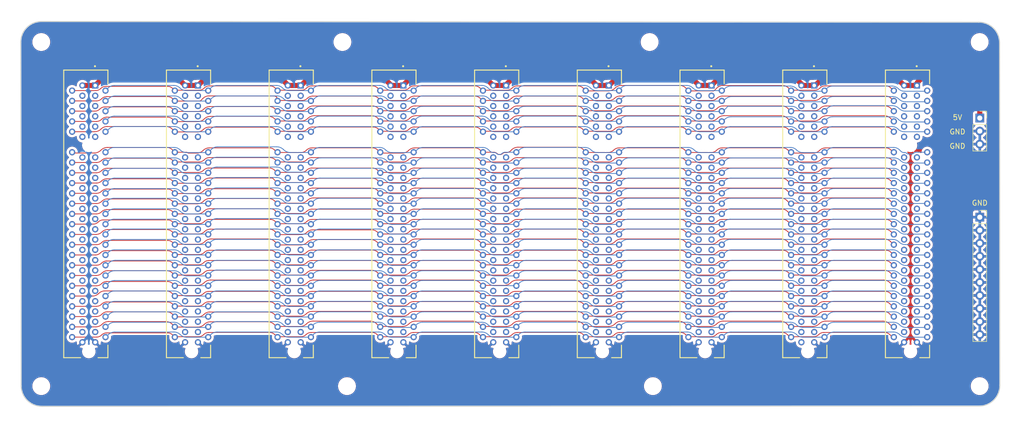
<source format=kicad_pcb>
(kicad_pcb (version 20221018) (generator pcbnew)
  (title_block (title "Manchester Baby Back Plane"))
  (layers (0 "F.Cu" signal) (1 "In1.Cu" signal) (2 "In2.Cu" signal) (31 "B.Cu" signal) (34 "B.Paste" user) (35 "F.Paste" user) (36 "B.SilkS" user "B.Silkscreen") (37 "F.SilkS" user "F.Silkscreen") (38 "B.Mask" user) (39 "F.Mask" user) (44 "Edge.Cuts" user))
  (net 0 "")
  (net 2 "/A2")
  (net 3 "/B2")
  (net 4 "/A3")
  (net 5 "/A4")
  (net 6 "/B3")
  (net 7 "/B4")
  (net 8 "/A5")
  (net 9 "/A6")
  (net 10 "/B5")
  (net 11 "/B6")
  (net 12 "/A7")
  (net 13 "/A8")
  (net 14 "/B7")
  (net 15 "/B8")
  (net 16 "/A9")
  (net 17 "/A10")
  (net 18 "/B9")
  (net 19 "/B10")
  (net 20 "/A11")
  (net 21 "/B11")
  (net 22 "/A12")
  (net 23 "/B12")
  (net 24 "/A13")
  (net 25 "/A14")
  (net 26 "/B13")
  (net 27 "/B14")
  (net 28 "/A15")
  (net 29 "/A16")
  (net 30 "/B15")
  (net 31 "/B16")
  (net 32 "/A17")
  (net 33 "/A18")
  (net 34 "/B17")
  (net 35 "/B18")
  (net 36 "/A19")
  (net 37 "/A20")
  (net 38 "/B19")
  (net 39 "/B20")
  (net 40 "/A21")
  (net 41 "/B21")
  (net 42 "/A22")
  (net 43 "/B22")
  (net 44 "/A23")
  (net 45 "/A24")
  (net 46 "/B23")
  (net 47 "/B24")
  (net 48 "/A25")
  (net 49 "/A26")
  (net 50 "/B25")
  (net 51 "/B26")
  (net 52 "/A27")
  (net 53 "/A28")
  (net 54 "/B27")
  (net 55 "/B28")
  (net 56 "/A29")
  (net 57 "/A30")
  (net 58 "/B29")
  (net 59 "/B30")
  (net 60 "/A31")
  (net 61 "/B31")
  (net 62 "/A32")
  (net 63 "/B32")
  (net 64 "/A33")
  (net 65 "/A34")
  (net 66 "/B33")
  (net 67 "/B34")
  (net 68 "/A35")
  (net 69 "/B35")
  (net 70 "/A36")
  (net 71 "/B36")
  (net 72 "/A37")
  (net 73 "/A38")
  (net 74 "/B37")
  (net 75 "/B38")
  (net 76 "/A39")
  (net 77 "/B39")
  (net 78 "/A40")
  (net 79 "/B40")
  (net 80 "/A41")
  (net 81 "/A42")
  (net 82 "/B41")
  (net 83 "/B42")
  (net 84 "/A43")
  (net 85 "/B43")
  (net 86 "/A44")
  (net 87 "/B44")
  (net 88 "/A45")
  (net 89 "/A46")
  (net 90 "/B45")
  (net 91 "/B46")
  (net 92 "/A47")
  (net 93 "/B47")
  (net 94 "/A48")
  (net 95 "/B48")
  (net 96 "GND")
  (net 97 "VCC")
  (footprint "SAM9745-ND (PCIe 98 Positions):SAMTEC_PCIE-098-02-X-D-TH" (layer "F.Cu") (at 228.269 95.365 90)
    (fp_text reference "J10" hide)
    (fp_text value "PCIE-098-02-X-D-TH")
  )
  (footprint "SAM9745-ND (PCIe 98 Positions):SAMTEC_PCIE-098-02-X-D-TH" (layer "F.Cu") (at 68.269 95.365 90)
    (fp_text reference "J1" hide)
    (fp_text value "PCIE-098-02-X-D-TH")
  )
  (footprint "SAM9745-ND (PCIe 98 Positions):SAMTEC_PCIE-098-02-X-D-TH" (layer "F.Cu") (at 208.269 95.365 90)
    (fp_text reference "J9" hide)
    (fp_text value "PCIE-098-02-X-D-TH")
  )
  (footprint "SAM9745-ND (PCIe 98 Positions):SAMTEC_PCIE-098-02-X-D-TH" (layer "F.Cu") (at 108.269 95.365 90)
    (fp_text reference "J3" hide)
    (fp_text value "PCIE-098-02-X-D-TH")
  )
  (footprint "MountingHole:MountingHole_3.2mm_M3" (layer "F.Cu") (at 59.599 128.905)
    (fp_text reference "H6" hide)
    (fp_text value "MountingHole")
  )
  (footprint "SAM9745-ND (PCIe 98 Positions):SAMTEC_PCIE-098-02-X-D-TH" (layer "F.Cu") (at 188.269 95.365 90)
    (fp_text reference "J8" hide)
    (fp_text value "PCIE-098-02-X-D-TH")
  )
  (footprint "SAM9745-ND (PCIe 98 Positions):SAMTEC_PCIE-098-02-X-D-TH" (layer "F.Cu") (at 88.269 95.365 90)
    (fp_text reference "J2" hide)
    (fp_text value "PCIE-098-02-X-D-TH")
  )
  (footprint "MountingHole:MountingHole_3.2mm_M3" (layer "F.Cu") (at 118.237 61.905)
    (fp_text reference "H5" hide)
    (fp_text value "MountingHole")
  )
  (footprint "MountingHole:MountingHole_3.2mm_M3" (layer "F.Cu") (at 178.689 128.905)
    (fp_text reference "H4" hide)
    (fp_text value "MountingHole")
  )
  (footprint "Connector_PinSocket_2.54mm:PinSocket_1x10_P2.54mm_Vertical" (layer "F.Cu") (at 242.341 96.013)
    (fp_text reference "GND")
    (fp_text value "Conn_01x10")
  )
  (footprint "MountingHole:MountingHole_3.2mm_M3" (layer "F.Cu") (at 242.316 128.905)
    (fp_text reference "H8" hide)
    (fp_text value "MountingHole")
  )
  (footprint "MountingHole:MountingHole_3.2mm_M3" (layer "F.Cu") (at 119.126 128.905)
    (fp_text reference "H7" hide)
    (fp_text value "MountingHole")
  )
  (footprint "MountingHole:MountingHole_3.2mm_M3" (layer "F.Cu") (at 242.316 61.905)
    (fp_text reference "H3" hide)
    (fp_text value "MountingHole")
  )
  (footprint "MountingHole:MountingHole_3.2mm_M3" (layer "F.Cu") (at 178.054 61.905)
    (fp_text reference "H1" hide)
    (fp_text value "MountingHole")
  )
  (footprint "MountingHole:MountingHole_3.2mm_M3" (layer "F.Cu") (at 59.599 61.905)
    (fp_text reference "H2" hide)
    (fp_text value "MountingHole")
  )
  (footprint "SAM9745-ND (PCIe 98 Positions):SAMTEC_PCIE-098-02-X-D-TH" (layer "F.Cu") (at 168.269 95.365 90)
    (fp_text reference "J7" hide)
    (fp_text value "PCIE-098-02-X-D-TH")
  )
  (footprint "SAM9745-ND (PCIe 98 Positions):SAMTEC_PCIE-098-02-X-D-TH" (layer "F.Cu") (at 148.269 95.365 90)
    (fp_text reference "J6" hide)
    (fp_text value "PCIE-098-02-X-D-TH")
  )
  (footprint "Connector_PinSocket_2.54mm:PinSocket_1x03_P2.54mm_Vertical" (layer "F.Cu") (at 242.341 76.709)
    (fp_text reference "Power" hide)
    (fp_text value "Conn_01x03")
  )
  (footprint "SAM9745-ND (PCIe 98 Positions):SAMTEC_PCIE-098-02-X-D-TH" (layer "F.Cu") (at 128.269 95.365 90)
    (fp_text reference "J5" hide)
    (fp_text value "PCIE-098-02-X-D-TH")
  )
  (gr_arc (start 59.747597 132.835509) (mid 56.896 131.699) (end 55.683248 128.878984) (stroke (width 0.2)) (layer "Edge.Cuts"))
  (gr_arc (start 55.606475 61.976349) (mid 56.742983 59.124752) (end 59.563 57.912) (stroke (width 0.2)) (layer "Edge.Cuts"))
  (gr_line (start 59.563 57.912) (end 242.131403 58.045491) (stroke (width 0.2)) (layer "Edge.Cuts"))
  (gr_line (start 242.289984 132.784752) (end 59.747597 132.835509) (stroke (width 0.2)) (layer "Edge.Cuts"))
  (gr_line (start 246.195752 62.002016) (end 246.246509 128.720403) (stroke (width 0.2)) (layer "Edge.Cuts"))
  (gr_line (start 55.683248 128.878984) (end 55.606475 61.976349) (stroke (width 0.2)) (layer "Edge.Cuts"))
  (gr_arc (start 242.131403 58.045491) (mid 244.983 59.182) (end 246.195752 62.002016) (stroke (width 0.2)) (layer "Edge.Cuts"))
  (gr_arc (start 246.246509 128.720403) (mid 245.11 131.572) (end 242.289984 132.784752) (stroke (width 0.2)) (layer "Edge.Cuts"))
  (gr_text "Manchester Baby Backplane 1v0" (at 63.881 129.667) (layer "F.Cu") (effects (font (size 2 2) (thickness 0.3)) (justify left bottom)))
  (gr_text "Copyright (2023) Mark Stevens" (at 124.333 129.667) (layer "F.Cu") (effects (font (size 2 2) (thickness 0.3) bold) (justify left bottom)))
  (gr_text "5V" (at 237.998 76.581) (layer "F.SilkS") (effects (font (size 1 1))))
  (gr_text "GND" (at 237.998 79.375) (layer "F.SilkS") (effects (font (size 1 1))))
  (gr_text "GND" (at 237.998 82.169) (layer "F.SilkS") (effects (font (size 1 1))))
  (segment (start 125.443443 70.358) (end 113.872556 70.358) (width 0.15) (layer "B.Cu") (net 2))
  (segment (start 167.752556 71.365) (end 172.0315 71.365) (width 0.15) (layer "B.Cu") (net 2))
  (segment (start 227.696556 71.492) (end 231.9755 71.492) (width 0.15) (layer "B.Cu") (net 2))
  (segment (start 92.591 70.8615) (end 92.0875 71.365) (width 0.15) (layer "B.Cu") (net 2))
  (segment (start 85.393943 70.358) (end 73.823056 70.358) (width 0.15) (layer "B.Cu") (net 2))
  (segment (start 193.882556 70.485) (end 205.453443 70.485) (width 0.15) (layer "B.Cu") (net 2))
  (segment (start 225.265443 70.485) (end 213.694556 70.485) (width 0.15) (layer "B.Cu") (net 2))
  (segment (start 93.806556 70.358) (end 105.377443 70.358) (width 0.15) (layer "B.Cu") (net 2))
  (segment (start 172.474 70.8615) (end 171.9705 71.365) (width 0.15) (layer "B.Cu") (net 2))
  (segment (start 107.808556 71.365) (end 112.0875 71.365) (width 0.15) (layer "B.Cu") (net 2))
  (segment (start 212.479 70.9885) (end 211.9755 71.492) (width 0.15) (layer "B.Cu") (net 2))
  (segment (start 147.813556 71.365) (end 152.0925 71.365) (width 0.15) (layer "B.Cu") (net 2))
  (segment (start 152.535 70.8615) (end 152.0315 71.365) (width 0.15) (layer "B.Cu") (net 2))
  (segment (start 72.6075 70.8615) (end 72.104 71.365) (width 0.15) (layer "B.Cu") (net 2))
  (segment (start 112.657 70.8615) (end 112.1535 71.365) (width 0.15) (layer "B.Cu") (net 2))
  (segment (start 185.260443 70.358) (end 173.689556 70.358) (width 0.15) (layer "B.Cu") (net 2))
  (segment (start 132.596 70.8615) (end 132.0925 71.365) (width 0.15) (layer "B.Cu") (net 2))
  (segment (start 192.667 70.9885) (end 192.1635 71.492) (width 0.15) (layer "B.Cu") (net 2))
  (segment (start 145.382443 70.358) (end 133.811556 70.358) (width 0.15) (layer "B.Cu") (net 2))
  (segment (start 87.825056 71.365) (end 92.104 71.365) (width 0.15) (layer "B.Cu") (net 2))
  (segment (start 207.884556 71.492) (end 212.1635 71.492) (width 0.15) (layer "B.Cu") (net 2))
  (segment (start 165.321443 70.358) (end 153.750556 70.358) (width 0.15) (layer "B.Cu") (net 2))
  (segment (start 187.691556 71.365) (end 191.9705 71.365) (width 0.15) (layer "B.Cu") (net 2))
  (segment (start 127.874556 71.365) (end 132.1535 71.365) (width 0.15) (layer "B.Cu") (net 2))
  (arc (start 106.593 70.8615) (mid 107.150701 71.234144) (end 107.808556 71.365) (width 0.15) (layer "B.Cu") (net 2))
  (arc (start 126.659 70.8615) (mid 127.216701 71.234144) (end 127.874556 71.365) (width 0.15) (layer "B.Cu") (net 2))
  (arc (start 186.476 70.8615) (mid 185.918297 70.488855) (end 185.260443 70.358) (width 0.15) (layer "B.Cu") (net 2))
  (arc (start 113.872556 70.358) (mid 113.214701 70.488855) (end 112.657 70.8615) (width 0.15) (layer "B.Cu") (net 2))
  (arc (start 226.481 70.9885) (mid 225.923297 70.615855) (end 225.265443 70.485) (width 0.15) (layer "B.Cu") (net 2))
  (arc (start 206.669 70.9885) (mid 206.111297 70.615855) (end 205.453443 70.485) (width 0.15) (layer "B.Cu") (net 2))
  (arc (start 186.476 70.8615) (mid 187.033701 71.234144) (end 187.691556 71.365) (width 0.15) (layer "B.Cu") (net 2))
  (arc (start 193.882556 70.485) (mid 193.224701 70.615855) (end 192.667 70.9885) (width 0.15) (layer "B.Cu") (net 2))
  (arc (start 173.689556 70.358) (mid 173.031701 70.488855) (end 172.474 70.8615) (width 0.15) (layer "B.Cu") (net 2))
  (arc (start 146.598 70.8615) (mid 146.040297 70.488855) (end 145.382443 70.358) (width 0.15) (layer "B.Cu") (net 2))
  (arc (start 133.811556 70.358) (mid 133.153701 70.488855) (end 132.596 70.8615) (width 0.15) (layer "B.Cu") (net 2))
  (arc (start 166.537 70.8615) (mid 167.094701 71.234144) (end 167.752556 71.365) (width 0.15) (layer "B.Cu") (net 2))
  (arc (start 213.694556 70.485) (mid 213.036701 70.615855) (end 212.479 70.9885) (width 0.15) (layer "B.Cu") (net 2))
  (arc (start 86.6095 70.8615) (mid 87.167201 71.234144) (end 87.825056 71.365) (width 0.15) (layer "B.Cu") (net 2))
  (arc (start 126.659 70.8615) (mid 126.101297 70.488855) (end 125.443443 70.358) (width 0.15) (layer "B.Cu") (net 2))
  (arc (start 73.823056 70.358) (mid 73.165201 70.488855) (end 72.6075 70.8615) (width 0.15) (layer "B.Cu") (net 2))
  (arc (start 93.806556 70.358) (mid 93.148701 70.488855) (end 92.591 70.8615) (width 0.15) (layer "B.Cu") (net 2))
  (arc (start 166.537 70.8615) (mid 165.979297 70.488855) (end 165.321443 70.358) (width 0.15) (layer "B.Cu") (net 2))
  (arc (start 153.750556 70.358) (mid 153.092701 70.488855) (end 152.535 70.8615) (width 0.15) (layer "B.Cu") (net 2))
  (arc (start 106.593 70.8615) (mid 106.035297 70.488855) (end 105.377443 70.358) (width 0.15) (layer "B.Cu") (net 2))
  (arc (start 226.481 70.9885) (mid 227.038701 71.361144) (end 227.696556 71.492) (width 0.15) (layer "B.Cu") (net 2))
  (arc (start 206.669 70.9885) (mid 207.226701 71.361144) (end 207.884556 71.492) (width 0.15) (layer "B.Cu") (net 2))
  (arc (start 146.598 70.8615) (mid 147.155701 71.234144) (end 147.813556 71.365) (width 0.15) (layer "B.Cu") (net 2))
  (arc (start 86.6095 70.8615) (mid 86.051797 70.488855) (end 85.393943 70.358) (width 0.15) (layer "B.Cu") (net 2))
  (segment (start 70.175808 71.365) (end 65.604 71.365) (width 0.15) (layer "F.Cu") (net 3))
  (segment (start 170.026588 71.415) (end 165.46 71.415) (width 0.15) (layer "F.Cu") (net 3))
  (segment (start 124.078616 70.446) (end 112.280999 70.446) (width 0.15) (layer "F.Cu") (net 3))
  (segment (start 104.139616 70.446) (end 92.341999 70.446) (width 0.15) (layer "F.Cu") (net 3))
  (segment (start 90.309232 71.288) (end 85.577 71.288) (width 0.15) (layer "F.Cu") (net 3))
  (segment (start 172.578411 70.358) (end 183.884943 70.358) (width 0.15) (layer "F.Cu") (net 3))
  (segment (start 191.114499 70.886499) (end 190.661306 71.339693) (width 0.15) (layer "F.Cu") (net 3))
  (segment (start 144.017616 70.446) (end 132.219999 70.446) (width 0.15) (layer "F.Cu") (net 3))
  (segment (start 130.187232 71.288) (end 125.455 71.288) (width 0.15) (layer "F.Cu") (net 3))
  (segment (start 185.1005 70.8615) (end 185.604 71.365) (width 0.15) (layer "F.Cu") (net 3))
  (segment (start 150.253232 71.288) (end 145.521 71.288) (width 0.15) (layer "F.Cu") (net 3))
  (segment (start 225.044 70.867) (end 225.465 71.288) (width 0.15) (layer "F.Cu") (net 3))
  (segment (start 192.390411 70.358) (end 203.884943 70.358) (width 0.15) (layer "F.Cu") (net 3))
  (segment (start 105.156 70.867) (end 105.577 71.288) (width 0.15) (layer "F.Cu") (net 3))
  (segment (start 212.229999 70.446) (end 224.027616 70.446) (width 0.15) (layer "F.Cu") (net 3))
  (segment (start 125.095 70.867) (end 125.516 71.288) (width 0.15) (layer "F.Cu") (net 3))
  (segment (start 190.4795 71.415) (end 190.2665 71.415) (width 0.15) (layer "F.Cu") (net 3))
  (segment (start 145.034 70.867) (end 145.455 71.288) (width 0.15) (layer "F.Cu") (net 3))
  (segment (start 190.2665 71.415) (end 185.399 71.415) (width 0.15) (layer "F.Cu") (net 3))
  (segment (start 165.1 70.867) (end 165.521 71.288) (width 0.15) (layer "F.Cu") (net 3))
  (segment (start 210.197232 71.288) (end 205.465 71.288) (width 0.15) (layer "F.Cu") (net 3))
  (segment (start 110.248232 71.288) (end 105.516 71.288) (width 0.15) (layer "F.Cu") (net 3))
  (segment (start 84.188808 70.536) (end 72.177191 70.536) (width 0.15) (layer "F.Cu") (net 3))
  (segment (start 85.1895 70.9505) (end 85.604 71.365) (width 0.15) (layer "F.Cu") (net 3))
  (segment (start 205.1005 70.8615) (end 205.604 71.365) (width 0.15) (layer "F.Cu") (net 3))
  (segment (start 164.083616 70.446) (end 152.285999 70.446) (width 0.15) (layer "F.Cu") (net 3))
  (arc (start 85.1895 70.9505) (mid 84.730378 70.643725) (end 84.188808 70.536) (width 0.15) (layer "F.Cu") (net 3))
  (arc (start 211.213616 70.867) (mid 210.747295 71.178585) (end 210.197232 71.288) (width 0.15) (layer "F.Cu") (net 3))
  (arc (start 152.285999 70.446) (mid 151.735936 70.555414) (end 151.269616 70.867) (width 0.15) (layer "F.Cu") (net 3))
  (arc (start 92.341999 70.446) (mid 91.791936 70.555414) (end 91.325616 70.867) (width 0.15) (layer "F.Cu") (net 3))
  (arc (start 190.661306 71.339693) (mid 190.577892 71.395428) (end 190.4795 71.415) (width 0.15) (layer "F.Cu") (net 3))
  (arc (start 132.219999 70.446) (mid 131.669936 70.555414) (end 131.203616 70.867) (width 0.15) (layer "F.Cu") (net 3))
  (arc (start 91.325616 70.867) (mid 90.859295 71.178585) (end 90.309232 71.288) (width 0.15) (layer "F.Cu") (net 3))
  (arc (start 165.1 70.867) (mid 164.633679 70.555414) (end 164.083616 70.446) (width 0.15) (layer "F.Cu") (net 3))
  (arc (start 192.390411 70.358) (mid 191.699892 70.495352) (end 191.114499 70.886499) (width 0.15) (layer "F.Cu") (net 3))
  (arc (start 72.177191 70.536) (mid 71.635621 70.643725) (end 71.1765 70.9505) (width 0.15) (layer "F.Cu") (net 3))
  (arc (start 225.044 70.867) (mid 224.577679 70.555414) (end 224.027616 70.446) (width 0.15) (layer "F.Cu") (net 3))
  (arc (start 125.095 70.867) (mid 124.628679 70.555414) (end 124.078616 70.446) (width 0.15) (layer "F.Cu") (net 3))
  (arc (start 112.280999 70.446) (mid 111.730936 70.555414) (end 111.264616 70.867) (width 0.15) (layer "F.Cu") (net 3))
  (arc (start 145.034 70.867) (mid 144.567679 70.555414) (end 144.017616 70.446) (width 0.15) (layer "F.Cu") (net 3))
  (arc (start 205.1005 70.8615) (mid 204.542797 70.488855) (end 203.884943 70.358) (width 0.15) (layer "F.Cu") (net 3))
  (arc (start 71.1765 70.9505) (mid 70.717378 71.257274) (end 70.175808 71.365) (width 0.15) (layer "F.Cu") (net 3))
  (arc (start 151.269616 70.867) (mid 150.803295 71.178585) (end 150.253232 71.288) (width 0.15) (layer "F.Cu") (net 3))
  (arc (start 171.3025 70.8865) (mid 170.717106 71.277647) (end 170.026588 71.415) (width 0.15) (layer "F.Cu") (net 3))
  (arc (start 131.203616 70.867) (mid 130.737295 71.178585) (end 130.187232 71.288) (width 0.15) (layer "F.Cu") (net 3))
  (arc (start 172.578411 70.358) (mid 171.887893 70.495352) (end 171.3025 70.8865) (width 0.15) (layer "F.Cu") (net 3))
  (arc (start 105.156 70.867) (mid 104.689679 70.555414) (end 104.139616 70.446) (width 0.15) (layer "F.Cu") (net 3))
  (arc (start 212.229999 70.446) (mid 211.679936 70.555414) (end 211.213616 70.867) (width 0.15) (layer "F.Cu") (net 3))
  (arc (start 185.1005 70.8615) (mid 184.542797 70.488855) (end 183.884943 70.358) (width 0.15) (layer "F.Cu") (net 3))
  (arc (start 111.264616 70.867) (mid 110.798295 71.178585) (end 110.248232 71.288) (width 0.15) (layer "F.Cu") (net 3))
  (segment (start 133.947556 72.399) (end 145.518443 72.399) (width 0.15) (layer "B.Cu") (net 5))
  (segment (start 152.671 72.9025) (end 152.1675 73.406) (width 0.15) (layer "B.Cu") (net 5))
  (segment (start 192.803 73.0295) (end 192.2995 73.533) (width 0.15) (layer "B.Cu") (net 5))
  (segment (start 128.010556 73.406) (end 132.2895 73.406) (width 0.15) (layer "B.Cu") (net 5))
  (segment (start 187.827556 73.406) (end 192.1065 73.406) (width 0.15) (layer "B.Cu") (net 5))
  (segment (start 132.732 72.9025) (end 132.2285 73.406) (width 0.15) (layer "B.Cu") (net 5))
  (segment (start 227.832556 73.533) (end 232.1115 73.533) (width 0.15) (layer "B.Cu") (net 5))
  (segment (start 147.949556 73.406) (end 152.2285 73.406) (width 0.15) (layer "B.Cu") (net 5))
  (segment (start 212.615 73.0295) (end 212.1115 73.533) (width 0.15) (layer "B.Cu") (net 5))
  (segment (start 87.961056 73.406) (end 92.24 73.406) (width 0.15) (layer "B.Cu") (net 5))
  (segment (start 114.008556 72.399) (end 125.579443 72.399) (width 0.15) (layer "B.Cu") (net 5))
  (segment (start 167.888556 73.406) (end 172.1675 73.406) (width 0.15) (layer "B.Cu") (net 5))
  (segment (start 92.727 72.9025) (end 92.2235 73.406) (width 0.15) (layer "B.Cu") (net 5))
  (segment (start 105.513443 72.399) (end 93.942556 72.399) (width 0.15) (layer "B.Cu") (net 5))
  (segment (start 107.944556 73.406) (end 112.2235 73.406) (width 0.15) (layer "B.Cu") (net 5))
  (segment (start 208.020556 73.533) (end 212.2995 73.533) (width 0.15) (layer "B.Cu") (net 5))
  (segment (start 112.793 72.9025) (end 112.2895 73.406) (width 0.15) (layer "B.Cu") (net 5))
  (segment (start 73.959056 72.399) (end 85.529943 72.399) (width 0.15) (layer "B.Cu") (net 5))
  (segment (start 172.61 72.9025) (end 172.1065 73.406) (width 0.15) (layer "B.Cu") (net 5))
  (segment (start 194.018556 72.526) (end 205.589443 72.526) (width 0.15) (layer "B.Cu") (net 5))
  (segment (start 213.830556 72.526) (end 225.401443 72.526) (width 0.15) (layer "B.Cu") (net 5))
  (segment (start 173.825556 72.399) (end 185.396443 72.399) (width 0.15) (layer "B.Cu") (net 5))
  (segment (start 72.7435 72.9025) (end 72.24 73.406) (width 0.15) (layer "B.Cu") (net 5))
  (segment (start 153.886556 72.399) (end 165.457443 72.399) (width 0.15) (layer "B.Cu") (net 5))
  (arc (start 93.942556 72.399) (mid 93.284701 72.529855) (end 92.727 72.9025) (width 0.15) (layer "B.Cu") (net 5))
  (arc (start 226.617 73.0295) (mid 226.059297 72.656855) (end 225.401443 72.526) (width 0.15) (layer "B.Cu") (net 5))
  (arc (start 106.729 72.9025) (mid 106.171297 72.529855) (end 105.513443 72.399) (width 0.15) (layer "B.Cu") (net 5))
  (arc (start 73.959056 72.399) (mid 73.301201 72.529855) (end 72.7435 72.9025) (width 0.15) (layer "B.Cu") (net 5))
  (arc (start 166.673 72.9025) (mid 166.115297 72.529855) (end 165.457443 72.399) (width 0.15) (layer "B.Cu") (net 5))
  (arc (start 126.795 72.9025) (mid 127.352701 73.275144) (end 128.010556 73.406) (width 0.15) (layer "B.Cu") (net 5))
  (arc (start 166.673 72.9025) (mid 167.230701 73.275144) (end 167.888556 73.406) (width 0.15) (layer "B.Cu") (net 5))
  (arc (start 86.7455 72.9025) (mid 87.303201 73.275144) (end 87.961056 73.406) (width 0.15) (layer "B.Cu") (net 5))
  (arc (start 153.886556 72.399) (mid 153.228701 72.529855) (end 152.671 72.9025) (width 0.15) (layer "B.Cu") (net 5))
  (arc (start 173.825556 72.399) (mid 173.167701 72.529855) (end 172.61 72.9025) (width 0.15) (layer "B.Cu") (net 5))
  (arc (start 226.617 73.0295) (mid 227.174701 73.402144) (end 227.832556 73.533) (width 0.15) (layer "B.Cu") (net 5))
  (arc (start 146.734 72.9025) (mid 147.291701 73.275144) (end 147.949556 73.406) (width 0.15) (layer "B.Cu") (net 5))
  (arc (start 194.018556 72.526) (mid 193.360701 72.656855) (end 192.803 73.0295) (width 0.15) (layer "B.Cu") (net 5))
  (arc (start 106.729 72.9025) (mid 107.286701 73.275144) (end 107.944556 73.406) (width 0.15) (layer "B.Cu") (net 5))
  (arc (start 186.612 72.9025) (mid 186.054297 72.529855) (end 185.396443 72.399) (width 0.15) (layer "B.Cu") (net 5))
  (arc (start 86.7455 72.9025) (mid 86.187797 72.529855) (end 85.529943 72.399) (width 0.15) (layer "B.Cu") (net 5))
  (arc (start 186.612 72.9025) (mid 187.169701 73.275144) (end 187.827556 73.406) (width 0.15) (layer "B.Cu") (net 5))
  (arc (start 114.008556 72.399) (mid 113.350701 72.529855) (end 112.793 72.9025) (width 0.15) (layer "B.Cu") (net 5))
  (arc (start 126.795 72.9025) (mid 126.237297 72.529855) (end 125.579443 72.399) (width 0.15) (layer "B.Cu") (net 5))
  (arc (start 146.734 72.9025) (mid 146.176297 72.529855) (end 145.518443 72.399) (width 0.15) (layer "B.Cu") (net 5))
  (arc (start 133.947556 72.399) (mid 133.289701 72.529855) (end 132.732 72.9025) (width 0.15) (layer "B.Cu") (net 5))
  (arc (start 206.805 73.0295) (mid 206.247297 72.656855) (end 205.589443 72.526) (width 0.15) (layer "B.Cu") (net 5))
  (arc (start 206.805 73.0295) (mid 207.362701 73.402144) (end 208.020556 73.533) (width 0.15) (layer "B.Cu") (net 5))
  (arc (start 213.830556 72.526) (mid 213.172701 72.656855) (end 212.615 73.0295) (width 0.15) (layer "B.Cu") (net 5))
  (segment (start 130.211424 73.28) (end 125.479192 73.28) (width 0.15) (layer "F.Cu") (net 7))
  (segment (start 184.046808 72.438) (end 172.249191 72.438) (width 0.15) (layer "F.Cu") (net 7))
  (segment (start 70.345424 73.365) (end 65.604 73.365) (width 0.15) (layer "F.Cu") (net 7))
  (segment (start 205.002192 72.859) (end 205.423192 73.28) (width 0.15) (layer "F.Cu") (net 7))
  (segment (start 170.216424 73.28) (end 165.484192 73.28) (width 0.15) (layer "F.Cu") (net 7))
  (segment (start 125.246192 72.859) (end 125.667192 73.28) (width 0.15) (layer "F.Cu") (net 7))
  (segment (start 90.5505 73.407) (end 85.601192 73.407) (width 0.15) (layer "F.Cu") (net 7))
  (segment (start 84.188808 72.536) (end 72.346807 72.536) (width 0.15) (layer "F.Cu") (net 7))
  (segment (start 91.058999 72.897999) (end 90.551353 73.405646) (width 0.15) (layer "F.Cu") (net 7))
  (segment (start 203.985808 72.438) (end 192.188191 72.438) (width 0.15) (layer "F.Cu") (net 7))
  (segment (start 124.229808 72.438) (end 112.432191 72.438) (width 0.15) (layer "F.Cu") (net 7))
  (segment (start 185.063192 72.859) (end 185.484192 73.28) (width 0.15) (layer "F.Cu") (net 7))
  (segment (start 212.254191 72.438) (end 224.051808 72.438) (width 0.15) (layer "F.Cu") (net 7))
  (segment (start 164.997192 72.859) (end 165.418192 73.28) (width 0.15) (layer "F.Cu") (net 7))
  (segment (start 150.150424 73.28) (end 145.418192 73.28) (width 0.15) (layer "F.Cu") (net 7))
  (segment (start 210.221424 73.28) (end 205.489192 73.28) (width 0.15) (layer "F.Cu") (net 7))
  (segment (start 105.604 73.1015) (end 105.604 73.365) (width 0.15) (layer "F.Cu") (net 7))
  (segment (start 105.417677 72.651677) (end 105.38 72.614) (width 0.15) (layer "F.Cu") (net 7))
  (segment (start 92.28542 72.39) (end 104.839216 72.39) (width 0.15) (layer "F.Cu") (net 7))
  (segment (start 225.068192 72.859) (end 225.489192 73.28) (width 0.15) (layer "F.Cu") (net 7))
  (segment (start 144.041808 72.438) (end 132.244191 72.438) (width 0.15) (layer "F.Cu") (net 7))
  (segment (start 110.399424 73.28) (end 105.667192 73.28) (width 0.15) (layer "F.Cu") (net 7))
  (segment (start 190.155424 73.28) (end 185.423192 73.28) (width 0.15) (layer "F.Cu") (net 7))
  (segment (start 85.1895 72.9505) (end 85.604 73.365) (width 0.15) (layer "F.Cu") (net 7))
  (segment (start 145.058192 72.859) (end 145.479192 73.28) (width 0.15) (layer "F.Cu") (net 7))
  (segment (start 163.980808 72.438) (end 152.183191 72.438) (width 0.15) (layer "F.Cu") (net 7))
  (arc (start 191.171808 72.859) (mid 190.705487 73.170585) (end 190.155424 73.28) (width 0.15) (layer "F.Cu") (net 7))
  (arc (start 90.551353 73.405646) (mid 90.551091 73.406037) (end 90.551 73.4065) (width 0.15) (layer "F.Cu") (net 7))
  (arc (start 151.166808 72.859) (mid 150.700487 73.170585) (end 150.150424 73.28) (width 0.15) (layer "F.Cu") (net 7))
  (arc (start 125.246192 72.859) (mid 124.779871 72.547414) (end 124.229808 72.438) (width 0.15) (layer "F.Cu") (net 7))
  (arc (start 112.432191 72.438) (mid 111.882128 72.547414) (end 111.415808 72.859) (width 0.15) (layer "F.Cu") (net 7))
  (arc (start 131.227808 72.859) (mid 130.761487 73.170585) (end 130.211424 73.28) (width 0.15) (layer "F.Cu") (net 7))
  (arc (start 85.1895 72.9505) (mid 84.730378 72.643725) (end 84.188808 72.536) (width 0.15) (layer "F.Cu") (net 7))
  (arc (start 192.188191 72.438) (mid 191.638128 72.547414) (end 191.171808 72.859) (width 0.15) (layer "F.Cu") (net 7))
  (arc (start 72.346807 72.536) (mid 71.805237 72.643725) (end 71.346116 72.9505) (width 0.15) (layer "F.Cu") (net 7))
  (arc (start 132.244191 72.438) (mid 131.694128 72.547414) (end 131.227808 72.859) (width 0.15) (layer "F.Cu") (net 7))
  (arc (start 212.254191 72.438) (mid 211.704128 72.547414) (end 211.237808 72.859) (width 0.15) (layer "F.Cu") (net 7))
  (arc (start 105.417677 72.651677) (mid 105.555576 72.858057) (end 105.604 73.1015) (width 0.15) (layer "F.Cu") (net 7))
  (arc (start 105.38 72.614) (mid 105.131886 72.448215) (end 104.839216 72.39) (width 0.15) (layer "F.Cu") (net 7))
  (arc (start 164.997192 72.859) (mid 164.530871 72.547414) (end 163.980808 72.438) (width 0.15) (layer "F.Cu") (net 7))
  (arc (start 145.058192 72.859) (mid 144.591871 72.547414) (end 144.041808 72.438) (width 0.15) (layer "F.Cu") (net 7))
  (arc (start 71.346116 72.9505) (mid 70.886994 73.257274) (end 70.345424 73.365) (width 0.15) (layer "F.Cu") (net 7))
  (arc (start 171.232808 72.859) (mid 170.766487 73.170585) (end 170.216424 73.28) (width 0.15) (layer "F.Cu") (net 7))
  (arc (start 211.237808 72.859) (mid 210.771487 73.170585) (end 210.221424 73.28) (width 0.15) (layer "F.Cu") (net 7))
  (arc (start 185.063192 72.859) (mid 184.596871 72.547414) (end 184.046808 72.438) (width 0.15) (layer "F.Cu") (net 7))
  (arc (start 92.28542 72.39) (mid 91.621686 72.522024) (end 91.058999 72.897999) (width 0.15) (layer "F.Cu") (net 7))
  (arc (start 111.415808 72.859) (mid 110.949487 73.170585) (end 110.399424 73.28) (width 0.15) (layer "F.Cu") (net 7))
  (arc (start 152.183191 72.438) (mid 151.633128 72.547414) (end 151.166808 72.859) (width 0.15) (layer "F.Cu") (net 7))
  (arc (start 205.002192 72.859) (mid 204.535871 72.547414) (end 203.985808 72.438) (width 0.15) (layer "F.Cu") (net 7))
  (arc (start 90.551 73.4065) (mid 90.550853 73.406853) (end 90.5505 73.407) (width 0.15) (layer "F.Cu") (net 7))
  (arc (start 225.068192 72.859) (mid 224.601871 72.547414) (end 224.051808 72.438) (width 0.15) (layer "F.Cu") (net 7))
  (arc (start 172.249191 72.438) (mid 171.699128 72.547414) (end 171.232808 72.859) (width 0.15) (layer "F.Cu") (net 7))
  (segment (start 127.883556 75.438) (end 132.1625 75.438) (width 0.15) (layer "B.Cu") (net 9))
  (segment (start 152.544 74.9345) (end 152.0405 75.438) (width 0.15) (layer "B.Cu") (net 9))
  (segment (start 211.347395 75.365) (end 207.984801 75.365) (width 0.15) (layer "B.Cu") (net 9))
  (segment (start 92.6 74.9345) (end 92.0965 75.438) (width 0.15) (layer "B.Cu") (net 9))
  (segment (start 147.822556 75.438) (end 152.1015 75.438) (width 0.15) (layer "B.Cu") (net 9))
  (segment (start 205.708198 74.422) (end 193.1795 74.422) (width 0.15) (layer "B.Cu") (net 9))
  (segment (start 172.483 74.9345) (end 171.9795 75.438) (width 0.15) (layer "B.Cu") (net 9))
  (segment (start 145.391443 74.431) (end 133.820556 74.431) (width 0.15) (layer "B.Cu") (net 9))
  (segment (start 185.269443 74.431) (end 173.698556 74.431) (width 0.15) (layer "B.Cu") (net 9))
  (segment (start 227.886604 75.365) (end 232.104 75.365) (width 0.15) (layer "B.Cu") (net 9))
  (segment (start 93.815556 74.431) (end 105.386443 74.431) (width 0.15) (layer "B.Cu") (net 9))
  (segment (start 112.666 74.9345) (end 112.1625 75.438) (width 0.15) (layer "B.Cu") (net 9))
  (segment (start 107.817556 75.438) (end 112.0965 75.438) (width 0.15) (layer "B.Cu") (net 9))
  (segment (start 87.834056 75.438) (end 92.113 75.438) (width 0.15) (layer "B.Cu") (net 9))
  (segment (start 132.605 74.9345) (end 132.1015 75.438) (width 0.15) (layer "B.Cu") (net 9))
  (segment (start 72.6165 74.9345) (end 72.113 75.438) (width 0.15) (layer "B.Cu") (net 9))
  (segment (start 187.700556 75.438) (end 191.9795 75.438) (width 0.15) (layer "B.Cu") (net 9))
  (segment (start 225.303395 74.295) (end 213.930604 74.295) (width 0.15) (layer "B.Cu") (net 9))
  (segment (start 192.1725 75.565) (end 193.1795 74.558) (width 0.15) (layer "B.Cu") (net 9))
  (segment (start 167.761556 75.438) (end 172.0405 75.438) (width 0.15) (layer "B.Cu") (net 9))
  (segment (start 85.402943 74.431) (end 73.832056 74.431) (width 0.15) (layer "B.Cu") (net 9))
  (segment (start 165.330443 74.431) (end 153.759556 74.431) (width 0.15) (layer "B.Cu") (net 9))
  (segment (start 113.881556 74.431) (end 125.452443 74.431) (width 0.15) (layer "B.Cu") (net 9))
  (arc (start 86.6185 74.9345) (mid 87.176201 75.307144) (end 87.834056 75.438) (width 0.15) (layer "B.Cu") (net 9))
  (arc (start 113.881556 74.431) (mid 113.223701 74.561855) (end 112.666 74.9345) (width 0.15) (layer "B.Cu") (net 9))
  (arc (start 133.820556 74.431) (mid 133.162701 74.561855) (end 132.605 74.9345) (width 0.15) (layer "B.Cu") (net 9))
  (arc (start 106.602 74.9345) (mid 107.159701 75.307144) (end 107.817556 75.438) (width 0.15) (layer "B.Cu") (net 9))
  (arc (start 86.6185 74.9345) (mid 86.060797 74.561855) (end 85.402943 74.431) (width 0.15) (layer "B.Cu") (net 9))
  (arc (start 126.668 74.9345) (mid 127.225701 75.307144) (end 127.883556 75.438) (width 0.15) (layer "B.Cu") (net 9))
  (arc (start 173.698556 74.431) (mid 173.040701 74.561855) (end 172.483 74.9345) (width 0.15) (layer "B.Cu") (net 9))
  (arc (start 206.8465 74.8935) (mid 207.368757 75.242461) (end 207.984801 75.365) (width 0.15) (layer "B.Cu") (net 9))
  (arc (start 146.607 74.9345) (mid 147.164701 75.307144) (end 147.822556 75.438) (width 0.15) (layer "B.Cu") (net 9))
  (arc (start 93.815556 74.431) (mid 93.157701 74.561855) (end 92.6 74.9345) (width 0.15) (layer "B.Cu") (net 9))
  (arc (start 226.595 74.83) (mid 227.187593 75.225958) (end 227.886604 75.365) (width 0.15) (layer "B.Cu") (net 9))
  (arc (start 166.546 74.9345) (mid 165.988297 74.561855) (end 165.330443 74.431) (width 0.15) (layer "B.Cu") (net 9))
  (arc (start 212.639 74.83) (mid 212.046406 75.225958) (end 211.347395 75.365) (width 0.15) (layer "B.Cu") (net 9))
  (arc (start 73.832056 74.431) (mid 73.174201 74.561855) (end 72.6165 74.9345) (width 0.15) (layer "B.Cu") (net 9))
  (arc (start 213.930604 74.295) (mid 213.231593 74.434041) (end 212.639 74.83) (width 0.15) (layer "B.Cu") (net 9))
  (arc (start 153.759556 74.431) (mid 153.101701 74.561855) (end 152.544 74.9345) (width 0.15) (layer "B.Cu") (net 9))
  (arc (start 146.607 74.9345) (mid 146.049297 74.561855) (end 145.391443 74.431) (width 0.15) (layer "B.Cu") (net 9))
  (arc (start 166.546 74.9345) (mid 167.103701 75.307144) (end 167.761556 75.438) (width 0.15) (layer "B.Cu") (net 9))
  (arc (start 206.8465 74.8935) (mid 206.324242 74.544538) (end 205.708198 74.422) (width 0.15) (layer "B.Cu") (net 9))
  (arc (start 186.485 74.9345) (mid 187.042701 75.307144) (end 187.700556 75.438) (width 0.15) (layer "B.Cu") (net 9))
  (arc (start 106.602 74.9345) (mid 106.044297 74.561855) (end 105.386443 74.431) (width 0.15) (layer "B.Cu") (net 9))
  (arc (start 186.485 74.9345) (mid 185.927297 74.561855) (end 185.269443 74.431) (width 0.15) (layer "B.Cu") (net 9))
  (arc (start 126.668 74.9345) (mid 126.110297 74.561855) (end 125.452443 74.431) (width 0.15) (layer "B.Cu") (net 9))
  (arc (start 226.595 74.83) (mid 226.002406 74.434041) (end 225.303395 74.295) (width 0.15) (layer "B.Cu") (net 9))
  (segment (start 170.149248 75.28) (end 165.484192 75.28) (width 0.15) (layer "F.Cu") (net 11))
  (segment (start 185.015692 74.8115) (end 185.484192 75.28) (width 0.15) (layer "F.Cu") (net 11))
  (segment (start 85.1895 74.9505) (end 85.604 75.365) (width 0.15) (layer "F.Cu") (net 11))
  (segment (start 112.594367 74.343) (end 124.067632 74.343) (width 0.15) (layer "F.Cu") (net 11))
  (segment (start 105.132692 74.9385) (end 105.601192 75.407) (width 0.15) (layer "F.Cu") (net 11))
  (segment (start 70.003424 75.365) (end 65.604 75.365) (width 0.15) (layer "F.Cu") (net 11))
  (segment (start 164.949692 74.8115) (end 165.418192 75.28) (width 0.15) (layer "F.Cu") (net 11))
  (segment (start 152.345367 74.343) (end 163.818632 74.343) (width 0.15) (layer "F.Cu") (net 11))
  (segment (start 132.406367 74.343) (end 143.879632 74.343) (width 0.15) (layer "F.Cu") (net 11))
  (segment (start 172.411367 74.343) (end 183.884632 74.343) (width 0.15) (layer "F.Cu") (net 11))
  (segment (start 84.188808 74.536) (end 72.004807 74.536) (width 0.15) (layer "F.Cu") (net 11))
  (segment (start 192.350367 74.343) (end 203.823632 74.343) (width 0.15) (layer "F.Cu") (net 11))
  (segment (start 225.020692 74.8115) (end 225.489192 75.28) (width 0.15) (layer "F.Cu") (net 11))
  (segment (start 104.001632 74.47) (end 92.404559 74.47) (width 0.15) (layer "F.Cu") (net 11))
  (segment (start 204.954692 74.8115) (end 205.423192 75.28) (width 0.15) (layer "F.Cu") (net 11))
  (segment (start 125.198692 74.8115) (end 125.667192 75.28) (width 0.15) (layer "F.Cu") (net 11))
  (segment (start 130.144248 75.28) (end 125.479192 75.28) (width 0.15) (layer "F.Cu") (net 11))
  (segment (start 110.332248 75.28) (end 105.667192 75.28) (width 0.15) (layer "F.Cu") (net 11))
  (segment (start 145.010692 74.8115) (end 145.479192 75.28) (width 0.15) (layer "F.Cu") (net 11))
  (segment (start 150.083248 75.28) (end 145.418192 75.28) (width 0.15) (layer "F.Cu") (net 11))
  (segment (start 190.088248 75.28) (end 185.423192 75.28) (width 0.15) (layer "F.Cu") (net 11))
  (segment (start 210.154248 75.28) (end 205.489192 75.28) (width 0.15) (layer "F.Cu") (net 11))
  (segment (start 90.14244 75.407) (end 85.601192 75.407) (width 0.15) (layer "F.Cu") (net 11))
  (segment (start 212.416367 74.343) (end 223.889632 74.343) (width 0.15) (layer "F.Cu") (net 11))
  (arc (start 92.404559 74.47) (mid 91.792434 74.591759) (end 91.2735 74.9385) (width 0.15) (layer "F.Cu") (net 11))
  (arc (start 85.1895 74.9505) (mid 84.730378 74.643725) (end 84.188808 74.536) (width 0.15) (layer "F.Cu") (net 11))
  (arc (start 131.275308 74.8115) (mid 130.756373 75.15824) (end 130.144248 75.28) (width 0.15) (layer "F.Cu") (net 11))
  (arc (start 145.010692 74.8115) (mid 144.491757 74.464759) (end 143.879632 74.343) (width 0.15) (layer "F.Cu") (net 11))
  (arc (start 132.406367 74.343) (mid 131.794242 74.464759) (end 131.275308 74.8115) (width 0.15) (layer "F.Cu") (net 11))
  (arc (start 125.198692 74.8115) (mid 124.679757 74.464759) (end 124.067632 74.343) (width 0.15) (layer "F.Cu") (net 11))
  (arc (start 105.132692 74.9385) (mid 104.613757 74.591759) (end 104.001632 74.47) (width 0.15) (layer "F.Cu") (net 11))
  (arc (start 192.350367 74.343) (mid 191.738242 74.464759) (end 191.219308 74.8115) (width 0.15) (layer "F.Cu") (net 11))
  (arc (start 204.954692 74.8115) (mid 204.435757 74.464759) (end 203.823632 74.343) (width 0.15) (layer "F.Cu") (net 11))
  (arc (start 111.463308 74.8115) (mid 110.944373 75.15824) (end 110.332248 75.28) (width 0.15) (layer "F.Cu") (net 11))
  (arc (start 185.015692 74.8115) (mid 184.496757 74.464759) (end 183.884632 74.343) (width 0.15) (layer "F.Cu") (net 11))
  (arc (start 211.285308 74.8115) (mid 210.766373 75.15824) (end 210.154248 75.28) (width 0.15) (layer "F.Cu") (net 11))
  (arc (start 225.020692 74.8115) (mid 224.501757 74.464759) (end 223.889632 74.343) (width 0.15) (layer "F.Cu") (net 11))
  (arc (start 151.214308 74.8115) (mid 150.695373 75.15824) (end 150.083248 75.28) (width 0.15) (layer "F.Cu") (net 11))
  (arc (start 171.280308 74.8115) (mid 170.761373 75.15824) (end 170.149248 75.28) (width 0.15) (layer "F.Cu") (net 11))
  (arc (start 164.949692 74.8115) (mid 164.430757 74.464759) (end 163.818632 74.343) (width 0.15) (layer "F.Cu") (net 11))
  (arc (start 172.411367 74.343) (mid 171.799242 74.464759) (end 171.280308 74.8115) (width 0.15) (layer "F.Cu") (net 11))
  (arc (start 112.594367 74.343) (mid 111.982242 74.464759) (end 111.463308 74.8115) (width 0.15) (layer "F.Cu") (net 11))
  (arc (start 72.004807 74.536) (mid 71.463237 74.643725) (end 71.004116 74.9505) (width 0.15) (layer "F.Cu") (net 11))
  (arc (start 152.345367 74.343) (mid 151.733242 74.464759) (end 151.214308 74.8115) (width 0.15) (layer "F.Cu") (net 11))
  (arc (start 191.219308 74.8115) (mid 190.700373 75.15824) (end 190.088248 75.28) (width 0.15) (layer "F.Cu") (net 11))
  (arc (start 212.416367 74.343) (mid 211.804242 74.464759) (end 211.285308 74.8115) (width 0.15) (layer "F.Cu") (net 11))
  (arc (start 71.004116 74.9505) (mid 70.544994 75.257274) (end 70.003424 75.365) (width 0.15) (layer "F.Cu") (net 11))
  (arc (start 91.2735 74.9385) (mid 90.754565 75.28524) (end 90.14244 75.407) (width 0.15) (layer "F.Cu") (net 11))
  (segment (start 192.676 76.9665) (end 192.1725 77.47) (width 0.15) (layer "B.Cu") (net 13))
  (segment (start 153.759556 76.336) (end 165.330443 76.336) (width 0.15) (layer "B.Cu") (net 13))
  (segment (start 113.881556 76.336) (end 125.452443 76.336) (width 0.15) (layer "B.Cu") (net 13))
  (segment (start 73.832056 76.336) (end 85.402943 76.336) (width 0.15) (layer "B.Cu") (net 13))
  (segment (start 133.820556 76.336) (end 145.391443 76.336) (width 0.15) (layer "B.Cu") (net 13))
  (segment (start 132.605 76.8395) (end 132.1015 77.343) (width 0.15) (layer "B.Cu") (net 13))
  (segment (start 212.488 76.9665) (end 211.9845 77.47) (width 0.15) (layer "B.Cu") (net 13))
  (segment (start 227.705556 77.47) (end 231.9845 77.47) (width 0.15) (layer "B.Cu") (net 13))
  (segment (start 72.6165 76.8395) (end 72.113 77.343) (width 0.15) (layer "B.Cu") (net 13))
  (segment (start 187.700556 77.343) (end 191.9795 77.343) (width 0.15) (layer "B.Cu") (net 13))
  (segment (start 207.893556 77.47) (end 212.1725 77.47) (width 0.15) (layer "B.Cu") (net 13))
  (segment (start 107.817556 77.343) (end 112.0965 77.343) (width 0.15) (layer "B.Cu") (net 13))
  (segment (start 147.822556 77.343) (end 152.1015 77.343) (width 0.15) (layer "B.Cu") (net 13))
  (segment (start 167.761556 77.343) (end 172.0405 77.343) (width 0.15) (layer "B.Cu") (net 13))
  (segment (start 213.703556 76.463) (end 225.274443 76.463) (width 0.15) (layer "B.Cu") (net 13))
  (segment (start 93.815556 76.336) (end 105.386443 76.336) (width 0.15) (layer "B.Cu") (net 13))
  (segment (start 193.891556 76.463) (end 205.462443 76.463) (width 0.15) (layer "B.Cu") (net 13))
  (segment (start 173.698556 76.336) (end 185.269443 76.336) (width 0.15) (layer "B.Cu") (net 13))
  (segment (start 172.483 76.8395) (end 171.9795 77.343) (width 0.15) (layer "B.Cu") (net 13))
  (segment (start 87.834056 77.343) (end 92.113 77.343) (width 0.15) (layer "B.Cu") (net 13))
  (segment (start 127.883556 77.343) (end 132.1625 77.343) (width 0.15) (layer "B.Cu") (net 13))
  (segment (start 152.544 76.8395) (end 152.0405 77.343) (width 0.15) (layer "B.Cu") (net 13))
  (segment (start 92.6 76.8395) (end 92.0965 77.343) (width 0.15) (layer "B.Cu") (net 13))
  (segment (start 112.666 76.8395) (end 112.1625 77.343) (width 0.15) (layer "B.Cu") (net 13))
  (arc (start 86.6185 76.8395) (mid 86.060797 76.466855) (end 85.402943 76.336) (width 0.15) (layer "B.Cu") (net 13))
  (arc (start 146.607 76.8395) (mid 146.049297 76.466855) (end 145.391443 76.336) (width 0.15) (layer "B.Cu") (net 13))
  (arc (start 126.668 76.8395) (mid 126.110297 76.466855) (end 125.452443 76.336) (width 0.15) (layer "B.Cu") (net 13))
  (arc (start 93.815556 76.336) (mid 93.157701 76.466855) (end 92.6 76.8395) (width 0.15) (layer "B.Cu") (net 13))
  (arc (start 226.49 76.9665) (mid 227.047701 77.339144) (end 227.705556 77.47) (width 0.15) (layer "B.Cu") (net 13))
  (arc (start 146.607 76.8395) (mid 147.164701 77.212144) (end 147.822556 77.343) (width 0.15) (layer "B.Cu") (net 13))
  (arc (start 173.698556 76.336) (mid 173.040701 76.466855) (end 172.483 76.8395) (width 0.15) (layer "B.Cu") (net 13))
  (arc (start 206.678 76.9665) (mid 206.120297 76.593855) (end 205.462443 76.463) (width 0.15) (layer "B.Cu") (net 13))
  (arc (start 106.602 76.8395) (mid 107.159701 77.212144) (end 107.817556 77.343) (width 0.15) (layer "B.Cu") (net 13))
  (arc (start 206.678 76.9665) (mid 207.235701 77.339144) (end 207.893556 77.47) (width 0.15) (layer "B.Cu") (net 13))
  (arc (start 166.546 76.8395) (mid 167.103701 77.212144) (end 167.761556 77.343) (width 0.15) (layer "B.Cu") (net 13))
  (arc (start 126.668 76.8395) (mid 127.225701 77.212144) (end 127.883556 77.343) (width 0.15) (layer "B.Cu") (net 13))
  (arc (start 186.485 76.8395) (mid 185.927297 76.466855) (end 185.269443 76.336) (width 0.15) (layer "B.Cu") (net 13))
  (arc (start 73.832056 76.336) (mid 73.174201 76.466855) (end 72.6165 76.8395) (width 0.15) (layer "B.Cu") (net 13))
  (arc (start 166.546 76.8395) (mid 165.988297 76.466855) (end 165.330443 76.336) (width 0.15) (layer "B.Cu") (net 13))
  (arc (start 86.6185 76.8395) (mid 87.176201 77.212144) (end 87.834056 77.343) (width 0.15) (layer "B.Cu") (net 13))
  (arc (start 213.703556 76.463) (mid 213.045701 76.593855) (end 212.488 76.9665) (width 0.15) (layer "B.Cu") (net 13))
  (arc (start 133.820556 76.336) (mid 133.162701 76.466855) (end 132.605 76.8395) (width 0.15) (layer "B.Cu") (net 13))
  (arc (start 106.602 76.8395) (mid 106.044297 76.466855) (end 105.386443 76.336) (width 0.15) (layer "B.Cu") (net 13))
  (arc (start 226.49 76.9665) (mid 225.932297 76.593855) (end 225.274443 76.463) (width 0.15) (layer "B.Cu") (net 13))
  (arc (start 193.891556 76.463) (mid 193.233701 76.593855) (end 192.676 76.9665) (width 0.15) (layer "B.Cu") (net 13))
  (arc (start 186.485 76.8395) (mid 187.042701 77.212144) (end 187.700556 77.343) (width 0.15) (layer "B.Cu") (net 13))
  (arc (start 113.881556 76.336) (mid 113.223701 76.466855) (end 112.666 76.8395) (width 0.15) (layer "B.Cu") (net 13))
  (arc (start 153.759556 76.336) (mid 153.101701 76.466855) (end 152.544 76.8395) (width 0.15) (layer "B.Cu") (net 13))
  (segment (start 123.905457 76.248) (end 112.756542 76.248) (width 0.15) (layer "F.Cu") (net 15))
  (segment (start 110.265073 77.28) (end 105.667192 77.28) (width 0.15) (layer "F.Cu") (net 15))
  (segment (start 85.1895 76.9505) (end 85.604 77.365) (width 0.15) (layer "F.Cu") (net 15))
  (segment (start 183.722457 76.248) (end 172.573542 76.248) (width 0.15) (layer "F.Cu") (net 15))
  (segment (start 184.968192 76.764) (end 185.484192 77.28) (width 0.15) (layer "F.Cu") (net 15))
  (segment (start 92.566734 76.375) (end 103.839457 76.375) (width 0.15) (layer "F.Cu") (net 15))
  (segment (start 224.973192 76.764) (end 225.489192 77.28) (width 0.15) (layer "F.Cu") (net 15))
  (segment (start 130.077073 77.28) (end 125.479192 77.28) (width 0.15) (layer "F.Cu") (net 15))
  (segment (start 203.661457 76.248) (end 192.512542 76.248) (width 0.15) (layer "F.Cu") (net 15))
  (segment (start 210.087073 77.28) (end 205.489192 77.28) (width 0.15) (layer "F.Cu") (net 15))
  (segment (start 163.656457 76.248) (end 152.507542 76.248) (width 0.15) (layer "F.Cu") (net 15))
  (segment (start 143.717457 76.248) (end 132.568542 76.248) (width 0.15) (layer "F.Cu") (net 15))
  (segment (start 144.963192 76.764) (end 145.479192 77.28) (width 0.15) (layer "F.Cu") (net 15))
  (segment (start 223.727457 76.248) (end 212.578542 76.248) (width 0.15) (layer "F.Cu") (net 15))
  (segment (start 170.082073 77.28) (end 165.484192 77.28) (width 0.15) (layer "F.Cu") (net 15))
  (segment (start 164.902192 76.764) (end 165.418192 77.28) (width 0.15) (layer "F.Cu") (net 15))
  (segment (start 90.075265 77.407) (end 85.601192 77.407) (width 0.15) (layer "F.Cu") (net 15))
  (segment (start 84.188808 76.536) (end 72.346807 76.536) (width 0.15) (layer "F.Cu") (net 15))
  (segment (start 70.345424 77.365) (end 65.604 77.365) (width 0.15) (layer "F.Cu") (net 15))
  (segment (start 125.151192 76.764) (end 125.667192 77.28) (width 0.15) (layer "F.Cu") (net 15))
  (segment (start 105.085192 76.891) (end 105.601192 77.407) (width 0.15) (layer "F.Cu") (net 15))
  (segment (start 204.907192 76.764) (end 205.423192 77.28) (width 0.15) (layer "F.Cu") (net 15))
  (segment (start 190.021073 77.28) (end 185.423192 77.28) (width 0.15) (layer "F.Cu") (net 15))
  (segment (start 150.016073 77.28) (end 145.418192 77.28) (width 0.15) (layer "F.Cu") (net 15))
  (arc (start 191.266808 76.764) (mid 190.69526 77.145895) (end 190.021073 77.28) (width 0.15) (layer "F.Cu") (net 15))
  (arc (start 171.327808 76.764) (mid 170.75626 77.145895) (end 170.082073 77.28) (width 0.15) (layer "F.Cu") (net 15))
  (arc (start 204.907192 76.764) (mid 204.335644 76.382104) (end 203.661457 76.248) (width 0.15) (layer "F.Cu") (net 15))
  (arc (start 91.321 76.891) (mid 90.749452 77.272895) (end 90.075265 77.407) (width 0.15) (layer "F.Cu") (net 15))
  (arc (start 71.346116 76.9505) (mid 70.886994 77.257274) (end 70.345424 77.365) (width 0.15) (layer "F.Cu") (net 15))
  (arc (start 164.902192 76.764) (mid 164.330644 76.382104) (end 163.656457 76.248) (width 0.15) (layer "F.Cu") (net 15))
  (arc (start 85.1895 76.9505) (mid 84.730378 76.643725) (end 84.188808 76.536) (width 0.15) (layer "F.Cu") (net 15))
  (arc (start 92.566734 76.375) (mid 91.892547 76.509104) (end 91.321 76.891) (width 0.15) (layer "F.Cu") (net 15))
  (arc (start 152.507542 76.248) (mid 151.833355 76.382104) (end 151.261808 76.764) (width 0.15) (layer "F.Cu") (net 15))
  (arc (start 151.261808 76.764) (mid 150.69026 77.145895) (end 150.016073 77.28) (width 0.15) (layer "F.Cu") (net 15))
  (arc (start 172.573542 76.248) (mid 171.899355 76.382104) (end 171.327808 76.764) (width 0.15) (layer "F.Cu") (net 15))
  (arc (start 132.568542 76.248) (mid 131.894355 76.382104) (end 131.322808 76.764) (width 0.15) (layer "F.Cu") (net 15))
  (arc (start 125.151192 76.764) (mid 124.579644 76.382104) (end 123.905457 76.248) (width 0.15) (layer "F.Cu") (net 15))
  (arc (start 144.963192 76.764) (mid 144.391644 76.382104) (end 143.717457 76.248) (width 0.15) (layer "F.Cu") (net 15))
  (arc (start 72.346807 76.536) (mid 71.805237 76.643725) (end 71.346116 76.9505) (width 0.15) (layer "F.Cu") (net 15))
  (arc (start 192.512542 76.248) (mid 191.838355 76.382104) (end 191.266808 76.764) (width 0.15) (layer "F.Cu") (net 15))
  (arc (start 111.510808 76.764) (mid 110.93926 77.145895) (end 110.265073 77.28) (width 0.15) (layer "F.Cu") (net 15))
  (arc (start 105.085192 76.891) (mid 104.513644 76.509104) (end 103.839457 76.375) (width 0.15) (layer "F.Cu") (net 15))
  (arc (start 224.973192 76.764) (mid 224.401644 76.382104) (end 223.727457 76.248) (width 0.15) (layer "F.Cu") (net 15))
  (arc (start 211.332808 76.764) (mid 210.76126 77.145895) (end 210.087073 77.28) (width 0.15) (layer "F.Cu") (net 15))
  (arc (start 184.968192 76.764) (mid 184.396644 76.382104) (end 183.722457 76.248) (width 0.15) (layer "F.Cu") (net 15))
  (arc (start 112.756542 76.248) (mid 112.082355 76.382104) (end 111.510808 76.764) (width 0.15) (layer "F.Cu") (net 15))
  (arc (start 131.322808 76.764) (mid 130.75126 77.145895) (end 130.077073 77.28) (width 0.15) (layer "F.Cu") (net 15))
  (arc (start 212.578542 76.248) (mid 211.904355 76.382104) (end 211.332808 76.764) (width 0.15) (layer "F.Cu") (net 15))
  (segment (start 87.961056 79.375) (end 92.24 79.375) (width 0.15) (layer "B.Cu") (net 17))
  (segment (start 165.412943 78.368) (end 153.842056 78.368) (width 0.15) (layer "B.Cu") (net 17))
  (segment (start 167.844056 79.375) (end 172.123 79.375) (width 0.15) (layer "B.Cu") (net 17))
  (segment (start 147.905056 79.375) (end 152.184 79.375) (width 0.15) (layer "B.Cu") (net 17))
  (segment (start 193.847056 78.368) (end 205.417943 78.368) (width 0.15) (layer "B.Cu") (net 17))
  (segment (start 152.6265 78.8715) (end 152.123 79.375) (width 0.15) (layer "B.Cu") (net 17))
  (segment (start 185.351943 78.368) (end 173.781056 78.368) (width 0.15) (layer "B.Cu") (net 17))
  (segment (start 145.473943 78.368) (end 133.903056 78.368) (width 0.15) (layer "B.Cu") (net 17))
  (segment (start 92.5555 78.8715) (end 92.052 79.375) (width 0.15) (layer "B.Cu") (net 17))
  (segment (start 107.773056 79.375) (end 112.052 79.375) (width 0.15) (layer "B.Cu") (net 17))
  (segment (start 105.341943 78.368) (end 93.771056 78.368) (width 0.15) (layer "B.Cu") (net 17))
  (segment (start 132.6875 78.8715) (end 132.184 79.375) (width 0.15) (layer "B.Cu") (net 17))
  (segment (start 212.4435 78.8715) (end 211.94 79.375) (width 0.15) (layer "B.Cu") (net 17))
  (segment (start 227.661056 79.375) (end 231.94 79.375) (width 0.15) (layer "B.Cu") (net 17))
  (segment (start 125.407943 78.368) (end 113.837056 78.368) (width 0.15) (layer "B.Cu") (net 17))
  (segment (start 172.5655 78.8715) (end 172.062 79.375) (width 0.15) (layer "B.Cu") (net 17))
  (segment (start 85.529943 78.368) (end 73.959056 78.368) (width 0.15) (layer "B.Cu") (net 17))
  (segment (start 187.783056 79.375) (end 192.062 79.375) (width 0.15) (layer "B.Cu") (net 17))
  (segment (start 213.659056 78.368) (end 225.229943 78.368) (width 0.15) (layer "B.Cu") (net 17))
  (segment (start 72.7435 78.8715) (end 72.24 79.375) (width 0.15) (layer "B.Cu") (net 17))
  (segment (start 207.849056 79.375) (end 212.128 79.375) (width 0.15) (layer "B.Cu") (net 17))
  (segment (start 192.6315 78.8715) (end 192.128 79.375) (width 0.15) (layer "B.Cu") (net 17))
  (segment (start 112.6215 78.8715) (end 112.118 79.375) (width 0.15) (layer "B.Cu") (net 17))
  (segment (start 127.839056 79.375) (end 132.118 79.375) (width 0.15) (layer "B.Cu") (net 17))
  (arc (start 213.659056 78.368) (mid 213.001201 78.498855) (end 212.4435 78.8715) (width 0.15) (layer "B.Cu") (net 17))
  (arc (start 146.6895 78.8715) (mid 147.247201 79.244144) (end 147.905056 79.375) (width 0.15) (layer "B.Cu") (net 17))
  (arc (start 86.7455 78.8715) (mid 86.187797 78.498855) (end 85.529943 78.368) (width 0.15) (layer "B.Cu") (net 17))
  (arc (start 133.903056 78.368) (mid 133.245201 78.498855) (end 132.6875 78.8715) (width 0.15) (layer "B.Cu") (net 17))
  (arc (start 93.771056 78.368) (mid 93.113201 78.498855) (end 92.5555 78.8715) (width 0.15) (layer "B.Cu") (net 17))
  (arc (start 186.5675 78.8715) (mid 187.125201 79.244144) (end 187.783056 79.375) (width 0.15) (layer "B.Cu") (net 17))
  (arc (start 106.5575 78.8715) (mid 105.999797 78.498855) (end 105.341943 78.368) (width 0.15) (layer "B.Cu") (net 17))
  (arc (start 166.6285 78.8715) (mid 166.070797 78.498855) (end 165.412943 78.368) (width 0.15) (layer "B.Cu") (net 17))
  (arc (start 126.6235 78.8715) (mid 127.181201 79.244144) (end 127.839056 79.375) (width 0.15) (layer "B.Cu") (net 17))
  (arc (start 206.6335 78.8715) (mid 207.191201 79.244144) (end 207.849056 79.375) (width 0.15) (layer "B.Cu") (net 17))
  (arc (start 86.7455 78.8715) (mid 87.303201 79.244144) (end 87.961056 79.375) (width 0.15) (layer "B.Cu") (net 17))
  (arc (start 166.6285 78.8715) (mid 167.186201 79.244144) (end 167.844056 79.375) (width 0.15) (layer "B.Cu") (net 17))
  (arc (start 193.847056 78.368) (mid 193.189201 78.498855) (end 192.6315 78.8715) (width 0.15) (layer "B.Cu") (net 17))
  (arc (start 153.842056 78.368) (mid 153.184201 78.498855) (end 152.6265 78.8715) (width 0.15) (layer "B.Cu") (net 17))
  (arc (start 173.781056 78.368) (mid 173.123201 78.498855) (end 172.5655 78.8715) (width 0.15) (layer "B.Cu") (net 17))
  (arc (start 73.959056 78.368) (mid 73.301201 78.498855) (end 72.7435 78.8715) (width 0.15) (layer "B.Cu") (net 17))
  (arc (start 206.6335 78.8715) (mid 206.075797 78.498855) (end 205.417943 78.368) (width 0.15) (layer "B.Cu") (net 17))
  (arc (start 226.4455 78.8715) (mid 225.887797 78.498855) (end 225.229943 78.368) (width 0.15) (layer "B.Cu") (net 17))
  (arc (start 106.5575 78.8715) (mid 107.115201 79.244144) (end 107.773056 79.375) (width 0.15) (layer "B.Cu") (net 17))
  (arc (start 126.6235 78.8715) (mid 126.065797 78.498855) (end 125.407943 78.368) (width 0.15) (layer "B.Cu") (net 17))
  (arc (start 186.5675 78.8715) (mid 186.009797 78.498855) (end 185.351943 78.368) (width 0.15) (layer "B.Cu") (net 17))
  (arc (start 113.837056 78.368) (mid 113.179201 78.498855) (end 112.6215 78.8715) (width 0.15) (layer "B.Cu") (net 17))
  (arc (start 146.6895 78.8715) (mid 146.131797 78.498855) (end 145.473943 78.368) (width 0.15) (layer "B.Cu") (net 17))
  (arc (start 226.4455 78.8715) (mid 227.003201 79.244144) (end 227.661056 79.375) (width 0.15) (layer "B.Cu") (net 17))
  (segment (start 165.003692 78.8655) (end 165.418192 79.28) (width 0.15) (layer "F.Cu") (net 19))
  (segment (start 105.1645 78.9255) (end 105.604 79.365) (width 0.15) (layer "F.Cu") (net 19))
  (segment (start 205.008692 78.8655) (end 205.423192 79.28) (width 0.15) (layer "F.Cu") (net 19))
  (segment (start 185.069692 78.8655) (end 185.484192 79.28) (width 0.15) (layer "F.Cu") (net 19))
  (segment (start 125.252692 78.8655) (end 125.667192 79.28) (width 0.15) (layer "F.Cu") (net 19))
  (segment (start 70.000357 79.365) (end 65.604 79.365) (width 0.15) (layer "F.Cu") (net 19))
  (segment (start 83.888357 78.36) (end 72.426642 78.36) (width 0.15) (layer "F.Cu") (net 19))
  (segment (start 164.003 78.451) (end 152.160999 78.451) (width 0.15) (layer "F.Cu") (net 19))
  (segment (start 130.220616 79.28) (end 125.479192 79.28) (width 0.15) (layer "F.Cu") (net 19))
  (segment (start 145.064692 78.8655) (end 145.479192 79.28) (width 0.15) (layer "F.Cu") (net 19))
  (segment (start 184.069 78.451) (end 172.226999 78.451) (width 0.15) (layer "F.Cu") (net 19))
  (segment (start 225.074692 78.8655) (end 225.489192 79.28) (width 0.15) (layer "F.Cu") (net 19))
  (segment (start 170.225616 79.28) (end 165.484192 79.28) (width 0.15) (layer "F.Cu") (net 19))
  (segment (start 85.1015 78.8625) (end 85.604 79.365) (width 0.15) (layer "F.Cu") (net 19))
  (segment (start 92.250245 78.486) (end 104.103453 78.486) (width 0.15) (layer "F.Cu") (net 19))
  (segment (start 212.231999 78.451) (end 224.074 78.451) (width 0.15) (layer "F.Cu") (net 19))
  (segment (start 150.159616 79.28) (end 145.418192 79.28) (width 0.15) (layer "F.Cu") (net 19))
  (segment (start 210.230616 79.28) (end 205.489192 79.28) (width 0.15) (layer "F.Cu") (net 19))
  (segment (start 144.064 78.451) (end 132.221999 78.451) (width 0.15) (layer "F.Cu") (net 19))
  (segment (start 90.026754 79.407) (end 85.601192 79.407) (width 0.15) (layer "F.Cu") (net 19))
  (segment (start 110.408616 79.28) (end 105.667192 79.28) (width 0.15) (layer "F.Cu") (net 19))
  (segment (start 192.165999 78.451) (end 204.008 78.451) (width 0.15) (layer "F.Cu") (net 19))
  (segment (start 124.252 78.451) (end 112.409999 78.451) (width 0.15) (layer "F.Cu") (net 19))
  (segment (start 190.164616 79.28) (end 185.423192 79.28) (width 0.15) (layer "F.Cu") (net 19))
  (arc (start 111.409308 78.8655) (mid 110.950186 79.172274) (end 110.408616 79.28) (width 0.15) (layer "F.Cu") (net 19))
  (arc (start 132.221999 78.451) (mid 131.680429 78.558725) (end 131.221308 78.8655) (width 0.15) (layer "F.Cu") (net 19))
  (arc (start 212.231999 78.451) (mid 211.690429 78.558725) (end 211.231308 78.8655) (width 0.15) (layer "F.Cu") (net 19))
  (arc (start 91.1385 78.9465) (mid 90.628426 79.287319) (end 90.026754 79.407) (width 0.15) (layer "F.Cu") (net 19))
  (arc (start 85.1015 78.8625) (mid 84.544905 78.490595) (end 83.888357 78.36) (width 0.15) (layer "F.Cu") (net 19))
  (arc (start 165.003692 78.8655) (mid 164.54457 78.558725) (end 164.003 78.451) (width 0.15) (layer "F.Cu") (net 19))
  (arc (start 131.221308 78.8655) (mid 130.762186 79.172274) (end 130.220616 79.28) (width 0.15) (layer "F.Cu") (net 19))
  (arc (start 71.2135 78.8625) (mid 70.656905 79.234404) (end 70.000357 79.365) (width 0.15) (layer "F.Cu") (net 19))
  (arc (start 171.226308 78.8655) (mid 170.767186 79.172274) (end 170.225616 79.28) (width 0.15) (layer "F.Cu") (net 19))
  (arc (start 225.074692 78.8655) (mid 224.61557 78.558725) (end 224.074 78.451) (width 0.15) (layer "F.Cu") (net 19))
  (arc (start 211.231308 78.8655) (mid 210.772186 79.172274) (end 210.230616 79.28) (width 0.15) (layer "F.Cu") (net 19))
  (arc (start 152.160999 78.451) (mid 151.619429 78.558725) (end 151.160308 78.8655) (width 0.15) (layer "F.Cu") (net 19))
  (arc (start 145.064692 78.8655) (mid 144.60557 78.558725) (end 144.064 78.451) (width 0.15) (layer "F.Cu") (net 19))
  (arc (start 192.165999 78.451) (mid 191.624429 78.558725) (end 191.165308 78.8655) (width 0.15) (layer "F.Cu") (net 19))
  (arc (start 185.069692 78.8655) (mid 184.61057 78.558725) (end 184.069 78.451) (width 0.15) (layer "F.Cu") (net 19))
  (arc (start 92.250245 78.486) (mid 91.648573 78.60568) (end 91.1385 78.9465) (width 0.15) (layer "F.Cu") (net 19))
  (arc (start 72.426642 78.36) (mid 71.770094 78.490595) (end 71.2135 78.8625) (width 0.15) (layer "F.Cu") (net 19))
  (arc (start 172.226999 78.451) (mid 171.685429 78.558725) (end 171.226308 78.8655) (width 0.15) (layer "F.Cu") (net 19))
  (arc (start 205.008692 78.8655) (mid 204.54957 78.558725) (end 204.008 78.451) (width 0.15) (layer "F.Cu") (net 19))
  (arc (start 112.409999 78.451) (mid 111.868429 78.558725) (end 111.409308 78.8655) (width 0.15) (layer "F.Cu") (net 19))
  (arc (start 105.1645 78.9255) (mid 104.677687 78.600222) (end 104.103453 78.486) (width 0.15) (layer "F.Cu") (net 19))
  (arc (start 191.165308 78.8655) (mid 190.706186 79.172274) (end 190.164616 79.28) (width 0.15) (layer "F.Cu") (net 19))
  (arc (start 151.160308 78.8655) (mid 150.701186 79.172274) (end 150.159616 79.28) (width 0.15) (layer "F.Cu") (net 19))
  (arc (start 125.252692 78.8655) (mid 124.79357 78.558725) (end 124.252 78.451) (width 0.15) (layer "F.Cu") (net 19))
  (segment (start 72.652 82.9265) (end 72.1485 83.43) (width 0.15) (layer "B.Cu") (net 22))
  (segment (start 92.727 82.8085) (end 92.2235 83.312) (width 0.15) (layer "B.Cu") (net 22))
  (segment (start 187.945556 83.43) (end 192.2245 83.43) (width 0.15) (layer "B.Cu") (net 22))
  (segment (start 172.728 82.9265) (end 172.2245 83.43) (width 0.15) (layer "B.Cu") (net 22))
  (segment (start 112.657 82.9265) (end 112.1535 83.43) (width 0.15) (layer "B.Cu") (net 22))
  (segment (start 167.879556 83.43) (end 172.1585 83.43) (width 0.15) (layer "B.Cu") (net 22))
  (segment (start 127.874556 83.43) (end 132.1535 83.43) (width 0.15) (layer "B.Cu") (net 22))
  (segment (start 105.440611 82.305) (end 93.942556 82.305) (width 0.15) (layer "B.Cu") (net 22))
  (segment (start 225.519443 82.423) (end 213.948556 82.423) (width 0.15) (layer "B.Cu") (net 22))
  (segment (start 148.738771 83.82) (end 148.7805 83.82) (width 0.15) (layer "B.Cu") (net 22))
  (segment (start 147.797228 83.43) (end 147.65075 83.43) (width 0.15) (layer "B.Cu") (net 22))
  (segment (start 112.018644 83.415) (end 108.120388 83.415) (width 0.15) (layer "B.Cu") (net 22))
  (segment (start 149.325499 83.592499) (end 149.322506 83.595493) (width 0.15) (layer "B.Cu") (net 22))
  (segment (start 153.877556 82.423) (end 165.448443 82.423) (width 0.15) (layer "B.Cu") (net 22))
  (segment (start 227.59725 83.43) (end 227.77003 83.43) (width 0.15) (layer "B.Cu") (net 22))
  (segment (start 193.882556 82.423) (end 205.453443 82.423) (width 0.15) (layer "B.Cu") (net 22))
  (segment (start 133.938556 82.423) (end 145.509443 82.423) (width 0.15) (layer "B.Cu") (net 22))
  (segment (start 173.943556 82.423) (end 185.514443 82.423) (width 0.15) (layer "B.Cu") (net 22))
  (segment (start 146.725 82.9265) (end 146.929924 83.131424) (width 0.15) (layer "B.Cu") (net 22))
  (segment (start 132.723 82.9265) (end 132.2195 83.43) (width 0.15) (layer "B.Cu") (net 22))
  (segment (start 229.921931 83.365) (end 232.104 83.365) (width 0.15) (layer "B.Cu") (net 22))
  (segment (start 226.735 82.9265) (end 226.984825 83.176325) (width 0.15) (layer "B.Cu") (net 22))
  (segment (start 152.662 82.9265) (end 152.1585 83.43) (width 0.15) (layer "B.Cu") (net 22))
  (segment (start 192.667 82.9265) (end 192.1635 83.43) (width 0.15) (layer "B.Cu") (net 22))
  (segment (start 87.869556 83.43) (end 92.1485 83.43) (width 0.15) (layer "B.Cu") (net 22))
  (segment (start 149.874733 83.365) (end 152.104 83.365) (width 0.15) (layer "B.Cu") (net 22))
  (segment (start 85.438443 82.423) (end 73.867556 82.423) (width 0.15) (layer "B.Cu") (net 22))
  (segment (start 207.884556 83.43) (end 212.1635 83.43) (width 0.15) (layer "B.Cu") (net 22))
  (segment (start 212.733 82.9265) (end 212.2295 83.43) (width 0.15) (layer "B.Cu") (net 22))
  (segment (start 113.872556 82.423) (end 125.443443 82.423) (width 0.15) (layer "B.Cu") (net 22))
  (segment (start 112.079 83.39) (end 112.104 83.365) (width 0.15) (layer "B.Cu") (net 22))
  (segment (start 228.404969 83.693) (end 229.130068 83.693) (width 0.15) (layer "B.Cu") (net 22))
  (arc (start 113.872556 82.423) (mid 113.214701 82.553855) (end 112.657 82.9265) (width 0.15) (layer "B.Cu") (net 22))
  (arc (start 86.654 82.9265) (mid 87.211701 83.299144) (end 87.869556 83.43) (width 0.15) (layer "B.Cu") (net 22))
  (arc (start 153.877556 82.423) (mid 153.219701 82.553855) (end 152.662 82.9265) (width 0.15) (layer "B.Cu") (net 22))
  (arc (start 228.0875 83.5615) (mid 227.941843 83.464175) (end 227.77003 83.43) (width 0.15) (layer "B.Cu") (net 22))
  (arc (start 93.942556 82.305) (mid 93.284701 82.435855) (end 92.727 82.8085) (width 0.15) (layer "B.Cu") (net 22))
  (arc (start 86.654 82.9265) (mid 86.096297 82.553855) (end 85.438443 82.423) (width 0.15) (layer "B.Cu") (net 22))
  (arc (start 149.322506 83.595493) (mid 149.073831 83.761652) (end 148.7805 83.82) (width 0.15) (layer "B.Cu") (net 22))
  (arc (start 148.268 83.625) (mid 148.052008 83.480678) (end 147.797228 83.43) (width 0.15) (layer "B.Cu") (net 22))
  (arc (start 166.664 82.9265) (mid 166.106297 82.553855) (end 165.448443 82.423) (width 0.15) (layer "B.Cu") (net 22))
  (arc (start 112.079 83.39) (mid 112.051308 83.408502) (end 112.018644 83.415) (width 0.15) (layer "B.Cu") (net 22))
  (arc (start 173.943556 82.423) (mid 173.285701 82.553855) (end 172.728 82.9265) (width 0.15) (layer "B.Cu") (net 22))
  (arc (start 166.664 82.9265) (mid 167.221701 83.299144) (end 167.879556 83.43) (width 0.15) (layer "B.Cu") (net 22))
  (arc (start 133.938556 82.423) (mid 133.280701 82.553855) (end 132.723 82.9265) (width 0.15) (layer "B.Cu") (net 22))
  (arc (start 206.669 82.9265) (mid 207.226701 83.299144) (end 207.884556 83.43) (width 0.15) (layer "B.Cu") (net 22))
  (arc (start 226.735 82.9265) (mid 226.177297 82.553855) (end 225.519443 82.423) (width 0.15) (layer "B.Cu") (net 22))
  (arc (start 226.984825 83.176325) (mid 227.265808 83.364072) (end 227.59725 83.43) (width 0.15) (layer "B.Cu") (net 22))
  (arc (start 213.948556 82.423) (mid 213.290701 82.553855) (end 212.733 82.9265) (width 0.15) (layer "B.Cu") (net 22))
  (arc (start 146.929924 83.131424) (mid 147.260641 83.352402) (end 147.65075 83.43) (width 0.15) (layer "B.Cu") (net 22))
  (arc (start 229.526 83.529) (mid 229.344345 83.650377) (end 229.130068 83.693) (width 0.15) (layer "B.Cu") (net 22))
  (arc (start 146.725 82.9265) (mid 146.167297 82.553855) (end 145.509443 82.423) (width 0.15) (layer "B.Cu") (net 22))
  (arc (start 228.0875 83.5615) (mid 228.233156 83.658824) (end 228.404969 83.693) (width 0.15) (layer "B.Cu") (net 22))
  (arc (start 186.73 82.9265) (mid 186.172297 82.553855) (end 185.514443 82.423) (width 0.15) (layer "B.Cu") (net 22))
  (arc (start 149.874733 83.365) (mid 149.57749 83.424125) (end 149.325499 83.592499) (width 0.15) (layer "B.Cu") (net 22))
  (arc (start 206.669 82.9265) (mid 206.111297 82.553855) (end 205.453443 82.423) (width 0.15) (layer "B.Cu") (net 22))
  (arc (start 73.867556 82.423) (mid 73.209701 82.553855) (end 72.652 82.9265) (width 0.15) (layer "B.Cu") (net 22))
  (arc (start 186.73 82.9265) (mid 187.287701 83.299144) (end 187.945556 83.43) (width 0.15) (layer "B.Cu") (net 22))
  (arc (start 126.659 82.9265) (mid 126.101297 82.553855) (end 125.443443 82.423) (width 0.15) (layer "B.Cu") (net 22))
  (arc (start 229.921931 83.365) (mid 229.707654 83.407622) (end 229.526 83.529) (width 0.15) (layer "B.Cu") (net 22))
  (arc (start 106.7805 82.86) (mid 107.395245 83.27076) (end 108.120388 83.415) (width 0.15) (layer "B.Cu") (net 22))
  (arc (start 126.659 82.9265) (mid 127.216701 83.299144) (end 127.874556 83.43) (width 0.15) (layer "B.Cu") (net 22))
  (arc (start 193.882556 82.423) (mid 193.224701 82.553855) (end 192.667 82.9265) (width 0.15) (layer "B.Cu") (net 22))
  (arc (start 148.268 83.625) (mid 148.483991 83.769321) (end 148.738771 83.82) (width 0.15) (layer "B.Cu") (net 22))
  (arc (start 106.7805 82.86) (mid 106.165753 82.449239) (end 105.440611 82.305) (width 0.15) (layer "B.Cu") (net 22))
  (segment (start 92.3444 82.511) (end 104.012616 82.511) (width 0.15) (layer "F.Cu") (net 23))
  (segment (start 129.874831 83.536) (end 125.895915 83.536) (width 0.15) (layer "F.Cu") (net 23))
  (segment (start 224.027616 82.511) (end 212.3594 82.511) (width 0.15) (layer "F.Cu") (net 23))
  (segment (start 164.083616 82.384) (end 152.436613 82.384) (width 0.15) (layer "F.Cu") (net 23))
  (segment (start 150.99964 83.074975) (end 151.163116 82.9115) (width 0.15) (layer "F.Cu") (net 23))
  (segment (start 204.978 82.932) (end 205.399 83.353) (width 0.15) (layer "F.Cu") (net 23))
  (segment (start 145.034 82.932) (end 145.455 83.353) (width 0.15) (layer "F.Cu") (net 23))
  (segment (start 185.629 83.39) (end 185.604 83.365) (width 0.15) (layer "F.Cu") (net 23))
  (segment (start 105.689355 83.415) (end 110.142391 83.415) (width 0.15) (layer "F.Cu") (net 23))
  (segment (start 183.895616 82.511) (end 172.14184 82.511) (width 0.15) (layer "F.Cu") (net 23))
  (segment (start 184.912 82.932) (end 185.333 83.353) (width 0.15) (layer "F.Cu") (net 23))
  (segment (start 165.1 82.805) (end 165.521 83.226) (width 0.15) (layer "F.Cu") (net 23))
  (segment (start 203.961616 82.511) (end 192.20784 82.511) (width 0.15) (layer "F.Cu") (net 23))
  (segment (start 105.029 82.932) (end 105.45 83.353) (width 0.15) (layer "F.Cu") (net 23))
  (segment (start 150.120808 83.439) (end 149.875407 83.439) (width 0.15) (layer "F.Cu") (net 23))
  (segment (start 125.095 82.932) (end 125.516 83.353) (width 0.15) (layer "F.Cu") (net 23))
  (segment (start 148.859413 83.82) (end 148.955592 83.82) (width 0.15) (layer "F.Cu") (net 23))
  (segment (start 132.3494 82.511) (end 144.017616 82.511) (width 0.15) (layer "F.Cu") (net 23))
  (segment (start 105.629 83.39) (end 105.604 83.365) (width 0.15) (layer "F.Cu") (net 23))
  (segment (start 205.6895 83.4505) (end 205.604 83.365) (width 0.15) (layer "F.Cu") (net 23))
  (segment (start 147.760946 83.365) (end 145.604 83.365) (width 0.15) (layer "F.Cu") (net 23))
  (segment (start 112.32484 82.511) (end 124.078616 82.511) (width 0.15) (layer "F.Cu") (net 23))
  (segment (start 205.895915 83.536) (end 209.884831 83.536) (width 0.15) (layer "F.Cu") (net 23))
  (segment (start 165.629 83.39) (end 165.604 83.365) (width 0.15) (layer "F.Cu") (net 23))
  (segment (start 190.025391 83.415) (end 185.689355 83.415) (width 0.15) (layer "F.Cu") (net 23))
  (segment (start 125.6895 83.4505) (end 125.604 83.365) (width 0.15) (layer "F.Cu") (net 23))
  (segment (start 89.869831 83.536) (end 88.288915 83.536) (width 0.15) (layer "F.Cu") (net 23))
  (segment (start 86.269387 83.365) (end 87.876084 83.365) (width 0.15) (layer "F.Cu") (net 23))
  (segment (start 72.526453 82.424) (end 83.997612 82.424) (width 0.15) (layer "F.Cu") (net 23))
  (segment (start 169.959391 83.415) (end 165.689355 83.415) (width 0.15) (layer "F.Cu") (net 23))
  (segment (start 225.044 82.932) (end 225.465 83.353) (width 0.15) (layer "F.Cu") (net 23))
  (segment (start 65.679 83.44) (end 65.604 83.365) (width 0.15) (layer "F.Cu") (net 23))
  (segment (start 65.860066 83.515) (end 69.892546 83.515) (width 0.15) (layer "F.Cu") (net 23))
  (arc (start 105.629 83.39) (mid 105.656691 83.408502) (end 105.689355 83.415) (width 0.15) (layer "F.Cu") (net 23))
  (arc (start 92.3444 82.511) (mid 91.674786 82.644194) (end 91.107116 83.0235) (width 0.15) (layer "F.Cu") (net 23))
  (arc (start 88.0825 83.4505) (mid 88.177204 83.513779) (end 88.288915 83.536) (width 0.15) (layer "F.Cu") (net 23))
  (arc (start 165.1 82.805) (mid 164.633679 82.493414) (end 164.083616 82.384) (width 0.15) (layer "F.Cu") (net 23))
  (arc (start 145.034 82.932) (mid 144.567679 82.620414) (end 144.017616 82.511) (width 0.15) (layer "F.Cu") (net 23))
  (arc (start 88.0825 83.4505) (mid 87.987795 83.38722) (end 87.876084 83.365) (width 0.15) (layer "F.Cu") (net 23))
  (arc (start 112.32484 82.511) (mid 111.734273 82.62847) (end 111.233616 82.963) (width 0.15) (layer "F.Cu") (net 23))
  (arc (start 105.029 82.932) (mid 104.562679 82.620414) (end 104.012616 82.511) (width 0.15) (layer "F.Cu") (net 23))
  (arc (start 149.875407 83.439) (mid 149.626507 83.488509) (end 149.4155 83.6295) (width 0.15) (layer "F.Cu") (net 23))
  (arc (start 148.31018 83.5925) (mid 148.56217 83.760874) (end 148.859413 83.82) (width 0.15) (layer "F.Cu") (net 23))
  (arc (start 150.99964 83.074975) (mid 150.596428 83.344392) (end 150.120808 83.439) (width 0.15) (layer "F.Cu") (net 23))
  (arc (start 212.3594 82.511) (mid 211.689786 82.644194) (end 211.122116 83.0235) (width 0.15) (layer "F.Cu") (net 23))
  (arc (start 111.233616 82.963) (mid 110.732957 83.297529) (end 110.142391 83.415) (width 0.15) (layer "F.Cu") (net 23))
  (arc (start 85.1335 82.8945) (mid 85.654649 83.242721) (end 86.269387 83.365) (width 0.15) (layer "F.Cu") (net 23))
  (arc (start 171.050616 82.963) (mid 170.549957 83.297529) (end 169.959391 83.415) (width 0.15) (layer "F.Cu") (net 23))
  (arc (start 125.6895 83.4505) (mid 125.784204 83.513779) (end 125.895915 83.536) (width 0.15) (layer "F.Cu") (net 23))
  (arc (start 165.629 83.39) (mid 165.656691 83.408502) (end 165.689355 83.415) (width 0.15) (layer "F.Cu") (net 23))
  (arc (start 192.20784 82.511) (mid 191.617273 82.62847) (end 191.116616 82.963) (width 0.15) (layer "F.Cu") (net 23))
  (arc (start 91.107116 83.0235) (mid 90.539444 83.402805) (end 89.869831 83.536) (width 0.15) (layer "F.Cu") (net 23))
  (arc (start 184.912 82.932) (mid 184.445679 82.620414) (end 183.895616 82.511) (width 0.15) (layer "F.Cu") (net 23))
  (arc (start 148.31018 83.5925) (mid 148.058189 83.424125) (end 147.760946 83.365) (width 0.15) (layer "F.Cu") (net 23))
  (arc (start 149.4155 83.6295) (mid 149.204492 83.77049) (end 148.955592 83.82) (width 0.15) (layer "F.Cu") (net 23))
  (arc (start 205.6895 83.4505) (mid 205.784204 83.513779) (end 205.895915 83.536) (width 0.15) (layer "F.Cu") (net 23))
  (arc (start 132.3494 82.511) (mid 131.679786 82.644194) (end 131.112116 83.0235) (width 0.15) (layer "F.Cu") (net 23))
  (arc (start 152.436613 82.384) (mid 151.747401 82.521092) (end 151.163116 82.9115) (width 0.15) (layer "F.Cu") (net 23))
  (arc (start 211.122116 83.0235) (mid 210.554444 83.402805) (end 209.884831 83.536) (width 0.15) (layer "F.Cu") (net 23))
  (arc (start 125.095 82.932) (mid 124.628679 82.620414) (end 124.078616 82.511) (width 0.15) (layer "F.Cu") (net 23))
  (arc (start 185.629 83.39) (mid 185.656691 83.408502) (end 185.689355 83.415) (width 0.15) (layer "F.Cu") (net 23))
  (arc (start 131.112116 83.0235) (mid 130.544444 83.402805) (end 129.874831 83.536) (width 0.15) (layer "F.Cu") (net 23))
  (arc (start 204.978 82.932) (mid 204.511679 82.620414) (end 203.961616 82.511) (width 0.15) (layer "F.Cu") (net 23))
  (arc (start 85.1335 82.8945) (mid 84.61235 82.546278) (end 83.997612 82.424) (width 0.15) (layer "F.Cu") (net 23))
  (arc (start 225.044 82.932) (mid 224.577679 82.620414) (end 224.027616 82.511) (width 0.15) (layer "F.Cu") (net 23))
  (arc (start 72.526453 82.424) (mid 71.813723 82.56577) (end 71.2095 82.9695) (width 0.15) (layer "F.Cu") (net 23))
  (arc (start 65.679 83.44) (mid 65.762073 83.495508) (end 65.860066 83.515) (width 0.15) (layer "F.Cu") (net 23))
  (arc (start 172.14184 82.511) (mid 171.551273 82.62847) (end 171.050616 82.963) (width 0.15) (layer "F.Cu") (net 23))
  (arc (start 71.2095 82.9695) (mid 70.605276 83.373229) (end 69.892546 83.515) (width 0.15) (layer "F.Cu") (net 23))
  (arc (start 191.116616 82.963) (mid 190.615957 83.297529) (end 190.025391 83.415) (width 0.15) (layer "F.Cu") (net 23))
  (segment (start 92.6 84.8405) (end 92.0965 85.344) (width 0.15) (layer "B.Cu") (net 25))
  (segment (start 165.584443 84.464) (end 154.013556 84.464) (width 0.15) (layer "B.Cu") (net 25))
  (segment (start 152.798 84.9675) (end 152.2945 85.471) (width 0.15) (layer "B.Cu") (net 25))
  (segment (start 208.020556 85.471) (end 212.2995 85.471) (width 0.15) (layer "B.Cu") (net 25))
  (segment (start 212.869 84.9675) (end 212.3655 85.471) (width 0.15) (layer "B.Cu") (net 25))
  (segment (start 192.803 84.9675) (end 192.2995 85.471) (width 0.15) (layer "B.Cu") (net 25))
  (segment (start 74.003556 84.464) (end 85.574443 84.464) (width 0.15) (layer "B.Cu") (net 25))
  (segment (start 107.817556 85.344) (end 112.0965 85.344) (width 0.15) (layer "B.Cu") (net 25))
  (segment (start 145.645443 84.464) (end 134.074556 84.464) (width 0.15) (layer "B.Cu") (net 25))
  (segment (start 128.010556 85.471) (end 132.2895 85.471) (width 0.15) (layer "B.Cu") (net 25))
  (segment (start 112.793 84.9675) (end 112.2895 85.471) (width 0.15) (layer "B.Cu") (net 25))
  (segment (start 214.084556 84.464) (end 225.655443 84.464) (width 0.15) (layer "B.Cu") (net 25))
  (segment (start 72.788 84.9675) (end 72.2845 85.471) (width 0.15) (layer "B.Cu") (net 25))
  (segment (start 228.086556 85.471) (end 232.3655 85.471) (width 0.15) (layer "B.Cu") (net 25))
  (segment (start 168.015556 85.471) (end 172.2945 85.471) (width 0.15) (layer "B.Cu") (net 25))
  (segment (start 125.579443 84.464) (end 114.008556 84.464) (width 0.15) (layer "B.Cu") (net 25))
  (segment (start 148.076556 85.471) (end 152.3555 85.471) (width 0.15) (layer "B.Cu") (net 25))
  (segment (start 172.864 84.9675) (end 172.3605 85.471) (width 0.15) (layer "B.Cu") (net 25))
  (segment (start 188.081556 85.471) (end 192.3605 85.471) (width 0.15) (layer "B.Cu") (net 25))
  (segment (start 185.650443 84.464) (end 174.079556 84.464) (width 0.15) (layer "B.Cu") (net 25))
  (segment (start 132.859 84.9675) (end 132.3555 85.471) (width 0.15) (layer "B.Cu") (net 25))
  (segment (start 194.018556 84.464) (end 205.589443 84.464) (width 0.15) (layer "B.Cu") (net 25))
  (segment (start 88.005556 85.471) (end 92.2845 85.471) (width 0.15) (layer "B.Cu") (net 25))
  (segment (start 105.386443 84.337) (end 93.815556 84.337) (width 0.15) (layer "B.Cu") (net 25))
  (arc (start 186.866 84.9675) (mid 187.423701 85.340144) (end 188.081556 85.471) (width 0.15) (layer "B.Cu") (net 25))
  (arc (start 226.871 84.9675) (mid 226.313297 84.594855) (end 225.655443 84.464) (width 0.15) (layer "B.Cu") (net 25))
  (arc (start 154.013556 84.464) (mid 153.355701 84.594855) (end 152.798 84.9675) (width 0.15) (layer "B.Cu") (net 25))
  (arc (start 74.003556 84.464) (mid 73.345701 84.594855) (end 72.788 84.9675) (width 0.15) (layer "B.Cu") (net 25))
  (arc (start 194.018556 84.464) (mid 193.360701 84.594855) (end 192.803 84.9675) (width 0.15) (layer "B.Cu") (net 25))
  (arc (start 166.8 84.9675) (mid 166.242297 84.594855) (end 165.584443 84.464) (width 0.15) (layer "B.Cu") (net 25))
  (arc (start 206.805 84.9675) (mid 206.247297 84.594855) (end 205.589443 84.464) (width 0.15) (layer "B.Cu") (net 25))
  (arc (start 126.795 84.9675) (mid 126.237297 84.594855) (end 125.579443 84.464) (width 0.15) (layer "B.Cu") (net 25))
  (arc (start 93.815556 84.337) (mid 93.157701 84.467855) (end 92.6 84.8405) (width 0.15) (layer "B.Cu") (net 25))
  (arc (start 126.795 84.9675) (mid 127.352701 85.340144) (end 128.010556 85.471) (width 0.15) (layer "B.Cu") (net 25))
  (arc (start 226.871 84.9675) (mid 227.428701 85.340144) (end 228.086556 85.471) (width 0.15) (layer "B.Cu") (net 25))
  (arc (start 174.079556 84.464) (mid 173.421701 84.594855) (end 172.864 84.9675) (width 0.15) (layer "B.Cu") (net 25))
  (arc (start 206.805 84.9675) (mid 207.362701 85.340144) (end 208.020556 85.471) (width 0.15) (layer "B.Cu") (net 25))
  (arc (start 166.8 84.9675) (mid 167.357701 85.340144) (end 168.015556 85.471) (width 0.15) (layer "B.Cu") (net 25))
  (arc (start 114.008556 84.464) (mid 113.350701 84.594855) (end 112.793 84.9675) (width 0.15) (layer "B.Cu") (net 25))
  (arc (start 86.79 84.9675) (mid 86.232297 84.594855) (end 85.574443 84.464) (width 0.15) (layer "B.Cu") (net 25))
  (arc (start 134.074556 84.464) (mid 133.416701 84.594855) (end 132.859 84.9675) (width 0.15) (layer "B.Cu") (net 25))
  (arc (start 146.861 84.9675) (mid 146.303297 84.594855) (end 145.645443 84.464) (width 0.15) (layer "B.Cu") (net 25))
  (arc (start 146.861 84.9675) (mid 147.418701 85.340144) (end 148.076556 85.471) (width 0.15) (layer "B.Cu") (net 25))
  (arc (start 186.866 84.9675) (mid 186.308297 84.594855) (end 185.650443 84.464) (width 0.15) (layer "B.Cu") (net 25))
  (arc (start 106.602 84.8405) (mid 106.044297 84.467855) (end 105.386443 84.337) (width 0.15) (layer "B.Cu") (net 25))
  (arc (start 86.79 84.9675) (mid 87.347701 85.340144) (end 88.005556 85.471) (width 0.15) (layer "B.Cu") (net 25))
  (arc (start 106.602 84.8405) (mid 107.159701 85.213144) (end 107.817556 85.344) (width 0.15) (layer "B.Cu") (net 25))
  (arc (start 214.084556 84.464) (mid 213.426701 84.594855) (end 212.869 84.9675) (width 0.15) (layer "B.Cu") (net 25))
  (segment (start 125.095 84.837) (end 125.516 85.258) (width 0.15) (layer "F.Cu") (net 27))
  (segment (start 172.097999 84.416) (end 183.895616 84.416) (width 0.15) (layer "F.Cu") (net 27))
  (segment (start 225.171 84.837) (end 225.592 85.258) (width 0.15) (layer "F.Cu") (net 27))
  (segment (start 150.253232 85.258) (end 145.521 85.258) (width 0.15) (layer "F.Cu") (net 27))
  (segment (start 90.309232 85.258) (end 85.577 85.258) (width 0.15) (layer "F.Cu") (net 27))
  (segment (start 212.356999 84.416) (end 224.154616 84.416) (width 0.15) (layer "F.Cu") (net 27))
  (segment (start 110.248232 85.258) (end 105.516 85.258) (width 0.15) (layer "F.Cu") (net 27))
  (segment (start 132.092999 84.416) (end 143.890616 84.416) (width 0.15) (layer "F.Cu") (net 27))
  (segment (start 203.961616 84.455) (end 192.163999 84.455) (width 0.15) (layer "F.Cu") (net 27))
  (segment (start 204.978 84.876) (end 205.399 85.297) (width 0.15) (layer "F.Cu") (net 27))
  (segment (start 105.156 84.837) (end 105.577 85.258) (width 0.15) (layer "F.Cu") (net 27))
  (segment (start 144.907 84.837) (end 145.328 85.258) (width 0.15) (layer "F.Cu") (net 27))
  (segment (start 130.060232 85.258) (end 125.328 85.258) (width 0.15) (layer "F.Cu") (net 27))
  (segment (start 112.280999 84.416) (end 124.078616 84.416) (width 0.15) (layer "F.Cu") (net 27))
  (segment (start 184.912 84.837) (end 185.333 85.258) (width 0.15) (layer "F.Cu") (net 27))
  (segment (start 84.188808 84.536) (end 72.346807 84.536) (width 0.15) (layer "F.Cu") (net 27))
  (segment (start 210.324232 85.258) (end 205.592 85.258) (width 0.15) (layer "F.Cu") (net 27))
  (segment (start 170.065232 85.258) (end 165.333 85.258) (width 0.15) (layer "F.Cu") (net 27))
  (segment (start 190.131232 85.297) (end 185.399 85.297) (width 0.15) (layer "F.Cu") (net 27))
  (segment (start 104.139616 84.416) (end 92.341999 84.416) (width 0.15) (layer "F.Cu") (net 27))
  (segment (start 70.345424 85.365) (end 65.604 85.365) (width 0.15) (layer "F.Cu") (net 27))
  (segment (start 85.1895 84.9505) (end 85.604 85.365) (width 0.15) (layer "F.Cu") (net 27))
  (segment (start 152.285999 84.416) (end 164.083616 84.416) (width 0.15) (layer "F.Cu") (net 27))
  (segment (start 165.1 84.837) (end 165.521 85.258) (width 0.15) (layer "F.Cu") (net 27))
  (arc (start 211.340616 84.837) (mid 210.874295 85.148585) (end 210.324232 85.258) (width 0.15) (layer "F.Cu") (net 27))
  (arc (start 204.978 84.876) (mid 204.511679 84.564414) (end 203.961616 84.455) (width 0.15) (layer "F.Cu") (net 27))
  (arc (start 132.092999 84.416) (mid 131.542936 84.525414) (end 131.076616 84.837) (width 0.15) (layer "F.Cu") (net 27))
  (arc (start 172.097999 84.416) (mid 171.547936 84.525414) (end 171.081616 84.837) (width 0.15) (layer "F.Cu") (net 27))
  (arc (start 184.912 84.837) (mid 184.445679 84.525414) (end 183.895616 84.416) (width 0.15) (layer "F.Cu") (net 27))
  (arc (start 131.076616 84.837) (mid 130.610295 85.148585) (end 130.060232 85.258) (width 0.15) (layer "F.Cu") (net 27))
  (arc (start 72.346807 84.536) (mid 71.805237 84.643725) (end 71.346116 84.9505) (width 0.15) (layer "F.Cu") (net 27))
  (arc (start 191.147616 84.876) (mid 190.681295 85.187585) (end 190.131232 85.297) (width 0.15) (layer "F.Cu") (net 27))
  (arc (start 91.325616 84.837) (mid 90.859295 85.148585) (end 90.309232 85.258) (width 0.15) (layer "F.Cu") (net 27))
  (arc (start 165.1 84.837) (mid 164.633679 84.525414) (end 164.083616 84.416) (width 0.15) (layer "F.Cu") (net 27))
  (arc (start 111.264616 84.837) (mid 110.798295 85.148585) (end 110.248232 85.258) (width 0.15) (layer "F.Cu") (net 27))
  (arc (start 171.081616 84.837) (mid 170.615295 85.148585) (end 170.065232 85.258) (width 0.15) (layer "F.Cu") (net 27))
  (arc (start 112.280999 84.416) (mid 111.730936 84.525414) (end 111.264616 84.837) (width 0.15) (layer "F.Cu") (net 27))
  (arc (start 85.1895 84.9505) (mid 84.730378 84.643725) (end 84.188808 84.536) (width 0.15) (layer "F.Cu") (net 27))
  (arc (start 92.341999 84.416) (mid 91.791936 84.525414) (end 91.325616 84.837) (width 0.15) (layer "F.Cu") (net 27))
  (arc (start 144.907 84.837) (mid 144.440679 84.525414) (end 143.890616 84.416) (width 0.15) (layer "F.Cu") (net 27))
  (arc (start 151.269616 84.837) (mid 150.803295 85.148585) (end 150.253232 85.258) (width 0.15) (layer "F.Cu") (net 27))
  (arc (start 212.356999 84.416) (mid 211.806936 84.525414) (end 211.340616 84.837) (width 0.15) (layer "F.Cu") (net 27))
  (arc (start 225.171 84.837) (mid 224.704679 84.525414) (end 224.154616 84.416) (width 0.15) (layer "F.Cu") (net 27))
  (arc (start 105.156 84.837) (mid 104.689679 84.525414) (end 104.139616 84.416) (width 0.15) (layer "F.Cu") (net 27))
  (arc (start 192.163999 84.455) (mid 191.613936 84.564414) (end 191.147616 84.876) (width 0.15) (layer "F.Cu") (net 27))
  (arc (start 71.346116 84.9505) (mid 70.886994 85.257274) (end 70.345424 85.365) (width 0.15) (layer "F.Cu") (net 27))
  (arc (start 152.285999 84.416) (mid 151.735936 84.525414) (end 151.269616 84.837) (width 0.15) (layer "F.Cu") (net 27))
  (arc (start 125.095 84.837) (mid 124.628679 84.525414) (end 124.078616 84.416) (width 0.15) (layer "F.Cu") (net 27))
  (segment (start 147.949556 87.503) (end 152.2285 87.503) (width 0.15) (layer "B.Cu") (net 29))
  (segment (start 92.6 86.7455) (end 92.0965 87.249) (width 0.15) (layer "B.Cu") (net 29))
  (segment (start 113.881556 86.496) (end 125.452443 86.496) (width 0.15) (layer "B.Cu") (net 29))
  (segment (start 87.878556 87.503) (end 92.1575 87.503) (width 0.15) (layer "B.Cu") (net 29))
  (segment (start 193.891556 86.496) (end 205.462443 86.496) (width 0.15) (layer "B.Cu") (net 29))
  (segment (start 72.661 86.9995) (end 72.1575 87.503) (width 0.15) (layer "B.Cu") (net 29))
  (segment (start 127.883556 87.503) (end 132.1625 87.503) (width 0.15) (layer "B.Cu") (net 29))
  (segment (start 213.957556 86.496) (end 225.528443 86.496) (width 0.15) (layer "B.Cu") (net 29))
  (segment (start 85.447443 86.496) (end 73.876556 86.496) (width 0.15) (layer "B.Cu") (net 29))
  (segment (start 212.742 86.9995) (end 212.2385 87.503) (width 0.15) (layer "B.Cu") (net 29))
  (segment (start 192.676 86.9995) (end 192.1725 87.503) (width 0.15) (layer "B.Cu") (net 29))
  (segment (start 172.737 86.9995) (end 172.2335 87.503) (width 0.15) (layer "B.Cu") (net 29))
  (segment (start 112.666 86.9995) (end 112.1625 87.503) (width 0.15) (layer "B.Cu") (net 29))
  (segment (start 133.947556 86.496) (end 145.518443 86.496) (width 0.15) (layer "B.Cu") (net 29))
  (segment (start 207.893556 87.503) (end 212.1725 87.503) (width 0.15) (layer "B.Cu") (net 29))
  (segment (start 132.732 86.9995) (end 132.2285 87.503) (width 0.15) (layer "B.Cu") (net 29))
  (segment (start 167.888556 87.503) (end 172.1675 87.503) (width 0.15) (layer "B.Cu") (net 29))
  (segment (start 227.959556 87.503) (end 232.2385 87.503) (width 0.15) (layer "B.Cu") (net 29))
  (segment (start 187.954556 87.503) (end 192.2335 87.503) (width 0.15) (layer "B.Cu") (net 29))
  (segment (start 153.886556 86.496) (end 165.457443 86.496) (width 0.15) (layer "B.Cu") (net 29))
  (segment (start 152.671 86.9995) (end 152.1675 87.503) (width 0.15) (layer "B.Cu") (net 29))
  (segment (start 105.386443 86.242) (end 93.815556 86.242) (width 0.15) (layer "B.Cu") (net 29))
  (segment (start 173.952556 86.496) (end 185.523443 86.496) (width 0.15) (layer "B.Cu") (net 29))
  (segment (start 107.817556 87.249) (end 112.0965 87.249) (width 0.15) (layer "B.Cu") (net 29))
  (arc (start 106.602 86.7455) (mid 107.159701 87.118144) (end 107.817556 87.249) (width 0.15) (layer "B.Cu") (net 29))
  (arc (start 193.891556 86.496) (mid 193.233701 86.626855) (end 192.676 86.9995) (width 0.15) (layer "B.Cu") (net 29))
  (arc (start 206.678 86.9995) (mid 207.235701 87.372144) (end 207.893556 87.503) (width 0.15) (layer "B.Cu") (net 29))
  (arc (start 213.957556 86.496) (mid 213.299701 86.626855) (end 212.742 86.9995) (width 0.15) (layer "B.Cu") (net 29))
  (arc (start 226.744 86.9995) (mid 227.301701 87.372144) (end 227.959556 87.503) (width 0.15) (layer "B.Cu") (net 29))
  (arc (start 73.876556 86.496) (mid 73.218701 86.626855) (end 72.661 86.9995) (width 0.15) (layer "B.Cu") (net 29))
  (arc (start 206.678 86.9995) (mid 206.120297 86.626855) (end 205.462443 86.496) (width 0.15) (layer "B.Cu") (net 29))
  (arc (start 166.673 86.9995) (mid 167.230701 87.372144) (end 167.888556 87.503) (width 0.15) (layer "B.Cu") (net 29))
  (arc (start 133.947556 86.496) (mid 133.289701 86.626855) (end 132.732 86.9995) (width 0.15) (layer "B.Cu") (net 29))
  (arc (start 226.744 86.9995) (mid 226.186297 86.626855) (end 225.528443 86.496) (width 0.15) (layer "B.Cu") (net 29))
  (arc (start 126.668 86.9995) (mid 127.225701 87.372144) (end 127.883556 87.503) (width 0.15) (layer "B.Cu") (net 29))
  (arc (start 93.815556 86.242) (mid 93.157701 86.372855) (end 92.6 86.7455) (width 0.15) (layer "B.Cu") (net 29))
  (arc (start 153.886556 86.496) (mid 153.228701 86.626855) (end 152.671 86.9995) (width 0.15) (layer "B.Cu") (net 29))
  (arc (start 86.663 86.9995) (mid 86.105297 86.626855) (end 85.447443 86.496) (width 0.15) (layer "B.Cu") (net 29))
  (arc (start 186.739 86.9995) (mid 186.181297 86.626855) (end 185.523443 86.496) (width 0.15) (layer "B.Cu") (net 29))
  (arc (start 86.663 86.9995) (mid 87.220701 87.372144) (end 87.878556 87.503) (width 0.15) (layer "B.Cu") (net 29))
  (arc (start 186.739 86.9995) (mid 187.296701 87.372144) (end 187.954556 87.503) (width 0.15) (layer "B.Cu") (net 29))
  (arc (start 106.602 86.7455) (mid 106.044297 86.372855) (end 105.386443 86.242) (width 0.15) (layer "B.Cu") (net 29))
  (arc (start 113.881556 86.496) (mid 113.223701 86.626855) (end 112.666 86.9995) (width 0.15) (layer "B.Cu") (net 29))
  (arc (start 126.668 86.9995) (mid 126.110297 86.626855) (end 125.452443 86.496) (width 0.15) (layer "B.Cu") (net 29))
  (arc (start 166.673 86.9995) (mid 166.115297 86.626855) (end 165.457443 86.496) (width 0.15) (layer "B.Cu") (net 29))
  (arc (start 146.734 86.9995) (mid 146.176297 86.626855) (end 145.518443 86.496) (width 0.15) (layer "B.Cu") (net 29))
  (arc (start 146.734 86.9995) (mid 147.291701 87.372144) (end 147.949556 87.503) (width 0.15) (layer "B.Cu") (net 29))
  (arc (start 173.952556 86.496) (mid 173.294701 86.626855) (end 172.737 86.9995) (width 0.15) (layer "B.Cu") (net 29))
  (segment (start 84.106867 86.488) (end 72.428748 86.488) (width 0.15) (layer "F.Cu") (net 31))
  (segment (start 145.034 86.869) (end 145.455 87.29) (width 0.15) (layer "F.Cu") (net 31))
  (segment (start 132.219999 86.448) (end 144.017616 86.448) (width 0.15) (layer "F.Cu") (net 31))
  (segment (start 190.258232 87.29) (end 185.526 87.29) (width 0.15) (layer "F.Cu") (net 31))
  (segment (start 224.027616 86.448) (end 212.229999 86.448) (width 0.15) (layer "F.Cu") (net 31))
  (segment (start 184.912 86.869) (end 185.333 87.29) (width 0.15) (layer "F.Cu") (net 31))
  (segment (start 85.1655 86.9265) (end 85.604 87.365) (width 0.15) (layer "F.Cu") (net 31))
  (segment (start 105.029 86.869) (end 105.45 87.29) (width 0.15) (layer "F.Cu") (net 31))
  (segment (start 164.083616 86.448) (end 152.285999 86.448) (width 0.15) (layer "F.Cu") (net 31))
  (segment (start 150.253232 87.29) (end 145.521 87.29) (width 0.15) (layer "F.Cu") (net 31))
  (segment (start 130.187232 87.29) (end 125.455 87.29) (width 0.15) (layer "F.Cu") (net 31))
  (segment (start 204.088616 86.448) (end 192.290999 86.448) (width 0.15) (layer "F.Cu") (net 31))
  (segment (start 170.065232 87.29) (end 165.333 87.29) (width 0.15) (layer "F.Cu") (net 31))
  (segment (start 112.280999 86.448) (end 124.078616 86.448) (width 0.15) (layer "F.Cu") (net 31))
  (segment (start 110.248232 87.29) (end 105.516 87.29) (width 0.15) (layer "F.Cu") (net 31))
  (segment (start 205.105 86.869) (end 205.526 87.29) (width 0.15) (layer "F.Cu") (net 31))
  (segment (start 183.895616 86.448) (end 172.097999 86.448) (width 0.15) (layer "F.Cu") (net 31))
  (segment (start 210.197232 87.29) (end 205.465 87.29) (width 0.15) (layer "F.Cu") (net 31))
  (segment (start 70.311483 87.365) (end 65.604 87.365) (width 0.15) (layer "F.Cu") (net 31))
  (segment (start 165.1 86.869) (end 165.521 87.29) (width 0.15) (layer "F.Cu") (net 31))
  (segment (start 92.214999 86.448) (end 104.012616 86.448) (width 0.15) (layer "F.Cu") (net 31))
  (segment (start 125.095 86.869) (end 125.516 87.29) (width 0.15) (layer "F.Cu") (net 31))
  (segment (start 90.182232 87.29) (end 85.45 87.29) (width 0.15) (layer "F.Cu") (net 31))
  (segment (start 225.044 86.869) (end 225.465 87.29) (width 0.15) (layer "F.Cu") (net 31))
  (arc (start 225.044 86.869) (mid 224.577679 86.557414) (end 224.027616 86.448) (width 0.15) (layer "F.Cu") (net 31))
  (arc (start 152.285999 86.448) (mid 151.735936 86.557414) (end 151.269616 86.869) (width 0.15) (layer "F.Cu") (net 31))
  (arc (start 92.214999 86.448) (mid 91.664936 86.557414) (end 91.198616 86.869) (width 0.15) (layer "F.Cu") (net 31))
  (arc (start 184.912 86.869) (mid 184.445679 86.557414) (end 183.895616 86.448) (width 0.15) (layer "F.Cu") (net 31))
  (arc (start 112.280999 86.448) (mid 111.730936 86.557414) (end 111.264616 86.869) (width 0.15) (layer "F.Cu") (net 31))
  (arc (start 172.097999 86.448) (mid 171.547936 86.557414) (end 171.081616 86.869) (width 0.15) (layer "F.Cu") (net 31))
  (arc (start 72.428748 86.488) (mid 71.85582 86.601962) (end 71.370116 86.9265) (width 0.15) (layer "F.Cu") (net 31))
  (arc (start 171.081616 86.869) (mid 170.615295 87.180585) (end 170.065232 87.29) (width 0.15) (layer "F.Cu") (net 31))
  (arc (start 111.264616 86.869) (mid 110.798295 87.180585) (end 110.248232 87.29) (width 0.15) (layer "F.Cu") (net 31))
  (arc (start 91.198616 86.869) (mid 90.732295 87.180585) (end 90.182232 87.29) (width 0.15) (layer "F.Cu") (net 31))
  (arc (start 205.105 86.869) (mid 204.638679 86.557414) (end 204.088616 86.448) (width 0.15) (layer "F.Cu") (net 31))
  (arc (start 212.229999 86.448) (mid 211.679936 86.557414) (end 211.213616 86.869) (width 0.15) (layer "F.Cu") (net 31))
  (arc (start 165.1 86.869) (mid 164.633679 86.557414) (end 164.083616 86.448) (width 0.15) (layer "F.Cu") (net 31))
  (arc (start 211.213616 86.869) (mid 210.747295 87.180585) (end 210.197232 87.29) (width 0.15) (layer "F.Cu") (net 31))
  (arc (start 71.370116 86.9265) (mid 70.884411 87.251037) (end 70.311483 87.365) (width 0.15) (layer "F.Cu") (net 31))
  (arc (start 105.029 86.869) (mid 104.562679 86.557414) (end 104.012616 86.448) (width 0.15) (layer "F.Cu") (net 31))
  (arc (start 131.203616 86.869) (mid 130.737295 87.180585) (end 130.187232 87.29) (width 0.15) (layer "F.Cu") (net 31))
  (arc (start 191.274616 86.869) (mid 190.808295 87.180585) (end 190.258232 87.29) (width 0.15) (layer "F.Cu") (net 31))
  (arc (start 85.1655 86.9265) (mid 84.679795 86.601962) (end 84.106867 86.488) (width 0.15) (layer "F.Cu") (net 31))
  (arc (start 192.290999 86.448) (mid 191.740936 86.557414) (end 191.274616 86.869) (width 0.15) (layer "F.Cu") (net 31))
  (arc (start 145.034 86.869) (mid 144.567679 86.557414) (end 144.017616 86.448) (width 0.15) (layer "F.Cu") (net 31))
  (arc (start 151.269616 86.869) (mid 150.803295 87.180585) (end 150.253232 87.29) (width 0.15) (layer "F.Cu") (net 31))
  (arc (start 132.219999 86.448) (mid 131.669936 86.557414) (end 131.203616 86.869) (width 0.15) (layer "F.Cu") (net 31))
  (arc (start 125.095 86.869) (mid 124.628679 86.557414) (end 124.078616 86.448) (width 0.15) (layer "F.Cu") (net 31))
  (segment (start 172.737 88.9045) (end 172.2335 89.408) (width 0.15) (layer "B.Cu") (net 33))
  (segment (start 87.878556 89.408) (end 92.1575 89.408) (width 0.15) (layer "B.Cu") (net 33))
  (segment (start 207.893556 89.408) (end 212.1725 89.408) (width 0.15) (layer "B.Cu") (net 33))
  (segment (start 92.6 88.7775) (end 92.0965 89.281) (width 0.15) (layer "B.Cu") (net 33))
  (segment (start 165.457443 88.401) (end 153.886556 88.401) (width 0.15) (layer "B.Cu") (net 33))
  (segment (start 132.732 88.9045) (end 132.2285 89.408) (width 0.15) (layer "B.Cu") (net 33))
  (segment (start 85.447443 88.401) (end 73.876556 88.401) (width 0.15) (layer "B.Cu") (net 33))
  (segment (start 213.957556 88.401) (end 225.528443 88.401) (width 0.15) (layer "B.Cu") (net 33))
  (segment (start 145.518443 88.401) (end 133.947556 88.401) (width 0.15) (layer "B.Cu") (net 33))
  (segment (start 187.954556 89.408) (end 192.2335 89.408) (width 0.15) (layer "B.Cu") (net 33))
  (segment (start 192.676 88.9045) (end 192.1725 89.408) (width 0.15) (layer "B.Cu") (net 33))
  (segment (start 152.671 88.9045) (end 152.1675 89.408) (width 0.15) (layer "B.Cu") (net 33))
  (segment (start 212.742 88.9045) (end 212.2385 89.408) (width 0.15) (layer "B.Cu") (net 33))
  (segment (start 72.661 88.9045) (end 72.1575 89.408) (width 0.15) (layer "B.Cu") (net 33))
  (segment (start 127.883556 89.408) (end 132.1625 89.408) (width 0.15) (layer "B.Cu") (net 33))
  (segment (start 185.523443 88.401) (end 173.952556 88.401) (width 0.15) (layer "B.Cu") (net 33))
  (segment (start 125.452443 88.401) (end 113.881556 88.401) (width 0.15) (layer "B.Cu") (net 33))
  (segment (start 167.888556 89.408) (end 172.1675 89.408) (width 0.15) (layer "B.Cu") (net 33))
  (segment (start 147.949556 89.408) (end 152.2285 89.408) (width 0.15) (layer "B.Cu") (net 33))
  (segment (start 112.666 88.9045) (end 112.1625 89.408) (width 0.15) (layer "B.Cu") (net 33))
  (segment (start 93.815556 88.274) (end 105.386443 88.274) (width 0.15) (layer "B.Cu") (net 33))
  (segment (start 227.959556 89.408) (end 232.2385 89.408) (width 0.15) (layer "B.Cu") (net 33))
  (segment (start 107.817556 89.281) (end 112.0965 89.281) (width 0.15) (layer "B.Cu") (net 33))
  (segment (start 193.891556 88.401) (end 205.462443 88.401) (width 0.15) (layer "B.Cu") (net 33))
  (arc (start 206.678 88.9045) (mid 207.235701 89.277144) (end 207.893556 89.408) (width 0.15) (layer "B.Cu") (net 33))
  (arc (start 106.602 88.7775) (mid 106.044297 88.404855) (end 105.386443 88.274) (width 0.15) (layer "B.Cu") (net 33))
  (arc (start 166.673 88.9045) (mid 166.115297 88.531855) (end 165.457443 88.401) (width 0.15) (layer "B.Cu") (net 33))
  (arc (start 146.734 88.9045) (mid 146.176297 88.531855) (end 145.518443 88.401) (width 0.15) (layer "B.Cu") (net 33))
  (arc (start 126.668 88.9045) (mid 127.225701 89.277144) (end 127.883556 89.408) (width 0.15) (layer "B.Cu") (net 33))
  (arc (start 186.739 88.9045) (mid 186.181297 88.531855) (end 185.523443 88.401) (width 0.15) (layer "B.Cu") (net 33))
  (arc (start 153.886556 88.401) (mid 153.228701 88.531855) (end 152.671 88.9045) (width 0.15) (layer "B.Cu") (net 33))
  (arc (start 126.668 88.9045) (mid 126.110297 88.531855) (end 125.452443 88.401) (width 0.15) (layer "B.Cu") (net 33))
  (arc (start 186.739 88.9045) (mid 187.296701 89.277144) (end 187.954556 89.408) (width 0.15) (layer "B.Cu") (net 33))
  (arc (start 213.957556 88.401) (mid 213.299701 88.531855) (end 212.742 88.9045) (width 0.15) (layer "B.Cu") (net 33))
  (arc (start 226.744 88.9045) (mid 226.186297 88.531855) (end 225.528443 88.401) (width 0.15) (layer "B.Cu") (net 33))
  (arc (start 193.891556 88.401) (mid 193.233701 88.531855) (end 192.676 88.9045) (width 0.15) (layer "B.Cu") (net 33))
  (arc (start 146.734 88.9045) (mid 147.291701 89.277144) (end 147.949556 89.408) (width 0.15) (layer "B.Cu") (net 33))
  (arc (start 133.947556 88.401) (mid 133.289701 88.531855) (end 132.732 88.9045) (width 0.15) (layer "B.Cu") (net 33))
  (arc (start 86.663 88.9045) (mid 86.105297 88.531855) (end 85.447443 88.401) (width 0.15) (layer "B.Cu") (net 33))
  (arc (start 206.678 88.9045) (mid 206.120297 88.531855) (end 205.462443 88.401) (width 0.15) (layer "B.Cu") (net 33))
  (arc (start 106.602 88.7775) (mid 107.159701 89.150144) (end 107.817556 89.281) (width 0.15) (layer "B.Cu") (net 33))
  (arc (start 86.663 88.9045) (mid 87.220701 89.277144) (end 87.878556 89.408) (width 0.15) (layer "B.Cu") (net 33))
  (arc (start 73.876556 88.401) (mid 73.218701 88.531855) (end 72.661 88.9045) (width 0.15) (layer "B.Cu") (net 33))
  (arc (start 113.881556 88.401) (mid 113.223701 88.531855) (end 112.666 88.9045) (width 0.15) (layer "B.Cu") (net 33))
  (arc (start 166.673 88.9045) (mid 167.230701 89.277144) (end 167.888556 89.408) (width 0.15) (layer "B.Cu") (net 33))
  (arc (start 173.952556 88.401) (mid 173.294701 88.531855) (end 172.737 88.9045) (width 0.15) (layer "B.Cu") (net 33))
  (arc (start 93.815556 88.274) (mid 93.157701 88.404855) (end 92.6 88.7775) (width 0.15) (layer "B.Cu") (net 33))
  (arc (start 226.744 88.9045) (mid 227.301701 89.277144) (end 227.959556 89.408) (width 0.15) (layer "B.Cu") (net 33))
  (segment (start 164.107808 88.44) (end 152.310191 88.44) (width 0.15) (layer "F.Cu") (net 35))
  (segment (start 112.305191 88.44) (end 124.102808 88.44) (width 0.15) (layer "F.Cu") (net 35))
  (segment (start 125.119192 88.861) (end 125.540192 89.282) (width 0.15) (layer "F.Cu") (net 35))
  (segment (start 210.094424 89.282) (end 205.362192 89.282) (width 0.15) (layer "F.Cu") (net 35))
  (segment (start 204.875192 88.861) (end 205.296192 89.282) (width 0.15) (layer "F.Cu") (net 35))
  (segment (start 165.124192 88.861) (end 165.545192 89.282) (width 0.15) (layer "F.Cu") (net 35))
  (segment (start 130.211424 89.282) (end 125.479192 89.282) (width 0.15) (layer "F.Cu") (net 35))
  (segment (start 190.028424 89.282) (end 185.296192 89.282) (width 0.15) (layer "F.Cu") (net 35))
  (segment (start 150.277424 89.282) (end 145.545192 89.282) (width 0.15) (layer "F.Cu") (net 35))
  (segment (start 84.188808 88.536) (end 72.346807 88.536) (width 0.15) (layer "F.Cu") (net 35))
  (segment (start 170.216424 89.282) (end 165.484192 89.282) (width 0.15) (layer "F.Cu") (net 35))
  (segment (start 224.941192 88.861) (end 225.362192 89.282) (width 0.15) (layer "F.Cu") (net 35))
  (segment (start 203.858808 88.44) (end 192.061191 88.44) (width 0.15) (layer "F.Cu") (net 35))
  (segment (start 104.65401 88.41501) (end 105.604 89.365) (width 0.15) (layer "F.Cu") (net 35))
  (segment (start 92.414127 88.392) (end 104.6395 88.392) (width 0.15) (layer "F.Cu") (net 35))
  (segment (start 85.1895 88.9505) (end 85.604 89.365) (width 0.15) (layer "F.Cu") (net 35))
  (segment (start 70.345424 89.365) (end 65.604 89.365) (width 0.15) (layer "F.Cu") (net 35))
  (segment (start 144.041808 88.44) (end 132.244191 88.44) (width 0.15) (layer "F.Cu") (net 35))
  (segment (start 184.046808 88.44) (end 172.249191 88.44) (width 0.15) (layer "F.Cu") (net 35))
  (segment (start 89.958872 89.409) (end 85.601192 89.409) (width 0.15) (layer "F.Cu") (net 35))
  (segment (start 145.058192 88.861) (end 145.479192 89.282) (width 0.15) (layer "F.Cu") (net 35))
  (segment (start 223.924808 88.44) (end 212.127191 88.44) (width 0.15) (layer "F.Cu") (net 35))
  (segment (start 110.272424 89.282) (end 105.540192 89.282) (width 0.15) (layer "F.Cu") (net 35))
  (segment (start 185.063192 88.861) (end 185.484192 89.282) (width 0.15) (layer "F.Cu") (net 35))
  (arc (start 104.648 88.4005) (mid 104.649561 88.408352) (end 104.65401 88.41501) (width 0.15) (layer "F.Cu") (net 35))
  (arc (start 171.232808 88.861) (mid 170.766487 89.172585) (end 170.216424 89.282) (width 0.15) (layer "F.Cu") (net 35))
  (arc (start 212.127191 88.44) (mid 211.577128 88.549414) (end 211.110808 88.861) (width 0.15) (layer "F.Cu") (net 35))
  (arc (start 151.293808 88.861) (mid 150.827487 89.172585) (end 150.277424 89.282) (width 0.15) (layer "F.Cu") (net 35))
  (arc (start 172.249191 88.44) (mid 171.699128 88.549414) (end 171.232808 88.861) (width 0.15) (layer "F.Cu") (net 35))
  (arc (start 71.346116 88.9505) (mid 70.886994 89.257274) (end 70.345424 89.365) (width 0.15) (layer "F.Cu") (net 35))
  (arc (start 132.244191 88.44) (mid 131.694128 88.549414) (end 131.227808 88.861) (width 0.15) (layer "F.Cu") (net 35))
  (arc (start 112.305191 88.44) (mid 111.755128 88.549414) (end 111.288808 88.861) (width 0.15) (layer "F.Cu") (net 35))
  (arc (start 165.124192 88.861) (mid 164.657871 88.549414) (end 164.107808 88.44) (width 0.15) (layer "F.Cu") (net 35))
  (arc (start 104.648 88.4005) (mid 104.64551 88.394489) (end 104.6395 88.392) (width 0.15) (layer "F.Cu") (net 35))
  (arc (start 224.941192 88.861) (mid 224.474871 88.549414) (end 223.924808 88.44) (width 0.15) (layer "F.Cu") (net 35))
  (arc (start 131.227808 88.861) (mid 130.761487 89.172585) (end 130.211424 89.282) (width 0.15) (layer "F.Cu") (net 35))
  (arc (start 91.1865 88.9005) (mid 90.623259 89.276845) (end 89.958872 89.409) (width 0.15) (layer "F.Cu") (net 35))
  (arc (start 191.044808 88.861) (mid 190.578487 89.172585) (end 190.028424 89.282) (width 0.15) (layer "F.Cu") (net 35))
  (arc (start 125.119192 88.861) (mid 124.652871 88.549414) (end 124.102808 88.44) (width 0.15) (layer "F.Cu") (net 35))
  (arc (start 152.310191 88.44) (mid 151.760128 88.549414) (end 151.293808 88.861) (width 0.15) (layer "F.Cu") (net 35))
  (arc (start 72.346807 88.536) (mid 71.805237 88.643725) (end 71.346116 88.9505) (width 0.15) (layer "F.Cu") (net 35))
  (arc (start 145.058192 88.861) (mid 144.591871 88.549414) (end 144.041808 88.44) (width 0.15) (layer "F.Cu") (net 35))
  (arc (start 185.063192 88.861) (mid 184.596871 88.549414) (end 184.046808 88.44) (width 0.15) (layer "F.Cu") (net 35))
  (arc (start 92.414127 88.392) (mid 91.74974 88.524154) (end 91.1865 88.9005) (width 0.15) (layer "F.Cu") (net 35))
  (arc (start 211.110808 88.861) (mid 210.644487 89.172585) (end 210.094424 89.282) (width 0.15) (layer "F.Cu") (net 35))
  (arc (start 204.875192 88.861) (mid 204.408871 88.549414) (end 203.858808 88.44) (width 0.15) (layer "F.Cu") (net 35))
  (arc (start 192.061191 88.44) (mid 191.511128 88.549414) (end 191.044808 88.861) (width 0.15) (layer "F.Cu") (net 35))
  (arc (start 111.288808 88.861) (mid 110.822487 89.172585) (end 110.272424 89.282) (width 0.15) (layer "F.Cu") (net 35))
  (arc (start 85.1895 88.9505) (mid 84.730378 88.643725) (end 84.188808 88.536) (width 0.15) (layer "F.Cu") (net 35))
  (segment (start 107.808556 91.304) (end 112.0875 91.304) (width 0.15) (layer "B.Cu") (net 37))
  (segment (start 153.886556 90.433) (end 165.457443 90.433) (width 0.15) (layer "B.Cu") (net 37))
  (segment (start 192.676 90.9365) (end 192.1725 91.44) (width 0.15) (layer "B.Cu") (net 37))
  (segment (start 207.893556 91.44) (end 212.1725 91.44) (width 0.15) (layer "B.Cu") (net 37))
  (segment (start 127.883556 91.44) (end 132.1625 91.44) (width 0.15) (layer "B.Cu") (net 37))
  (segment (start 205.462443 90.433) (end 193.891556 90.433) (width 0.15) (layer "B.Cu") (net 37))
  (segment (start 87.878556 91.44) (end 92.1575 91.44) (width 0.15) (layer "B.Cu") (net 37))
  (segment (start 212.742 90.9365) (end 212.2385 91.44) (width 0.15) (layer "B.Cu") (net 37))
  (segment (start 225.528443 90.433) (end 213.957556 90.433) (width 0.15) (layer "B.Cu") (net 37))
  (segment (start 132.732 90.9365) (end 132.2285 91.44) (width 0.15) (layer "B.Cu") (net 37))
  (segment (start 147.949556 91.44) (end 152.2285 91.44) (width 0.15) (layer "B.Cu") (net 37))
  (segment (start 152.671 90.9365) (end 152.1675 91.44) (width 0.15) (layer "B.Cu") (net 37))
  (segment (start 173.952556 90.433) (end 185.523443 90.433) (width 0.15) (layer "B.Cu") (net 37))
  (segment (start 85.447443 90.433) (end 73.876556 90.433) (width 0.15) (layer "B.Cu") (net 37))
  (segment (start 113.881556 90.433) (end 125.452443 90.433) (width 0.15) (layer "B.Cu") (net 37))
  (segment (start 133.947556 90.433) (end 145.518443 90.433) (width 0.15) (layer "B.Cu") (net 37))
  (segment (start 72.661 90.9365) (end 72.1575 91.44) (width 0.15) (layer "B.Cu") (net 37))
  (segment (start 172.737 90.9365) (end 172.2335 91.44) (width 0.15) (layer "B.Cu") (net 37))
  (segment (start 92.591 90.8005) (end 92.0875 91.304) (width 0.15) (layer "B.Cu") (net 37))
  (segment (start 227.959556 91.44) (end 232.2385 91.44) (width 0.15) (layer "B.Cu") (net 37))
  (segment (start 93.806556 90.297) (end 105.377443 90.297) (width 0.15) (layer "B.Cu") (net 37))
  (segment (start 167.888556 91.44) (end 172.1675 91.44) (width 0.15) (layer "B.Cu") (net 37))
  (segment (start 187.954556 91.44) (end 192.2335 91.44) (width 0.15) (layer "B.Cu") (net 37))
  (segment (start 112.666 90.9365) (end 112.1625 91.44) (width 0.15) (layer "B.Cu") (net 37))
  (arc (start 106.593 90.8005) (mid 106.035297 90.427855) (end 105.377443 90.297) (width 0.15) (layer "B.Cu") (net 37))
  (arc (start 73.876556 90.433) (mid 73.218701 90.563855) (end 72.661 90.9365) (width 0.15) (layer "B.Cu") (net 37))
  (arc (start 133.947556 90.433) (mid 133.289701 90.563855) (end 132.732 90.9365) (width 0.15) (layer "B.Cu") (net 37))
  (arc (start 86.663 90.9365) (mid 86.105297 90.563855) (end 85.447443 90.433) (width 0.15) (layer "B.Cu") (net 37))
  (arc (start 166.673 90.9365) (mid 167.230701 91.309144) (end 167.888556 91.44) (width 0.15) (layer "B.Cu") (net 37))
  (arc (start 106.593 90.8005) (mid 107.150701 91.173144) (end 107.808556 91.304) (width 0.15) (layer "B.Cu") (net 37))
  (arc (start 86.663 90.9365) (mid 87.220701 91.309144) (end 87.878556 91.44) (width 0.15) (layer "B.Cu") (net 37))
  (arc (start 113.881556 90.433) (mid 113.223701 90.563855) (end 112.666 90.9365) (width 0.15) (layer "B.Cu") (net 37))
  (arc (start 213.957556 90.433) (mid 213.299701 90.563855) (end 212.742 90.9365) (width 0.15) (layer "B.Cu") (net 37))
  (arc (start 126.668 90.9365) (mid 126.110297 90.563855) (end 125.452443 90.433) (width 0.15) (layer "B.Cu") (net 37))
  (arc (start 226.744 90.9365) (mid 226.186297 90.563855) (end 225.528443 90.433) (width 0.15) (layer "B.Cu") (net 37))
  (arc (start 186.739 90.9365) (mid 187.296701 91.309144) (end 187.954556 91.44) (width 0.15) (layer "B.Cu") (net 37))
  (arc (start 126.668 90.9365) (mid 127.225701 91.309144) (end 127.883556 91.44) (width 0.15) (layer "B.Cu") (net 37))
  (arc (start 93.806556 90.297) (mid 93.148701 90.427855) (end 92.591 90.8005) (width 0.15) (layer "B.Cu") (net 37))
  (arc (start 206.678 90.9365) (mid 206.120297 90.563855) (end 205.462443 90.433) (width 0.15) (layer "B.Cu") (net 37))
  (arc (start 173.952556 90.433) (mid 173.294701 90.563855) (end 172.737 90.9365) (width 0.15) (layer "B.Cu") (net 37))
  (arc (start 226.744 90.9365) (mid 227.301701 91.309144) (end 227.959556 91.44) (width 0.15) (layer "B.Cu") (net 37))
  (arc (start 206.678 90.9365) (mid 207.235701 91.309144) (end 207.893556 91.44) (width 0.15) (layer "B.Cu") (net 37))
  (arc (start 153.886556 90.433) (mid 153.228701 90.563855) (end 152.671 90.9365) (width 0.15) (layer "B.Cu") (net 37))
  (arc (start 186.739 90.9365) (mid 186.181297 90.563855) (end 185.523443 90.433) (width 0.15) (layer "B.Cu") (net 37))
  (arc (start 193.891556 90.433) (mid 193.233701 90.563855) (end 192.676 90.9365) (width 0.15) (layer "B.Cu") (net 37))
  (arc (start 146.734 90.9365) (mid 147.291701 91.309144) (end 147.949556 91.44) (width 0.15) (layer "B.Cu") (net 37))
  (arc (start 146.734 90.9365) (mid 146.176297 90.563855) (end 145.518443 90.433) (width 0.15) (layer "B.Cu") (net 37))
  (arc (start 166.673 90.9365) (mid 166.115297 90.563855) (end 165.457443 90.433) (width 0.15) (layer "B.Cu") (net 37))
  (segment (start 210.027248 91.282) (end 205.362192 91.282) (width 0.15) (layer "F.Cu") (net 39))
  (segment (start 192.223367 90.345) (end 203.696632 90.345) (width 0.15) (layer "F.Cu") (net 39))
  (segment (start 90.01544 91.409) (end 85.601192 91.409) (width 0.15) (layer "F.Cu") (net 39))
  (segment (start 143.879632 90.345) (end 132.406367 90.345) (width 0.15) (layer "F.Cu") (net 39))
  (segment (start 163.945632 90.345) (end 152.472367 90.345) (width 0.15) (layer "F.Cu") (net 39))
  (segment (start 70.345424 91.365) (end 65.604 91.365) (width 0.15) (layer "F.Cu") (net 39))
  (segment (start 189.961248 91.282) (end 185.296192 91.282) (width 0.15) (layer "F.Cu") (net 39))
  (segment (start 165.076692 90.8135) (end 165.545192 91.282) (width 0.15) (layer "F.Cu") (net 39))
  (segment (start 150.210248 91.282) (end 145.545192 91.282) (width 0.15) (layer "F.Cu") (net 39))
  (segment (start 185.015692 90.8135) (end 185.484192 91.282) (width 0.15) (layer "F.Cu") (net 39))
  (segment (start 172.411367 90.345) (end 183.884632 90.345) (width 0.15) (layer "F.Cu") (net 39))
  (segment (start 123.940632 90.345) (end 112.467367 90.345) (width 0.15) (layer "F.Cu") (net 39))
  (segment (start 170.149248 91.282) (end 165.484192 91.282) (width 0.15) (layer "F.Cu") (net 39))
  (segment (start 72.346807 90.536) (end 84.188808 90.536) (width 0.15) (layer "F.Cu") (net 39))
  (segment (start 130.144248 91.282) (end 125.479192 91.282) (width 0.15) (layer "F.Cu") (net 39))
  (segment (start 92.277559 90.472) (end 104.001632 90.472) (width 0.15) (layer "F.Cu") (net 39))
  (segment (start 85.1895 90.9505) (end 85.604 91.365) (width 0.15) (layer "F.Cu") (net 39))
  (segment (start 224.893692 90.8135) (end 225.362192 91.282) (width 0.15) (layer "F.Cu") (net 39))
  (segment (start 204.827692 90.8135) (end 205.296192 91.282) (width 0.15) (layer "F.Cu") (net 39))
  (segment (start 105.132692 90.9405) (end 105.601192 91.409) (width 0.15) (layer "F.Cu") (net 39))
  (segment (start 125.071692 90.8135) (end 125.540192 91.282) (width 0.15) (layer "F.Cu") (net 39))
  (segment (start 110.205248 91.282) (end 105.540192 91.282) (width 0.15) (layer "F.Cu") (net 39))
  (segment (start 212.289367 90.345) (end 223.762632 90.345) (width 0.15) (layer "F.Cu") (net 39))
  (segment (start 145.010692 90.8135) (end 145.479192 91.282) (width 0.15) (layer "F.Cu") (net 39))
  (arc (start 212.289367 90.345) (mid 211.677242 90.466759) (end 211.158308 90.8135) (width 0.15) (layer "F.Cu") (net 39))
  (arc (start 85.1895 90.9505) (mid 84.730378 90.643725) (end 84.188808 90.536) (width 0.15) (layer "F.Cu") (net 39))
  (arc (start 152.472367 90.345) (mid 151.860242 90.466759) (end 151.341308 90.8135) (width 0.15) (layer "F.Cu") (net 39))
  (arc (start 91.1465 90.9405) (mid 90.627565 91.28724) (end 90.01544 91.409) (width 0.15) (layer "F.Cu") (net 39))
  (arc (start 224.893692 90.8135) (mid 224.374757 90.466759) (end 223.762632 90.345) (width 0.15) (layer "F.Cu") (net 39))
  (arc (start 185.015692 90.8135) (mid 184.496757 90.466759) (end 183.884632 90.345) (width 0.15) (layer "F.Cu") (net 39))
  (arc (start 191.092308 90.8135) (mid 190.573373 91.16024) (end 189.961248 91.282) (width 0.15) (layer "F.Cu") (net 39))
  (arc (start 172.411367 90.345) (mid 171.799242 90.466759) (end 171.280308 90.8135) (width 0.15) (layer "F.Cu") (net 39))
  (arc (start 131.275308 90.8135) (mid 130.756373 91.16024) (end 130.144248 91.282) (width 0.15) (layer "F.Cu") (net 39))
  (arc (start 151.341308 90.8135) (mid 150.822373 91.16024) (end 150.210248 91.282) (width 0.15) (layer "F.Cu") (net 39))
  (arc (start 112.467367 90.345) (mid 111.855242 90.466759) (end 111.336308 90.8135) (width 0.15) (layer "F.Cu") (net 39))
  (arc (start 171.280308 90.8135) (mid 170.761373 91.16024) (end 170.149248 91.282) (width 0.15) (layer "F.Cu") (net 39))
  (arc (start 71.346116 90.9505) (mid 70.886994 91.257274) (end 70.345424 91.365) (width 0.15) (layer "F.Cu") (net 39))
  (arc (start 111.336308 90.8135) (mid 110.817373 91.16024) (end 110.205248 91.282) (width 0.15) (layer "F.Cu") (net 39))
  (arc (start 145.010692 90.8135) (mid 144.491757 90.466759) (end 143.879632 90.345) (width 0.15) (layer "F.Cu") (net 39))
  (arc (start 92.277559 90.472) (mid 91.665434 90.593759) (end 91.1465 90.9405) (width 0.15) (layer "F.Cu") (net 39))
  (arc (start 132.406367 90.345) (mid 131.794242 90.466759) (end 131.275308 90.8135) (width 0.15) (layer "F.Cu") (net 39))
  (arc (start 211.158308 90.8135) (mid 210.639373 91.16024) (end 210.027248 91.282) (width 0.15) (layer "F.Cu") (net 39))
  (arc (start 165.076692 90.8135) (mid 164.557757 90.466759) (end 163.945632 90.345) (width 0.15) (layer "F.Cu") (net 39))
  (arc (start 72.346807 90.536) (mid 71.805237 90.643725) (end 71.346116 90.9505) (width 0.15) (layer "F.Cu") (net 39))
  (arc (start 192.223367 90.345) (mid 191.611242 90.466759) (end 191.092308 90.8135) (width 0.15) (layer "F.Cu") (net 39))
  (arc (start 204.827692 90.8135) (mid 204.308757 90.466759) (end 203.696632 90.345) (width 0.15) (layer "F.Cu") (net 39))
  (arc (start 125.071692 90.8135) (mid 124.552757 90.466759) (end 123.940632 90.345) (width 0.15) (layer "F.Cu") (net 39))
  (arc (start 105.132692 90.9405) (mid 104.613757 90.593759) (end 104.001632 90.472) (width 0.15) (layer "F.Cu") (net 39))
  (segment (start 193.755556 92.329) (end 205.326443 92.329) (width 0.15) (layer "B.Cu") (net 42))
  (segment (start 105.513443 92.338) (end 93.942556 92.338) (width 0.15) (layer "B.Cu") (net 42))
  (segment (start 125.443443 92.329) (end 113.872556 92.329) (width 0.15) (layer "B.Cu") (net 42))
  (segment (start 165.448443 92.329) (end 153.877556 92.329) (width 0.15) (layer "B.Cu") (net 42))
  (segment (start 87.742556 93.336) (end 92.0215 93.336) (width 0.15) (layer "B.Cu") (net 42))
  (segment (start 132.723 92.8325) (end 132.2195 93.336) (width 0.15) (layer "B.Cu") (net 42))
  (segment (start 147.940556 93.336) (end 152.2195 93.336) (width 0.15) (layer "B.Cu") (net 42))
  (segment (start 167.879556 93.336) (end 172.1585 93.336) (width 0.15) (layer "B.Cu") (net 42))
  (segment (start 213.821556 92.329) (end 225.392443 92.329) (width 0.15) (layer "B.Cu") (net 42))
  (segment (start 72.525 92.8325) (end 72.0215 93.336) (width 0.15) (layer "B.Cu") (net 42))
  (segment (start 212.606 92.8325) (end 212.1025 93.336) (width 0.15) (layer "B.Cu") (net 42))
  (segment (start 107.944556 93.345) (end 112.2235 93.345) (width 0.15) (layer "B.Cu") (net 42))
  (segment (start 92.727 92.8415) (end 92.2235 93.345) (width 0.15) (layer "B.Cu") (net 42))
  (segment (start 152.662 92.8325) (end 152.1585 93.336) (width 0.15) (layer "B.Cu") (net 42))
  (segment (start 173.816556 92.329) (end 185.387443 92.329) (width 0.15) (layer "B.Cu") (net 42))
  (segment (start 112.657 92.8325) (end 112.1535 93.336) (width 0.15) (layer "B.Cu") (net 42))
  (segment (start 127.874556 93.336) (end 132.1535 93.336) (width 0.15) (layer "B.Cu") (net 42))
  (segment (start 85.311443 92.329) (end 73.740556 92.329) (width 0.15) (layer "B.Cu") (net 42))
  (segment (start 207.757556 93.336) (end 212.0365 93.336) (width 0.15) (layer "B.Cu") (net 42))
  (segment (start 145.509443 92.329) (end 133.938556 92.329) (width 0.15) (layer "B.Cu") (net 42))
  (segment (start 172.601 92.8325) (end 172.0975 93.336) (width 0.15) (layer "B.Cu") (net 42))
  (segment (start 187.818556 93.336) (end 192.0975 93.336) (width 0.15) (layer "B.Cu") (net 42))
  (segment (start 192.54 92.8325) (end 192.0365 93.336) (width 0.15) (layer "B.Cu") (net 42))
  (segment (start 227.823556 93.336) (end 232.1025 93.336) (width 0.15) (layer "B.Cu") (net 42))
  (arc (start 186.603 92.8325) (mid 187.160701 93.205144) (end 187.818556 93.336) (width 0.15) (layer "B.Cu") (net 42))
  (arc (start 133.938556 92.329) (mid 133.280701 92.459855) (end 132.723 92.8325) (width 0.15) (layer "B.Cu") (net 42))
  (arc (start 153.877556 92.329) (mid 153.219701 92.459855) (end 152.662 92.8325) (width 0.15) (layer "B.Cu") (net 42))
  (arc (start 126.659 92.8325) (mid 126.101297 92.459855) (end 125.443443 92.329) (width 0.15) (layer "B.Cu") (net 42))
  (arc (start 206.542 92.8325) (mid 207.099701 93.205144) (end 207.757556 93.336) (width 0.15) (layer "B.Cu") (net 42))
  (arc (start 166.664 92.8325) (mid 166.106297 92.459855) (end 165.448443 92.329) (width 0.15) (layer "B.Cu") (net 42))
  (arc (start 146.725 92.8325) (mid 147.282701 93.205144) (end 147.940556 93.336) (width 0.15) (layer "B.Cu") (net 42))
  (arc (start 106.729 92.8415) (mid 106.171297 92.468855) (end 105.513443 92.338) (width 0.15) (layer "B.Cu") (net 42))
  (arc (start 106.729 92.8415) (mid 107.286701 93.214144) (end 107.944556 93.345) (width 0.15) (layer "B.Cu") (net 42))
  (arc (start 146.725 92.8325) (mid 146.167297 92.459855) (end 145.509443 92.329) (width 0.15) (layer "B.Cu") (net 42))
  (arc (start 226.608 92.8325) (mid 227.165701 93.205144) (end 227.823556 93.336) (width 0.15) (layer "B.Cu") (net 42))
  (arc (start 73.740556 92.329) (mid 73.082701 92.459855) (end 72.525 92.8325) (width 0.15) (layer "B.Cu") (net 42))
  (arc (start 193.755556 92.329) (mid 193.097701 92.459855) (end 192.54 92.8325) (width 0.15) (layer "B.Cu") (net 42))
  (arc (start 93.942556 92.338) (mid 93.284701 92.468855) (end 92.727 92.8415) (width 0.15) (layer "B.Cu") (net 42))
  (arc (start 213.821556 92.329) (mid 213.163701 92.459855) (end 212.606 92.8325) (width 0.15) (layer "B.Cu") (net 42))
  (arc (start 226.608 92.8325) (mid 226.050297 92.459855) (end 225.392443 92.329) (width 0.15) (layer "B.Cu") (net 42))
  (arc (start 86.527 92.8325) (mid 85.969297 92.459855) (end 85.311443 92.329) (width 0.15) (layer "B.Cu") (net 42))
  (arc (start 166.664 92.8325) (mid 167.221701 93.205144) (end 167.879556 93.336) (width 0.15) (layer "B.Cu") (net 42))
  (arc (start 206.542 92.8325) (mid 205.984297 92.459855) (end 205.326443 92.329) (width 0.15) (layer "B.Cu") (net 42))
  (arc (start 86.527 92.8325) (mid 87.084701 93.205144) (end 87.742556 93.336) (width 0.15) (layer "B.Cu") (net 42))
  (arc (start 173.816556 92.329) (mid 173.158701 92.459855) (end 172.601 92.8325) (width 0.15) (layer "B.Cu") (net 42))
  (arc (start 113.872556 92.329) (mid 113.214701 92.459855) (end 112.657 92.8325) (width 0.15) (layer "B.Cu") (net 42))
  (arc (start 126.659 92.8325) (mid 127.216701 93.205144) (end 127.874556 93.336) (width 0.15) (layer "B.Cu") (net 42))
  (arc (start 186.603 92.8325) (mid 186.045297 92.459855) (end 185.387443 92.329) (width 0.15) (layer "B.Cu") (net 42))
  (segment (start 92.439734 92.377) (end 103.839457 92.377) (width 0.15) (layer "F.Cu") (net 43))
  (segment (start 130.077073 93.282) (end 125.479192 93.282) (width 0.15) (layer "F.Cu") (net 43))
  (segment (start 209.960073 93.282) (end 205.362192 93.282) (width 0.15) (layer "F.Cu") (net 43))
  (segment (start 125.024192 92.766) (end 125.540192 93.282) (width 0.15) (layer "F.Cu") (net 43))
  (segment (start 163.783457 92.25) (end 152.634542 92.25) (width 0.15) (layer "F.Cu") (net 43))
  (segment (start 189.894073 93.282) (end 185.296192 93.282) (width 0.15) (layer "F.Cu") (net 43))
  (segment (start 150.143073 93.282) (end 145.545192 93.282) (width 0.15) (layer "F.Cu") (net 43))
  (segment (start 165.029192 92.766) (end 165.545192 93.282) (width 0.15) (layer "F.Cu") (net 43))
  (segment (start 224.846192 92.766) (end 225.362192 93.282) (width 0.15) (layer "F.Cu") (net 43))
  (segment (start 183.722457 92.25) (end 172.573542 92.25) (width 0.15) (layer "F.Cu") (net 43))
  (segment (start 184.968192 92.766) (end 185.484192 93.282) (width 0.15) (layer "F.Cu") (net 43))
  (segment (start 144.963192 92.766) (end 145.479192 93.282) (width 0.15) (layer "F.Cu") (net 43))
  (segment (start 105.085192 92.893) (end 105.601192 93.409) (width 0.15) (layer "F.Cu") (net 43))
  (segment (start 223.600457 92.25) (end 212.451542 92.25) (width 0.15) (layer "F.Cu") (net 43))
  (segment (start 110.138073 93.282) (end 105.540192 93.282) (width 0.15) (layer "F.Cu") (net 43))
  (segment (start 72.481668 92.457) (end 84.053947 92.457) (width 0.15) (layer "F.Cu") (net 43))
  (segment (start 70.289563 93.365) (end 65.604 93.365) (width 0.15) (layer "F.Cu") (net 43))
  (segment (start 89.948265 93.409) (end 85.601192 93.409) (width 0.15) (layer "F.Cu") (net 43))
  (segment (start 204.780192 92.766) (end 205.296192 93.282) (width 0.15) (layer "F.Cu") (net 43))
  (segment (start 123.778457 92.25) (end 112.629542 92.25) (width 0.15) (layer "F.Cu") (net 43))
  (segment (start 203.534457 92.25) (end 192.385542 92.25) (width 0.15) (layer "F.Cu") (net 43))
  (segment (start 85.15 92.911) (end 85.604 93.365) (width 0.15) (layer "F.Cu") (net 43))
  (segment (start 170.082073 93.282) (end 165.484192 93.282) (width 0.15) (layer "F.Cu") (net 43))
  (segment (start 143.717457 92.25) (end 132.568542 92.25) (width 0.15) (layer "F.Cu") (net 43))
  (arc (start 172.573542 92.25) (mid 171.899355 92.384104) (end 171.327808 92.766) (width 0.15) (layer "F.Cu") (net 43))
  (arc (start 184.968192 92.766) (mid 184.396644 92.384104) (end 183.722457 92.25) (width 0.15) (layer "F.Cu") (net 43))
  (arc (start 131.322808 92.766) (mid 130.75126 93.147895) (end 130.077073 93.282) (width 0.15) (layer "F.Cu") (net 43))
  (arc (start 85.15 92.911) (mid 84.647126 92.57499) (end 84.053947 92.457) (width 0.15) (layer "F.Cu") (net 43))
  (arc (start 125.024192 92.766) (mid 124.452644 92.384104) (end 123.778457 92.25) (width 0.15) (layer "F.Cu") (net 43))
  (arc (start 151.388808 92.766) (mid 150.81726 93.147895) (end 150.143073 93.282) (width 0.15) (layer "F.Cu") (net 43))
  (arc (start 72.481668 92.457) (mid 71.888489 92.57499) (end 71.385616 92.911) (width 0.15) (layer "F.Cu") (net 43))
  (arc (start 71.385616 92.911) (mid 70.882742 93.247009) (end 70.289563 93.365) (width 0.15) (layer "F.Cu") (net 43))
  (arc (start 92.439734 92.377) (mid 91.765547 92.511104) (end 91.194 92.893) (width 0.15) (layer "F.Cu") (net 43))
  (arc (start 171.327808 92.766) (mid 170.75626 93.147895) (end 170.082073 93.282) (width 0.15) (layer "F.Cu") (net 43))
  (arc (start 224.846192 92.766) (mid 224.274644 92.384104) (end 223.600457 92.25) (width 0.15) (layer "F.Cu") (net 43))
  (arc (start 191.139808 92.766) (mid 190.56826 93.147895) (end 189.894073 93.282) (width 0.15) (layer "F.Cu") (net 43))
  (arc (start 132.568542 92.25) (mid 131.894355 92.384104) (end 131.322808 92.766) (width 0.15) (layer "F.Cu") (net 43))
  (arc (start 144.963192 92.766) (mid 144.391644 92.384104) (end 143.717457 92.25) (width 0.15) (layer "F.Cu") (net 43))
  (arc (start 152.634542 92.25) (mid 151.960355 92.384104) (end 151.388808 92.766) (width 0.15) (layer "F.Cu") (net 43))
  (arc (start 212.451542 92.25) (mid 211.777355 92.384104) (end 211.205808 92.766) (width 0.15) (layer "F.Cu") (net 43))
  (arc (start 111.383808 92.766) (mid 110.81226 93.147895) (end 110.138073 93.282) (width 0.15) (layer "F.Cu") (net 43))
  (arc (start 165.029192 92.766) (mid 164.457644 92.384104) (end 163.783457 92.25) (width 0.15) (layer "F.Cu") (net 43))
  (arc (start 192.385542 92.25) (mid 191.711355 92.384104) (end 191.139808 92.766) (width 0.15) (layer "F.Cu") (net 43))
  (arc (start 211.205808 92.766) (mid 210.63426 93.147895) (end 209.960073 93.282) (width 0.15) (layer "F.Cu") (net 43))
  (arc (start 105.085192 92.893) (mid 104.513644 92.511104) (end 103.839457 92.377) (width 0.15) (layer "F.Cu") (net 43))
  (arc (start 91.194 92.893) (mid 90.622452 93.274895) (end 89.948265 93.409) (width 0.15) (layer "F.Cu") (net 43))
  (arc (start 112.629542 92.25) (mid 111.955355 92.384104) (end 111.383808 92.766) (width 0.15) (layer "F.Cu") (net 43))
  (arc (start 204.780192 92.766) (mid 204.208644 92.384104) (end 203.534457 92.25) (width 0.15) (layer "F.Cu") (net 43))
  (segment (start 93.815556 94.37) (end 105.386443 94.37) (width 0.15) (layer "B.Cu") (net 45))
  (segment (start 87.878556 95.377) (end 92.1575 95.377) (width 0.15) (layer "B.Cu") (net 45))
  (segment (start 107.817556 95.377) (end 112.0965 95.377) (width 0.15) (layer "B.Cu") (net 45))
  (segment (start 207.893556 95.377) (end 212.1725 95.377) (width 0.15) (layer "B.Cu") (net 45))
  (segment (start 92.6 94.8735) (end 92.0965 95.377) (width 0.15) (layer "B.Cu") (net 45))
  (segment (start 152.798 94.8735) (end 152.2945 95.377) (width 0.15) (layer "B.Cu") (net 45))
  (segment (start 185.523443 94.37) (end 173.952556 94.37) (width 0.15) (layer "B.Cu") (net 45))
  (segment (start 134.074556 94.37) (end 145.645443 94.37) (width 0.15) (layer "B.Cu") (net 45))
  (segment (start 187.954556 95.377) (end 192.2335 95.377) (width 0.15) (layer "B.Cu") (net 45))
  (segment (start 114.008556 94.37) (end 125.579443 94.37) (width 0.15) (layer "B.Cu") (net 45))
  (segment (start 227.959556 95.377) (end 232.2385 95.377) (width 0.15) (layer "B.Cu") (net 45))
  (segment (start 128.010556 95.377) (end 132.2895 95.377) (width 0.15) (layer "B.Cu") (net 45))
  (segment (start 165.584443 94.37) (end 154.013556 94.37) (width 0.15) (layer "B.Cu") (net 45))
  (segment (start 148.076556 95.377) (end 152.3555 95.377) (width 0.15) (layer "B.Cu") (net 45))
  (segment (start 112.793 94.8735) (end 112.2895 95.377) (width 0.15) (layer "B.Cu") (net 45))
  (segment (start 192.676 94.8735) (end 192.1725 95.377) (width 0.15) (layer "B.Cu") (net 45))
  (segment (start 205.462443 94.37) (end 193.891556 94.37) (width 0.15) (layer "B.Cu") (net 45))
  (segment (start 212.742 94.8735) (end 212.2385 95.377) (width 0.15) (layer "B.Cu") (net 45))
  (segment (start 73.876556 94.37) (end 85.447443 94.37) (width 0.15) (layer "B.Cu") (net 45))
  (segment (start 225.528443 94.37) (end 213.957556 94.37) (width 0.15) (layer "B.Cu") (net 45))
  (segment (start 168.015556 95.377) (end 172.2945 95.377) (width 0.15) (layer "B.Cu") (net 45))
  (segment (start 72.661 94.8735) (end 72.1575 95.377) (width 0.15) (layer "B.Cu") (net 45))
  (segment (start 172.737 94.8735) (end 172.2335 95.377) (width 0.15) (layer "B.Cu") (net 45))
  (segment (start 132.859 94.8735) (end 132.3555 95.377) (width 0.15) (layer "B.Cu") (net 45))
  (arc (start 226.744 94.8735) (mid 226.186297 94.500855) (end 225.528443 94.37) (width 0.15) (layer "B.Cu") (net 45))
  (arc (start 193.891556 94.37) (mid 193.233701 94.500855) (end 192.676 94.8735) (width 0.15) (layer "B.Cu") (net 45))
  (arc (start 106.602 94.8735) (mid 107.159701 95.246144) (end 107.817556 95.377) (width 0.15) (layer "B.Cu") (net 45))
  (arc (start 146.861 94.8735) (mid 147.418701 95.246144) (end 148.076556 95.377) (width 0.15) (layer "B.Cu") (net 45))
  (arc (start 106.602 94.8735) (mid 106.044297 94.500855) (end 105.386443 94.37) (width 0.15) (layer "B.Cu") (net 45))
  (arc (start 146.861 94.8735) (mid 146.303297 94.500855) (end 145.645443 94.37) (width 0.15) (layer "B.Cu") (net 45))
  (arc (start 86.663 94.8735) (mid 87.220701 95.246144) (end 87.878556 95.377) (width 0.15) (layer "B.Cu") (net 45))
  (arc (start 226.744 94.8735) (mid 227.301701 95.246144) (end 227.959556 95.377) (width 0.15) (layer "B.Cu") (net 45))
  (arc (start 166.8 94.8735) (mid 167.357701 95.246144) (end 168.015556 95.377) (width 0.15) (layer "B.Cu") (net 45))
  (arc (start 173.952556 94.37) (mid 173.294701 94.500855) (end 172.737 94.8735) (width 0.15) (layer "B.Cu") (net 45))
  (arc (start 114.008556 94.37) (mid 113.350701 94.500855) (end 112.793 94.8735) (width 0.15) (layer "B.Cu") (net 45))
  (arc (start 213.957556 94.37) (mid 213.299701 94.500855) (end 212.742 94.8735) (width 0.15) (layer "B.Cu") (net 45))
  (arc (start 126.795 94.8735) (mid 127.352701 95.246144) (end 128.010556 95.377) (width 0.15) (layer "B.Cu") (net 45))
  (arc (start 206.678 94.8735) (mid 207.235701 95.246144) (end 207.893556 95.377) (width 0.15) (layer "B.Cu") (net 45))
  (arc (start 166.8 94.8735) (mid 166.242297 94.500855) (end 165.584443 94.37) (width 0.15) (layer "B.Cu") (net 45))
  (arc (start 154.013556 94.37) (mid 153.355701 94.500855) (end 152.798 94.8735) (width 0.15) (layer "B.Cu") (net 45))
  (arc (start 134.074556 94.37) (mid 133.416701 94.500855) (end 132.859 94.8735) (width 0.15) (layer "B.Cu") (net 45))
  (arc (start 186.739 94.8735) (mid 186.181297 94.500855) (end 185.523443 94.37) (width 0.15) (layer "B.Cu") (net 45))
  (arc (start 126.795 94.8735) (mid 126.237297 94.500855) (end 125.579443 94.37) (width 0.15) (layer "B.Cu") (net 45))
  (arc (start 206.678 94.8735) (mid 206.120297 94.500855) (end 205.462443 94.37) (width 0.15) (layer "B.Cu") (net 45))
  (arc (start 186.739 94.8735) (mid 187.296701 95.246144) (end 187.954556 95.377) (width 0.15) (layer "B.Cu") (net 45))
  (arc (start 73.876556 94.37) (mid 73.218701 94.500855) (end 72.661 94.8735) (width 0.15) (layer "B.Cu") (net 45))
  (arc (start 93.815556 94.37) (mid 93.157701 94.500855) (end 92.6 94.8735) (width 0.15) (layer "B.Cu") (net 45))
  (arc (start 86.663 94.8735) (mid 86.105297 94.500855) (end 85.447443 94.37) (width 0.15) (layer "B.Cu") (net 45))
  (segment (start 190.037616 95.282) (end 185.296192 95.282) (width 0.15) (layer "F.Cu") (net 47))
  (segment (start 124.125 94.453) (end 112.282999 94.453) (width 0.15) (layer "F.Cu") (net 47))
  (segment (start 72.346807 94.536) (end 84.188808 94.536) (width 0.15) (layer "F.Cu") (net 47))
  (segment (start 185.069692 94.8675) (end 185.484192 95.282) (width 0.15) (layer "F.Cu") (net 47))
  (segment (start 105.186692 94.7755) (end 105.601192 95.19) (width 0.15) (layer "F.Cu") (net 47))
  (segment (start 170.225616 95.282) (end 165.484192 95.282) (width 0.15) (layer "F.Cu") (net 47))
  (segment (start 110.281616 95.282) (end 105.540192 95.282) (width 0.15) (layer "F.Cu") (net 47))
  (segment (start 144.064 94.453) (end 132.221999 94.453) (width 0.15) (layer "F.Cu") (net 47))
  (segment (start 210.103616 95.282) (end 205.362192 95.282) (width 0.15) (layer "F.Cu") (net 47))
  (segment (start 145.064692 94.8675) (end 145.479192 95.282) (width 0.15) (layer "F.Cu") (net 47))
  (segment (start 204.881692 94.8675) (end 205.296192 95.282) (width 0.15) (layer "F.Cu") (net 47))
  (segment (start 164.13 94.453) (end 152.287999 94.453) (width 0.15) (layer "F.Cu") (net 47))
  (segment (start 203.881 94.453) (end 192.038999 94.453) (width 0.15) (layer "F.Cu") (net 47))
  (segment (start 150.286616 95.282) (end 145.545192 95.282) (width 0.15) (layer "F.Cu") (net 47))
  (segment (start 184.069 94.453) (end 172.226999 94.453) (width 0.15) (layer "F.Cu") (net 47))
  (segment (start 165.130692 94.8675) (end 165.545192 95.282) (width 0.15) (layer "F.Cu") (net 47))
  (segment (start 125.125692 94.8675) (end 125.540192 95.282) (width 0.15) (layer "F.Cu") (net 47))
  (segment (start 223.947 94.453) (end 212.104999 94.453) (width 0.15) (layer "F.Cu") (net 47))
  (segment (start 224.947692 94.8675) (end 225.362192 95.282) (width 0.15) (layer "F.Cu") (net 47))
  (segment (start 90.043872 95.365) (end 86.190191 95.365) (width 0.15) (layer "F.Cu") (net 47))
  (segment (start 70.345424 95.365) (end 65.604 95.365) (width 0.15) (layer "F.Cu") (net 47))
  (segment (start 104.186 94.361) (end 92.467743 94.361) (width 0.15) (layer "F.Cu") (net 47))
  (segment (start 130.220616 95.282) (end 125.479192 95.282) (width 0.15) (layer "F.Cu") (net 47))
  (arc (start 185.069692 94.8675) (mid 184.61057 94.560725) (end 184.069 94.453) (width 0.15) (layer "F.Cu") (net 47))
  (arc (start 151.287308 94.8675) (mid 150.828186 95.174274) (end 150.286616 95.282) (width 0.15) (layer "F.Cu") (net 47))
  (arc (start 145.064692 94.8675) (mid 144.60557 94.560725) (end 144.064 94.453) (width 0.15) (layer "F.Cu") (net 47))
  (arc (start 171.226308 94.8675) (mid 170.767186 95.174274) (end 170.225616 95.282) (width 0.15) (layer "F.Cu") (net 47))
  (arc (start 105.186692 94.7755) (mid 104.72757 94.468725) (end 104.186 94.361) (width 0.15) (layer "F.Cu") (net 47))
  (arc (start 125.125692 94.8675) (mid 124.66657 94.560725) (end 124.125 94.453) (width 0.15) (layer "F.Cu") (net 47))
  (arc (start 192.038999 94.453) (mid 191.497429 94.560725) (end 191.038308 94.8675) (width 0.15) (layer "F.Cu") (net 47))
  (arc (start 112.282999 94.453) (mid 111.741429 94.560725) (end 111.282308 94.8675) (width 0.15) (layer "F.Cu") (net 47))
  (arc (start 172.226999 94.453) (mid 171.685429 94.560725) (end 171.226308 94.8675) (width 0.15) (layer "F.Cu") (net 47))
  (arc (start 85.1895 94.9505) (mid 85.648621 95.257274) (end 86.190191 95.365) (width 0.15) (layer "F.Cu") (net 47))
  (arc (start 224.947692 94.8675) (mid 224.48857 94.560725) (end 223.947 94.453) (width 0.15) (layer "F.Cu") (net 47))
  (arc (start 111.282308 94.8675) (mid 110.823186 95.174274) (end 110.281616 95.282) (width 0.15) (layer "F.Cu") (net 47))
  (arc (start 91.255808 94.863) (mid 90.699767 95.234534) (end 90.043872 95.365) (width 0.15) (layer "F.Cu") (net 47))
  (arc (start 191.038308 94.8675) (mid 190.579186 95.174274) (end 190.037616 95.282) (width 0.15) (layer "F.Cu") (net 47))
  (arc (start 71.346116 94.9505) (mid 70.886994 95.257274) (end 70.345424 95.365) (width 0.15) (layer "F.Cu") (net 47))
  (arc (start 132.221999 94.453) (mid 131.680429 94.560725) (end 131.221308 94.8675) (width 0.15) (layer "F.Cu") (net 47))
  (arc (start 204.881692 94.8675) (mid 204.42257 94.560725) (end 203.881 94.453) (width 0.15) (layer "F.Cu") (net 47))
  (arc (start 72.346807 94.536) (mid 71.805237 94.643725) (end 71.346116 94.9505) (width 0.15) (layer "F.Cu") (net 47))
  (arc (start 92.467743 94.361) (mid 91.811848 94.491465) (end 91.255808 94.863) (width 0.15) (layer "F.Cu") (net 47))
  (arc (start 165.130692 94.8675) (mid 164.67157 94.560725) (end 164.13 94.453) (width 0.15) (layer "F.Cu") (net 47))
  (arc (start 211.104308 94.8675) (mid 210.645186 95.174274) (end 210.103616 95.282) (width 0.15) (layer "F.Cu") (net 47))
  (arc (start 85.1895 94.9505) (mid 84.730378 94.643725) (end 84.188808 94.536) (width 0.15) (layer "F.Cu") (net 47))
  (arc (start 152.287999 94.453) (mid 151.746429 94.560725) (end 151.287308 94.8675) (width 0.15) (layer "F.Cu") (net 47))
  (arc (start 131.221308 94.8675) (mid 130.762186 95.174274) (end 130.220616 95.282) (width 0.15) (layer "F.Cu") (net 47))
  (arc (start 212.104999 94.453) (mid 211.563429 94.560725) (end 211.104308 94.8675) (width 0.15) (layer "F.Cu") (net 47))
  (segment (start 165.457443 96.402) (end 153.886556 96.402) (width 0.15) (layer "B.Cu") (net 49))
  (segment (start 207.766556 97.409) (end 212.0455 97.409) (width 0.15) (layer "B.Cu") (net 49))
  (segment (start 73.749556 96.402) (end 85.320443 96.402) (width 0.15) (layer "B.Cu") (net 49))
  (segment (start 167.888556 97.409) (end 172.1675 97.409) (width 0.15) (layer "B.Cu") (net 49))
  (segment (start 152.671 96.9055) (end 152.1675 97.409) (width 0.15) (layer "B.Cu") (net 49))
  (segment (start 185.396443 96.402) (end 173.825556 96.402) (width 0.15) (layer "B.Cu") (net 49))
  (segment (start 213.830556 96.402) (end 225.401443 96.402) (width 0.15) (layer "B.Cu") (net 49))
  (segment (start 145.518443 96.402) (end 133.947556 96.402) (width 0.15) (layer "B.Cu") (net 49))
  (segment (start 92.6 96.7785) (end 92.0965 97.282) (width 0.15) (layer "B.Cu") (net 49))
  (segment (start 172.61 96.9055) (end 172.1065 97.409) (width 0.15) (layer "B.Cu") (net 49))
  (segment (start 212.615 96.9055) (end 212.1115 97.409) (width 0.15) (layer "B.Cu") (net 49))
  (segment (start 125.452443 96.402) (end 113.881556 96.402) (width 0.15) (layer "B.Cu") (net 49))
  (segment (start 192.549 96.9055) (end 192.0455 97.409) (width 0.15) (layer "B.Cu") (net 49))
  (segment (start 87.751556 97.409) (end 92.0305 97.409) (width 0.15) (layer "B.Cu") (net 49))
  (segment (start 127.883556 97.409) (end 132.1625 97.409) (width 0.15) (layer "B.Cu") (net 49))
  (segment (start 107.817556 97.282) (end 112.0965 97.282) (width 0.15) (layer "B.Cu") (net 49))
  (segment (start 187.827556 97.409) (end 192.1065 97.409) (width 0.15) (layer "B.Cu") (net 49))
  (segment (start 105.386443 96.275) (end 93.815556 96.275) (width 0.15) (layer "B.Cu") (net 49))
  (segment (start 132.732 96.9055) (end 132.2285 97.409) (width 0.15) (layer "B.Cu") (net 49))
  (segment (start 147.949556 97.409) (end 152.2285 97.409) (width 0.15) (layer "B.Cu") (net 49))
  (segment (start 72.534 96.9055) (end 72.0305 97.409) (width 0.15) (layer "B.Cu") (net 49))
  (segment (start 112.666 96.9055) (end 112.1625 97.409) (width 0.15) (layer "B.Cu") (net 49))
  (segment (start 193.764556 96.402) (end 205.335443 96.402) (width 0.15) (layer "B.Cu") (net 49))
  (segment (start 227.832556 97.409) (end 232.1115 97.409) (width 0.15) (layer "B.Cu") (net 49))
  (arc (start 166.673 96.9055) (mid 166.115297 96.532855) (end 165.457443 96.402) (width 0.15) (layer "B.Cu") (net 49))
  (arc (start 86.536 96.9055) (mid 85.978297 96.532855) (end 85.320443 96.402) (width 0.15) (layer "B.Cu") (net 49))
  (arc (start 73.749556 96.402) (mid 73.091701 96.532855) (end 72.534 96.9055) (width 0.15) (layer "B.Cu") (net 49))
  (arc (start 93.815556 96.275) (mid 93.157701 96.405855) (end 92.6 96.7785) (width 0.15) (layer "B.Cu") (net 49))
  (arc (start 153.886556 96.402) (mid 153.228701 96.532855) (end 152.671 96.9055) (width 0.15) (layer "B.Cu") (net 49))
  (arc (start 213.830556 96.402) (mid 213.172701 96.532855) (end 212.615 96.9055) (width 0.15) (layer "B.Cu") (net 49))
  (arc (start 193.764556 96.402) (mid 193.106701 96.532855) (end 192.549 96.9055) (width 0.15) (layer "B.Cu") (net 49))
  (arc (start 173.825556 96.402) (mid 173.167701 96.532855) (end 172.61 96.9055) (width 0.15) (layer "B.Cu") (net 49))
  (arc (start 206.551 96.9055) (mid 205.993297 96.532855) (end 205.335443 96.402) (width 0.15) (layer "B.Cu") (net 49))
  (arc (start 133.947556 96.402) (mid 133.289701 96.532855) (end 132.732 96.9055) (width 0.15) (layer "B.Cu") (net 49))
  (arc (start 126.668 96.9055) (mid 126.110297 96.532855) (end 125.452443 96.402) (width 0.15) (layer "B.Cu") (net 49))
  (arc (start 206.551 96.9055) (mid 207.108701 97.278144) (end 207.766556 97.409) (width 0.15) (layer "B.Cu") (net 49))
  (arc (start 113.881556 96.402) (mid 113.223701 96.532855) (end 112.666 96.9055) (width 0.15) (layer "B.Cu") (net 49))
  (arc (start 126.668 96.9055) (mid 127.225701 97.278144) (end 127.883556 97.409) (width 0.15) (layer "B.Cu") (net 49))
  (arc (start 186.612 96.9055) (mid 186.054297 96.532855) (end 185.396443 96.402) (width 0.15) (layer "B.Cu") (net 49))
  (arc (start 226.617 96.9055) (mid 226.059297 96.532855) (end 225.401443 96.402) (width 0.15) (layer "B.Cu") (net 49))
  (arc (start 226.617 96.9055) (mid 227.174701 97.278144) (end 227.832556 97.409) (width 0.15) (layer "B.Cu") (net 49))
  (arc (start 86.536 96.9055) (mid 87.093701 97.278144) (end 87.751556 97.409) (width 0.15) (layer "B.Cu") (net 49))
  (arc (start 166.673 96.9055) (mid 167.230701 97.278144) (end 167.888556 97.409) (width 0.15) (layer "B.Cu") (net 49))
  (arc (start 186.612 96.9055) (mid 187.169701 97.278144) (end 187.827556 97.409) (width 0.15) (layer "B.Cu") (net 49))
  (arc (start 106.602 96.7785) (mid 107.159701 97.151144) (end 107.817556 97.282) (width 0.15) (layer "B.Cu") (net 49))
  (arc (start 106.602 96.7785) (mid 106.044297 96.405855) (end 105.386443 96.275) (width 0.15) (layer "B.Cu") (net 49))
  (arc (start 146.734 96.9055) (mid 146.176297 96.532855) (end 145.518443 96.402) (width 0.15) (layer "B.Cu") (net 49))
  (arc (start 146.734 96.9055) (mid 147.291701 97.278144) (end 147.949556 97.409) (width 0.15) (layer "B.Cu") (net 49))
  (segment (start 225.068192 96.862) (end 225.489192 97.283) (width 0.15) (layer "F.Cu") (net 51))
  (segment (start 69.690192 97.365) (end 65.604 97.365) (width 0.15) (layer "F.Cu") (net 51))
  (segment (start 150.277424 97.283) (end 145.545192 97.283) (width 0.15) (layer "F.Cu") (net 51))
  (segment (start 92.366191 96.441) (end 104.163808 96.441) (width 0.15) (layer "F.Cu") (net 51))
  (segment (start 170.216424 97.283) (end 165.484192 97.283) (width 0.15) (layer "F.Cu") (net 51))
  (segment (start 210.221424 97.283) (end 205.489192 97.283) (width 0.15) (layer "F.Cu") (net 51))
  (segment (start 85.1895 96.9505) (end 85.604 97.365) (width 0.15) (layer "F.Cu") (net 51))
  (segment (start 125.119192 96.861) (end 125.540192 97.282) (width 0.15) (layer "F.Cu") (net 51))
  (segment (start 165.124192 96.862) (end 165.545192 97.283) (width 0.15) (layer "F.Cu") (net 51))
  (segment (start 132.244191 96.441) (end 144.041808 96.441) (width 0.15) (layer "F.Cu") (net 51))
  (segment (start 205.002192 96.862) (end 205.423192 97.283) (width 0.15) (layer "F.Cu") (net 51))
  (segment (start 184.046808 96.441) (end 172.249191 96.441) (width 0.15) (layer "F.Cu") (net 51))
  (segment (start 110.272424 97.282) (end 105.540192 97.282) (width 0.15) (layer "F.Cu") (net 51))
  (segment (start 90.333424 97.283) (end 85.601192 97.283) (width 0.15) (layer "F.Cu") (net 51))
  (segment (start 105.180192 96.862) (end 105.601192 97.283) (width 0.15) (layer "F.Cu") (net 51))
  (segment (start 164.107808 96.441) (end 152.310191 96.441) (width 0.15) (layer "F.Cu") (net 51))
  (segment (start 185.063192 96.862) (end 185.484192 97.283) (width 0.15) (layer "F.Cu") (net 51))
  (segment (start 203.985808 96.441) (end 192.188191 96.441) (width 0.15) (layer "F.Cu") (net 51))
  (segment (start 190.155424 97.283) (end 185.423192 97.283) (width 0.15) (layer "F.Cu") (net 51))
  (segment (start 145.058192 96.862) (end 145.479192 97.283) (width 0.15) (layer "F.Cu") (net 51))
  (segment (start 130.211424 97.283) (end 125.479192 97.283) (width 0.15) (layer "F.Cu") (net 51))
  (segment (start 224.051808 96.441) (end 212.254191 96.441) (width 0.15) (layer "F.Cu") (net 51))
  (segment (start 112.305191 96.44) (end 124.102808 96.44) (width 0.15) (layer "F.Cu") (net 51))
  (segment (start 84.188808 96.536) (end 71.691575 96.536) (width 0.15) (layer "F.Cu") (net 51))
  (arc (start 165.124192 96.862) (mid 164.657871 96.550414) (end 164.107808 96.441) (width 0.15) (layer "F.Cu") (net 51))
  (arc (start 91.349808 96.862) (mid 90.883487 97.173585) (end 90.333424 97.283) (width 0.15) (layer "F.Cu") (net 51))
  (arc (start 105.180192 96.862) (mid 104.713871 96.550414) (end 104.163808 96.441) (width 0.15) (layer "F.Cu") (net 51))
  (arc (start 92.366191 96.441) (mid 91.816128 96.550414) (end 91.349808 96.862) (width 0.15) (layer "F.Cu") (net 51))
  (arc (start 70.690884 96.9505) (mid 70.231762 97.257274) (end 69.690192 97.365) (width 0.15) (layer "F.Cu") (net 51))
  (arc (start 225.068192 96.862) (mid 224.601871 96.550414) (end 224.051808 96.441) (width 0.15) (layer "F.Cu") (net 51))
  (arc (start 152.310191 96.441) (mid 151.760128 96.550414) (end 151.293808 96.862) (width 0.15) (layer "F.Cu") (net 51))
  (arc (start 185.063192 96.862) (mid 184.596871 96.550414) (end 184.046808 96.441) (width 0.15) (layer "F.Cu") (net 51))
  (arc (start 212.254191 96.441) (mid 211.704128 96.550414) (end 211.237808 96.862) (width 0.15) (layer "F.Cu") (net 51))
  (arc (start 125.119192 96.861) (mid 124.652871 96.549414) (end 124.102808 96.44) (width 0.15) (layer "F.Cu") (net 51))
  (arc (start 132.244191 96.441) (mid 131.694128 96.550414) (end 131.227808 96.862) (width 0.15) (layer "F.Cu") (net 51))
  (arc (start 85.1895 96.9505) (mid 84.730378 96.643725) (end 84.188808 96.536) (width 0.15) (layer "F.Cu") (net 51))
  (arc (start 151.293808 96.862) (mid 150.827487 97.173585) (end 150.277424 97.283) (width 0.15) (layer "F.Cu") (net 51))
  (arc (start 111.288808 96.861) (mid 110.822487 97.172585) (end 110.272424 97.282) (width 0.15) (layer "F.Cu") (net 51))
  (arc (start 191.171808 96.862) (mid 190.705487 97.173585) (end 190.155424 97.283) (width 0.15) (layer "F.Cu") (net 51))
  (arc (start 205.002192 96.862) (mid 204.535871 96.550414) (end 203.985808 96.441) (width 0.15) (layer "F.Cu") (net 51))
  (arc (start 131.227808 96.862) (mid 130.761487 97.173585) (end 130.211424 97.283) (width 0.15) (layer "F.Cu") (net 51))
  (arc (start 211.237808 96.862) (mid 210.771487 97.173585) (end 210.221424 97.283) (width 0.15) (layer "F.Cu") (net 51))
  (arc (start 112.305191 96.44) (mid 111.755128 96.549414) (end 111.288808 96.861) (width 0.15) (layer "F.Cu") (net 51))
  (arc (start 171.232808 96.862) (mid 170.766487 97.173585) (end 170.216424 97.283) (width 0.15) (layer "F.Cu") (net 51))
  (arc (start 71.691575 96.536) (mid 71.150005 96.643725) (end 70.690884 96.9505) (width 0.15) (layer "F.Cu") (net 51))
  (arc (start 172.249191 96.441) (mid 171.699128 96.550414) (end 171.232808 96.862) (width 0.15) (layer "F.Cu") (net 51))
  (arc (start 145.058192 96.862) (mid 144.591871 96.550414) (end 144.041808 96.441) (width 0.15) (layer "F.Cu") (net 51))
  (arc (start 192.188191 96.441) (mid 191.638128 96.550414) (end 191.171808 96.862) (width 0.15) (layer "F.Cu") (net 51))
  (segment (start 147.949556 99.314) (end 152.2285 99.314) (width 0.15) (layer "B.Cu") (net 53))
  (segment (start 167.888556 99.314) (end 172.1675 99.314) (width 0.15) (layer "B.Cu") (net 53))
  (segment (start 113.881556 98.307) (end 125.452443 98.307) (width 0.15) (layer "B.Cu") (net 53))
  (segment (start 225.401443 98.307) (end 213.830556 98.307) (width 0.15) (layer "B.Cu") (net 53))
  (segment (start 185.396443 98.307) (end 173.825556 98.307) (width 0.15) (layer "B.Cu") (net 53))
  (segment (start 205.335443 98.307) (end 193.764556 98.307) (width 0.15) (layer "B.Cu") (net 53))
  (segment (start 207.766556 99.314) (end 212.0455 99.314) (width 0.15) (layer "B.Cu") (net 53))
  (segment (start 107.817556 99.314) (end 112.0965 99.314) (width 0.15) (layer "B.Cu") (net 53))
  (segment (start 73.749556 98.307) (end 85.320443 98.307) (width 0.15) (layer "B.Cu") (net 53))
  (segment (start 212.615 98.8105) (end 212.1115 99.314) (width 0.15) (layer "B.Cu") (net 53))
  (segment (start 127.883556 99.314) (end 132.1625 99.314) (width 0.15) (layer "B.Cu") (net 53))
  (segment (start 227.832556 99.314) (end 232.1115 99.314) (width 0.15) (layer "B.Cu") (net 53))
  (segment (start 152.671 98.8105) (end 152.1675 99.314) (width 0.15) (layer "B.Cu") (net 53))
  (segment (start 112.666 98.8105) (end 112.1625 99.314) (width 0.15) (layer "B.Cu") (net 53))
  (segment (start 93.815556 98.307) (end 105.386443 98.307) (width 0.15) (layer "B.Cu") (net 53))
  (segment (start 92.6 98.8105) (end 92.0965 99.314) (width 0.15) (layer "B.Cu") (net 53))
  (segment (start 172.61 98.8105) (end 172.1065 99.314) (width 0.15) (layer "B.Cu") (net 53))
  (segment (start 87.751556 99.314) (end 92.0305 99.314) (width 0.15) (layer "B.Cu") (net 53))
  (segment (start 132.732 98.8105) (end 132.2285 99.314) (width 0.15) (layer "B.Cu") (net 53))
  (segment (start 187.827556 99.314) (end 192.1065 99.314) (width 0.15) (layer "B.Cu") (net 53))
  (segment (start 145.518443 98.307) (end 133.947556 98.307) (width 0.15) (layer "B.Cu") (net 53))
  (segment (start 165.457443 98.307) (end 153.886556 98.307) (width 0.15) (layer "B.Cu") (net 53))
  (segment (start 192.549 98.8105) (end 192.0455 99.314) (width 0.15) (layer "B.Cu") (net 53))
  (segment (start 72.534 98.8105) (end 72.0305 99.314) (width 0.15) (layer "B.Cu") (net 53))
  (arc (start 146.734 98.8105) (mid 146.176297 98.437855) (end 145.518443 98.307) (width 0.15) (layer "B.Cu") (net 53))
  (arc (start 126.668 98.8105) (mid 127.225701 99.183144) (end 127.883556 99.314) (width 0.15) (layer "B.Cu") (net 53))
  (arc (start 106.602 98.8105) (mid 106.044297 98.437855) (end 105.386443 98.307) (width 0.15) (layer "B.Cu") (net 53))
  (arc (start 126.668 98.8105) (mid 126.110297 98.437855) (end 125.452443 98.307) (width 0.15) (layer "B.Cu") (net 53))
  (arc (start 226.617 98.8105) (mid 227.174701 99.183144) (end 227.832556 99.314) (width 0.15) (layer "B.Cu") (net 53))
  (arc (start 86.536 98.8105) (mid 87.093701 99.183144) (end 87.751556 99.314) (width 0.15) (layer "B.Cu") (net 53))
  (arc (start 186.612 98.8105) (mid 186.054297 98.437855) (end 185.396443 98.307) (width 0.15) (layer "B.Cu") (net 53))
  (arc (start 146.734 98.8105) (mid 147.291701 99.183144) (end 147.949556 99.314) (width 0.15) (layer "B.Cu") (net 53))
  (arc (start 133.947556 98.307) (mid 133.289701 98.437855) (end 132.732 98.8105) (width 0.15) (layer "B.Cu") (net 53))
  (arc (start 73.749556 98.307) (mid 73.091701 98.437855) (end 72.534 98.8105) (width 0.15) (layer "B.Cu") (net 53))
  (arc (start 153.886556 98.307) (mid 153.228701 98.437855) (end 152.671 98.8105) (width 0.15) (layer "B.Cu") (net 53))
  (arc (start 226.617 98.8105) (mid 226.059297 98.437855) (end 225.401443 98.307) (width 0.15) (layer "B.Cu") (net 53))
  (arc (start 213.830556 98.307) (mid 213.172701 98.437855) (end 212.615 98.8105) (width 0.15) (layer "B.Cu") (net 53))
  (arc (start 86.536 98.8105) (mid 85.978297 98.437855) (end 85.320443 98.307) (width 0.15) (layer "B.Cu") (net 53))
  (arc (start 106.602 98.8105) (mid 107.159701 99.183144) (end 107.817556 99.314) (width 0.15) (layer "B.Cu") (net 53))
  (arc (start 166.673 98.8105) (mid 166.115297 98.437855) (end 165.457443 98.307) (width 0.15) (layer "B.Cu") (net 53))
  (arc (start 166.673 98.8105) (mid 167.230701 99.183144) (end 167.888556 99.314) (width 0.15) (layer "B.Cu") (net 53))
  (arc (start 186.612 98.8105) (mid 187.169701 99.183144) (end 187.827556 99.314) (width 0.15) (layer "B.Cu") (net 53))
  (arc (start 113.881556 98.307) (mid 113.223701 98.437855) (end 112.666 98.8105) (width 0.15) (layer "B.Cu") (net 53))
  (arc (start 206.551 98.8105) (mid 207.108701 99.183144) (end 207.766556 99.314) (width 0.15) (layer "B.Cu") (net 53))
  (arc (start 193.764556 98.307) (mid 193.106701 98.437855) (end 192.549 98.8105) (width 0.15) (layer "B.Cu") (net 53))
  (arc (start 93.815556 98.307) (mid 93.157701 98.437855) (end 92.6 98.8105) (width 0.15) (layer "B.Cu") (net 53))
  (arc (start 206.551 98.8105) (mid 205.993297 98.437855) (end 205.335443 98.307) (width 0.15) (layer "B.Cu") (net 53))
  (arc (start 173.825556 98.307) (mid 173.167701 98.437855) (end 172.61 98.8105) (width 0.15) (layer "B.Cu") (net 53))
  (segment (start 85.1345 98.8955) (end 85.604 99.365) (width 0.15) (layer "F.Cu") (net 55))
  (segment (start 90.266248 99.283) (end 85.601192 99.283) (width 0.15) (layer "F.Cu") (net 55))
  (segment (start 225.020692 98.8145) (end 225.489192 99.283) (width 0.15) (layer "F.Cu") (net 55))
  (segment (start 192.350367 98.346) (end 203.823632 98.346) (width 0.15) (layer "F.Cu") (net 55))
  (segment (start 165.076692 98.8145) (end 165.545192 99.283) (width 0.15) (layer "F.Cu") (net 55))
  (segment (start 143.879632 98.346) (end 132.406367 98.346) (width 0.15) (layer "F.Cu") (net 55))
  (segment (start 190.088248 99.283) (end 185.423192 99.283) (width 0.15) (layer "F.Cu") (net 55))
  (segment (start 212.416367 98.346) (end 223.889632 98.346) (width 0.15) (layer "F.Cu") (net 55))
  (segment (start 70.267642 99.365) (end 65.604 99.365) (width 0.15) (layer "F.Cu") (net 55))
  (segment (start 112.467367 98.473) (end 123.940632 98.473) (width 0.15) (layer "F.Cu") (net 55))
  (segment (start 170.149248 99.283) (end 165.484192 99.283) (width 0.15) (layer "F.Cu") (net 55))
  (segment (start 150.210248 99.283) (end 145.545192 99.283) (width 0.15) (layer "F.Cu") (net 55))
  (segment (start 105.132692 98.8145) (end 105.601192 99.283) (width 0.15) (layer "F.Cu") (net 55))
  (segment (start 163.945632 98.346) (end 152.472367 98.346) (width 0.15) (layer "F.Cu") (net 55))
  (segment (start 92.528367 98.346) (end 104.001632 98.346) (width 0.15) (layer "F.Cu") (net 55))
  (segment (start 210.154248 99.283) (end 205.489192 99.283) (width 0.15) (layer "F.Cu") (net 55))
  (segment (start 125.071692 98.9415) (end 125.540192 99.41) (width 0.15) (layer "F.Cu") (net 55))
  (segment (start 145.010692 98.8145) (end 145.479192 99.283) (width 0.15) (layer "F.Cu") (net 55))
  (segment (start 183.884632 98.346) (end 172.411367 98.346) (width 0.15) (layer "F.Cu") (net 55))
  (segment (start 204.954692 98.8145) (end 205.423192 99.283) (width 0.15) (layer "F.Cu") (net 55))
  (segment (start 84.001026 98.426) (end 72.534589 98.426) (width 0.15) (layer "F.Cu") (net 55))
  (segment (start 185.015692 98.8145) (end 185.484192 99.283) (width 0.15) (layer "F.Cu") (net 55))
  (segment (start 110.205248 99.41) (end 105.540192 99.41) (width 0.15) (layer "F.Cu") (net 55))
  (segment (start 130.144248 99.283) (end 125.479192 99.283) (width 0.15) (layer "F.Cu") (net 55))
  (arc (start 191.219308 98.8145) (mid 190.700373 99.16124) (end 190.088248 99.283) (width 0.15) (layer "F.Cu") (net 55))
  (arc (start 85.1345 98.8955) (mid 84.614457 98.548019) (end 84.001026 98.426) (width 0.15) (layer "F.Cu") (net 55))
  (arc (start 112.467367 98.473) (mid 111.855242 98.594759) (end 111.336308 98.9415) (width 0.15) (layer "F.Cu") (net 55))
  (arc (start 212.416367 98.346) (mid 211.804242 98.467759) (end 211.285308 98.8145) (width 0.15) (layer "F.Cu") (net 55))
  (arc (start 72.534589 98.426) (mid 71.921157 98.548019) (end 71.401116 98.8955) (width 0.15) (layer "F.Cu") (net 55))
  (arc (start 204.954692 98.8145) (mid 204.435757 98.467759) (end 203.823632 98.346) (width 0.15) (layer "F.Cu") (net 55))
  (arc (start 225.020692 98.8145) (mid 224.501757 98.467759) (end 223.889632 98.346) (width 0.15) (layer "F.Cu") (net 55))
  (arc (start 71.401116 98.8955) (mid 70.881073 99.24298) (end 70.267642 99.365) (width 0.15) (layer "F.Cu") (net 55))
  (arc (start 125.071692 98.9415) (mid 124.552757 98.594759) (end 123.940632 98.473) (width 0.15) (layer "F.Cu") (net 55))
  (arc (start 152.472367 98.346) (mid 151.860242 98.467759) (end 151.341308 98.8145) (width 0.15) (layer "F.Cu") (net 55))
  (arc (start 172.411367 98.346) (mid 171.799242 98.467759) (end 171.280308 98.8145) (width 0.15) (layer "F.Cu") (net 55))
  (arc (start 192.350367 98.346) (mid 191.738242 98.467759) (end 191.219308 98.8145) (width 0.15) (layer "F.Cu") (net 55))
  (arc (start 165.076692 98.8145) (mid 164.557757 98.467759) (end 163.945632 98.346) (width 0.15) (layer "F.Cu") (net 55))
  (arc (start 131.275308 98.8145) (mid 130.756373 99.16124) (end 130.144248 99.283) (width 0.15) (layer "F.Cu") (net 55))
  (arc (start 211.285308 98.8145) (mid 210.766373 99.16124) (end 210.154248 99.283) (width 0.15) (layer "F.Cu") (net 55))
  (arc (start 111.336308 98.9415) (mid 110.817373 99.28824) (end 110.205248 99.41) (width 0.15) (layer "F.Cu") (net 55))
  (arc (start 185.015692 98.8145) (mid 184.496757 98.467759) (end 183.884632 98.346) (width 0.15) (layer "F.Cu") (net 55))
  (arc (start 171.280308 98.8145) (mid 170.761373 99.16124) (end 170.149248 99.283) (width 0.15) (layer "F.Cu") (net 55))
  (arc (start 151.341308 98.8145) (mid 150.822373 99.16124) (end 150.210248 99.283) (width 0.15) (layer "F.Cu") (net 55))
  (arc (start 105.132692 98.8145) (mid 104.613757 98.467759) (end 104.001632 98.346) (width 0.15) (layer "F.Cu") (net 55))
  (arc (start 92.528367 98.346) (mid 91.916242 98.467759) (end 91.397308 98.8145) (width 0.15) (layer "F.Cu") (net 55))
  (arc (start 145.010692 98.8145) (mid 144.491757 98.467759) (end 143.879632 98.346) (width 0.15) (layer "F.Cu") (net 55))
  (arc (start 132.406367 98.346) (mid 131.794242 98.467759) (end 131.275308 98.8145) (width 0.15) (layer "F.Cu") (net 55))
  (arc (start 91.397308 98.8145) (mid 90.878373 99.16124) (end 90.266248 99.283) (width 0.15) (layer "F.Cu") (net 55))
  (segment (start 127.883556 101.346) (end 132.1625 101.346) (width 0.15) (layer "B.Cu") (net 57))
  (segment (start 112.666 100.8425) (end 112.1625 101.346) (width 0.15) (layer "B.Cu") (net 57))
  (segment (start 132.732 100.8425) (end 132.2285 101.346) (width 0.15) (layer "B.Cu") (net 57))
  (segment (start 145.518443 100.339) (end 133.947556 100.339) (width 0.15) (layer "B.Cu") (net 57))
  (segment (start 173.825556 100.339) (end 185.396443 100.339) (width 0.15) (layer "B.Cu") (net 57))
  (segment (start 147.949556 101.346) (end 152.2285 101.346) (width 0.15) (layer "B.Cu") (net 57))
  (segment (start 92.591 100.8335) (end 92.0875 101.337) (width 0.15) (layer "B.Cu") (net 57))
  (segment (start 193.764556 100.339) (end 205.335443 100.339) (width 0.15) (layer "B.Cu") (net 57))
  (segment (start 172.61 100.8425) (end 172.1065 101.346) (width 0.15) (layer "B.Cu") (net 57))
  (segment (start 105.377443 100.33) (end 93.806556 100.33) (width 0.15) (layer "B.Cu") (net 57))
  (segment (start 85.320443 100.339) (end 73.749556 100.339) (width 0.15) (layer "B.Cu") (net 57))
  (segment (start 207.766556 101.346) (end 212.0455 101.346) (width 0.15) (layer "B.Cu") (net 57))
  (segment (start 72.534 100.8425) (end 72.0305 101.346) (width 0.15) (layer "B.Cu") (net 57))
  (segment (start 212.615 100.8425) (end 212.1115 101.346) (width 0.15) (layer "B.Cu") (net 57))
  (segment (start 187.827556 101.346) (end 192.1065 101.346) (width 0.15) (layer "B.Cu") (net 57))
  (segment (start 167.888556 101.346) (end 172.1675 101.346) (width 0.15) (layer "B.Cu") (net 57))
  (segment (start 213.830556 100.339) (end 225.401443 100.339) (width 0.15) (layer "B.Cu") (net 57))
  (segment (start 87.751556 101.346) (end 92.0305 101.346) (width 0.15) (layer "B.Cu") (net 57))
  (segment (start 192.549 100.8425) (end 192.0455 101.346) (width 0.15) (layer "B.Cu") (net 57))
  (segment (start 165.457443 100.339) (end 153.886556 100.339) (width 0.15) (layer "B.Cu") (net 57))
  (segment (start 227.832556 101.346) (end 232.1115 101.346) (width 0.15) (layer "B.Cu") (net 57))
  (segment (start 152.671 100.8425) (end 152.1675 101.346) (width 0.15) (layer "B.Cu") (net 57))
  (segment (start 125.452443 100.339) (end 113.881556 100.339) (width 0.15) (layer "B.Cu") (net 57))
  (segment (start 107.808556 101.337) (end 112.0875 101.337) (width 0.15) (layer "B.Cu") (net 57))
  (arc (start 73.749556 100.339) (mid 73.091701 100.469855) (end 72.534 100.8425) (width 0.15) (layer "B.Cu") (net 57))
  (arc (start 206.551 100.8425) (mid 205.993297 100.469855) (end 205.335443 100.339) (width 0.15) (layer "B.Cu") (net 57))
  (arc (start 226.617 100.8425) (mid 226.059297 100.469855) (end 225.401443 100.339) (width 0.15) (layer "B.Cu") (net 57))
  (arc (start 146.734 100.8425) (mid 146.176297 100.469855) (end 145.518443 100.339) (width 0.15) (layer "B.Cu") (net 57))
  (arc (start 166.673 100.8425) (mid 166.115297 100.469855) (end 165.457443 100.339) (width 0.15) (layer "B.Cu") (net 57))
  (arc (start 106.593 100.8335) (mid 106.035297 100.460855) (end 105.377443 100.33) (width 0.15) (layer "B.Cu") (net 57))
  (arc (start 126.668 100.8425) (mid 126.110297 100.469855) (end 125.452443 100.339) (width 0.15) (layer "B.Cu") (net 57))
  (arc (start 93.806556 100.33) (mid 93.148701 100.460855) (end 92.591 100.8335) (width 0.15) (layer "B.Cu") (net 57))
  (arc (start 166.673 100.8425) (mid 167.230701 101.215144) (end 167.888556 101.346) (width 0.15) (layer "B.Cu") (net 57))
  (arc (start 186.612 100.8425) (mid 186.054297 100.469855) (end 185.396443 100.339) (width 0.15) (layer "B.Cu") (net 57))
  (arc (start 193.764556 100.339) (mid 193.106701 100.469855) (end 192.549 100.8425) (width 0.15) (layer "B.Cu") (net 57))
  (arc (start 146.734 100.8425) (mid 147.291701 101.215144) (end 147.949556 101.346) (width 0.15) (layer "B.Cu") (net 57))
  (arc (start 86.536 100.8425) (mid 85.978297 100.469855) (end 85.320443 100.339) (width 0.15) (layer "B.Cu") (net 57))
  (arc (start 213.830556 100.339) (mid 213.172701 100.469855) (end 212.615 100.8425) (width 0.15) (layer "B.Cu") (net 57))
  (arc (start 173.825556 100.339) (mid 173.167701 100.469855) (end 172.61 100.8425) (width 0.15) (layer "B.Cu") (net 57))
  (arc (start 226.617 100.8425) (mid 227.174701 101.215144) (end 227.832556 101.346) (width 0.15) (layer "B.Cu") (net 57))
  (arc (start 153.886556 100.339) (mid 153.228701 100.469855) (end 152.671 100.8425) (width 0.15) (layer "B.Cu") (net 57))
  (arc (start 126.668 100.8425) (mid 127.225701 101.215144) (end 127.883556 101.346) (width 0.15) (layer "B.Cu") (net 57))
  (arc (start 186.612 100.8425) (mid 187.169701 101.215144) (end 187.827556 101.346) (width 0.15) (layer "B.Cu") (net 57))
  (arc (start 206.551 100.8425) (mid 207.108701 101.215144) (end 207.766556 101.346) (width 0.15) (layer "B.Cu") (net 57))
  (arc (start 86.536 100.8425) (mid 87.093701 101.215144) (end 87.751556 101.346) (width 0.15) (layer "B.Cu") (net 57))
  (arc (start 106.593 100.8335) (mid 107.150701 101.206144) (end 107.808556 101.337) (width 0.15) (layer "B.Cu") (net 57))
  (arc (start 113.881556 100.339) (mid 113.223701 100.469855) (end 112.666 100.8425) (width 0.15) (layer "B.Cu") (net 57))
  (arc (start 133.947556 100.339) (mid 133.289701 100.469855) (end 132.732 100.8425) (width 0.15) (layer "B.Cu") (net 57))
  (segment (start 184.968192 100.767) (end 185.484192 101.283) (width 0.15) (layer "F.Cu") (net 59))
  (segment (start 105.085192 100.767) (end 105.601192 101.283) (width 0.15) (layer "F.Cu") (net 59))
  (segment (start 150.143073 101.283) (end 145.545192 101.283) (width 0.15) (layer "F.Cu") (net 59))
  (segment (start 203.661457 100.251) (end 192.512542 100.251) (width 0.15) (layer "F.Cu") (net 59))
  (segment (start 92.690542 100.251) (end 103.839457 100.251) (width 0.15) (layer "F.Cu") (net 59))
  (segment (start 125.024192 100.894) (end 125.540192 101.41) (width 0.15) (layer "F.Cu") (net 59))
  (segment (start 165.029192 100.767) (end 165.545192 101.283) (width 0.15) (layer "F.Cu") (net 59))
  (segment (start 84.188808 100.536) (end 72.346807 100.536) (width 0.15) (layer "F.Cu") (net 59))
  (segment (start 70.345424 101.365) (end 65.604 101.365) (width 0.15) (layer "F.Cu") (net 59))
  (segment (start 163.783457 100.251) (end 152.634542 100.251) (width 0.15) (layer "F.Cu") (net 59))
  (segment (start 170.082073 101.283) (end 165.484192 101.283) (width 0.15) (layer "F.Cu") (net 59))
  (segment (start 223.727457 100.251) (end 212.578542 100.251) (width 0.15) (layer "F.Cu") (net 59))
  (segment (start 110.138073 101.41) (end 105.540192 101.41) (width 0.15) (layer "F.Cu") (net 59))
  (segment (start 144.963192 100.767) (end 145.479192 101.283) (width 0.15) (layer "F.Cu") (net 59))
  (segment (start 143.717457 100.251) (end 132.568542 100.251) (width 0.15) (layer "F.Cu") (net 59))
  (segment (start 183.722457 100.251) (end 172.573542 100.251) (width 0.15) (layer "F.Cu") (net 59))
  (segment (start 123.778457 100.378) (end 112.629542 100.378) (width 0.15) (layer "F.Cu") (net 59))
  (segment (start 130.077073 101.283) (end 125.479192 101.283) (width 0.15) (layer "F.Cu") (net 59))
  (segment (start 85.1895 100.9505) (end 85.604 101.365) (width 0.15) (layer "F.Cu") (net 59))
  (segment (start 224.973192 100.767) (end 225.489192 101.283) (width 0.15) (layer "F.Cu") (net 59))
  (segment (start 190.021073 101.283) (end 185.423192 101.283) (width 0.15) (layer "F.Cu") (net 59))
  (segment (start 210.087073 101.283) (end 205.489192 101.283) (width 0.15) (layer "F.Cu") (net 59))
  (segment (start 204.907192 100.767) (end 205.423192 101.283) (width 0.15) (layer "F.Cu") (net 59))
  (segment (start 90.199073 101.283) (end 85.601192 101.283) (width 0.15) (layer "F.Cu") (net 59))
  (arc (start 144.963192 100.767) (mid 144.391644 100.385104) (end 143.717457 100.251) (width 0.15) (layer "F.Cu") (net 59))
  (arc (start 132.568542 100.251) (mid 131.894355 100.385104) (end 131.322808 100.767) (width 0.15) (layer "F.Cu") (net 59))
  (arc (start 152.634542 100.251) (mid 151.960355 100.385104) (end 151.388808 100.767) (width 0.15) (layer "F.Cu") (net 59))
  (arc (start 165.029192 100.767) (mid 164.457644 100.385104) (end 163.783457 100.251) (width 0.15) (layer "F.Cu") (net 59))
  (arc (start 131.322808 100.767) (mid 130.75126 101.148895) (end 130.077073 101.283) (width 0.15) (layer "F.Cu") (net 59))
  (arc (start 172.573542 100.251) (mid 171.899355 100.385104) (end 171.327808 100.767) (width 0.15) (layer "F.Cu") (net 59))
  (arc (start 91.444808 100.767) (mid 90.87326 101.148895) (end 90.199073 101.283) (width 0.15) (layer "F.Cu") (net 59))
  (arc (start 211.332808 100.767) (mid 210.76126 101.148895) (end 210.087073 101.283) (width 0.15) (layer "F.Cu") (net 59))
  (arc (start 72.346807 100.536) (mid 71.805237 100.643725) (end 71.346116 100.9505) (width 0.15) (layer "F.Cu") (net 59))
  (arc (start 92.690542 100.251) (mid 92.016355 100.385104) (end 91.444808 100.767) (width 0.15) (layer "F.Cu") (net 59))
  (arc (start 151.388808 100.767) (mid 150.81726 101.148895) (end 150.143073 101.283) (width 0.15) (layer "F.Cu") (net 59))
  (arc (start 85.1895 100.9505) (mid 84.730378 100.643725) (end 84.188808 100.536) (width 0.15) (layer "F.Cu") (net 59))
  (arc (start 71.346116 100.9505) (mid 70.886994 101.257274) (end 70.345424 101.365) (width 0.15) (layer "F.Cu") (net 59))
  (arc (start 125.024192 100.894) (mid 124.452644 100.512104) (end 123.778457 100.378) (width 0.15) (layer "F.Cu") (net 59))
  (arc (start 224.973192 100.767) (mid 224.401644 100.385104) (end 223.727457 100.251) (width 0.15) (layer "F.Cu") (net 59))
  (arc (start 111.383808 100.894) (mid 110.81226 101.275895) (end 110.138073 101.41) (width 0.15) (layer "F.Cu") (net 59))
  (arc (start 204.907192 100.767) (mid 204.335644 100.385104) (end 203.661457 100.251) (width 0.15) (layer "F.Cu") (net 59))
  (arc (start 192.512542 100.251) (mid 191.838355 100.385104) (end 191.266808 100.767) (width 0.15) (layer "F.Cu") (net 59))
  (arc (start 112.629542 100.378) (mid 111.955355 100.512104) (end 111.383808 100.894) (width 0.15) (layer "F.Cu") (net 59))
  (arc (start 184.968192 100.767) (mid 184.396644 100.385104) (end 183.722457 100.251) (width 0.15) (layer "F.Cu") (net 59))
  (arc (start 191.266808 100.767) (mid 190.69526 101.148895) (end 190.021073 101.283) (width 0.15) (layer "F.Cu") (net 59))
  (arc (start 212.578542 100.251) (mid 211.904355 100.385104) (end 211.332808 100.767) (width 0.15) (layer "F.Cu") (net 59))
  (arc (start 105.085192 100.767) (mid 104.513644 100.385104) (end 103.839457 100.251) (width 0.15) (layer "F.Cu") (net 59))
  (arc (start 171.327808 100.767) (mid 170.75626 101.148895) (end 170.082073 101.283) (width 0.15) (layer "F.Cu") (net 59))
  (segment (start 187.818556 103.369) (end 192.0975 103.369) (width 0.15) (layer "B.Cu") (net 62))
  (segment (start 85.438443 102.362) (end 73.867556 102.362) (width 0.15) (layer "B.Cu") (net 62))
  (segment (start 87.869556 103.369) (end 92.1485 103.369) (width 0.15) (layer "B.Cu") (net 62))
  (segment (start 213.821556 102.362) (end 225.392443 102.362) (width 0.15) (layer "B.Cu") (net 62))
  (segment (start 192.794 102.8655) (end 192.2905 103.369) (width 0.15) (layer "B.Cu") (net 62))
  (segment (start 208.011556 103.369) (end 212.2905 103.369) (width 0.15) (layer "B.Cu") (net 62))
  (segment (start 145.382443 102.362) (end 133.811556 102.362) (width 0.15) (layer "B.Cu") (net 62))
  (segment (start 93.942556 102.371) (end 105.513443 102.371) (width 0.15) (layer "B.Cu") (net 62))
  (segment (start 107.944556 103.378) (end 112.2235 103.378) (width 0.15) (layer "B.Cu") (net 62))
  (segment (start 194.009556 102.362) (end 205.580443 102.362) (width 0.15) (layer "B.Cu") (net 62))
  (segment (start 172.601 102.8655) (end 172.0975 103.369) (width 0.15) (layer "B.Cu") (net 62))
  (segment (start 92.727 102.8745) (end 92.2235 103.378) (width 0.15) (layer "B.Cu") (net 62))
  (segment (start 132.596 102.8655) (end 132.0925 103.369) (width 0.15) (layer "B.Cu") (net 62))
  (segment (start 152.662 102.8655) (end 152.1585 103.369) (width 0.15) (layer "B.Cu") (net 62))
  (segment (start 153.877556 102.362) (end 165.448443 102.362) (width 0.15) (layer "B.Cu") (net 62))
  (segment (start 167.879556 103.369) (end 172.1585 103.369) (width 0.15) (layer "B.Cu") (net 62))
  (segment (start 227.823556 103.369) (end 232.1025 103.369) (width 0.15) (layer "B.Cu") (net 62))
  (segment (start 147.813556 103.369) (end 152.0925 103.369) (width 0.15) (layer "B.Cu") (net 62))
  (segment (start 113.872556 102.362) (end 125.443443 102.362) (width 0.15) (layer "B.Cu") (net 62))
  (segment (start 173.816556 102.362) (end 185.387443 102.362) (width 0.15) (layer "B.Cu") (net 62))
  (segment (start 212.606 102.8655) (end 212.1025 103.369) (width 0.15) (layer "B.Cu") (net 62))
  (segment (start 72.652 102.8655) (end 72.1485 103.369) (width 0.15) (layer "B.Cu") (net 62))
  (segment (start 112.657 102.8655) (end 112.1535 103.369) (width 0.15) (layer "B.Cu") (net 62))
  (segment (start 127.874556 103.369) (end 132.1535 103.369) (width 0.15) (layer "B.Cu") (net 62))
  (arc (start 106.729 102.8745) (mid 106.171297 102.501855) (end 105.513443 102.371) (width 0.15) (layer "B.Cu") (net 62))
  (arc (start 93.942556 102.371) (mid 93.284701 102.501855) (end 92.727 102.8745) (width 0.15) (layer "B.Cu") (net 62))
  (arc (start 133.811556 102.362) (mid 133.153701 102.492855) (end 132.596 102.8655) (width 0.15) (layer "B.Cu") (net 62))
  (arc (start 226.608 102.8655) (mid 227.165701 103.238144) (end 227.823556 103.369) (width 0.15) (layer "B.Cu") (net 62))
  (arc (start 113.872556 102.362) (mid 113.214701 102.492855) (end 112.657 102.8655) (width 0.15) (layer "B.Cu") (net 62))
  (arc (start 186.603 102.8655) (mid 186.045297 102.492855) (end 185.387443 102.362) (width 0.15) (layer "B.Cu") (net 62))
  (arc (start 226.608 102.8655) (mid 226.050297 102.492855) (end 225.392443 102.362) (width 0.15) (layer "B.Cu") (net 62))
  (arc (start 194.009556 102.362) (mid 193.351701 102.492855) (end 192.794 102.8655) (width 0.15) (layer "B.Cu") (net 62))
  (arc (start 86.654 102.8655) (mid 86.096297 102.492855) (end 85.438443 102.362) (width 0.15) (layer "B.Cu") (net 62))
  (arc (start 146.598 102.8655) (mid 146.040297 102.492855) (end 145.382443 102.362) (width 0.15) (layer "B.Cu") (net 62))
  (arc (start 153.877556 102.362) (mid 153.219701 102.492855) (end 152.662 102.8655) (width 0.15) (layer "B.Cu") (net 62))
  (arc (start 126.659 102.8655) (mid 126.101297 102.492855) (end 125.443443 102.362) (width 0.15) (layer "B.Cu") (net 62))
  (arc (start 86.654 102.8655) (mid 87.211701 103.238144) (end 87.869556 103.369) (width 0.15) (layer "B.Cu") (net 62))
  (arc (start 166.664 102.8655) (mid 167.221701 103.238144) (end 167.879556 103.369) (width 0.15) (layer "B.Cu") (net 62))
  (arc (start 126.659 102.8655) (mid 127.216701 103.238144) (end 127.874556 103.369) (width 0.15) (layer "B.Cu") (net 62))
  (arc (start 186.603 102.8655) (mid 187.160701 103.238144) (end 187.818556 103.369) (width 0.15) (layer "B.Cu") (net 62))
  (arc (start 206.796 102.8655) (mid 207.353701 103.238144) (end 208.011556 103.369) (width 0.15) (layer "B.Cu") (net 62))
  (arc (start 73.867556 102.362) (mid 73.209701 102.492855) (end 72.652 102.8655) (width 0.15) (layer "B.Cu") (net 62))
  (arc (start 173.816556 102.362) (mid 173.158701 102.492855) (end 172.601 102.8655) (width 0.15) (layer "B.Cu") (net 62))
  (arc (start 206.796 102.8655) (mid 206.238297 102.492855) (end 205.580443 102.362) (width 0.15) (layer "B.Cu") (net 62))
  (arc (start 106.729 102.8745) (mid 107.286701 103.247144) (end 107.944556 103.378) (width 0.15) (layer "B.Cu") (net 62))
  (arc (start 166.664 102.8655) (mid 166.106297 102.492855) (end 165.448443 102.362) (width 0.15) (layer "B.Cu") (net 62))
  (arc (start 213.821556 102.362) (mid 213.163701 102.492855) (end 212.606 102.8655) (width 0.15) (layer "B.Cu") (net 62))
  (arc (start 146.598 102.8655) (mid 147.155701 103.238144) (end 147.813556 103.369) (width 0.15) (layer "B.Cu") (net 62))
  (segment (start 130.220616 103.283) (end 125.479192 103.283) (width 0.15) (layer "F.Cu") (net 63))
  (segment (start 205.008692 102.8685) (end 205.423192 103.283) (width 0.15) (layer "F.Cu") (net 63))
  (segment (start 224.074 102.454) (end 212.231999 102.454) (width 0.15) (layer "F.Cu") (net 63))
  (segment (start 204.008 102.454) (end 192.165999 102.454) (width 0.15) (layer "F.Cu") (net 63))
  (segment (start 85.1895 102.9505) (end 85.604 103.365) (width 0.15) (layer "F.Cu") (net 63))
  (segment (start 144.064 102.454) (end 132.221999 102.454) (width 0.15) (layer "F.Cu") (net 63))
  (segment (start 125.125692 102.8365) (end 125.540192 103.251) (width 0.15) (layer "F.Cu") (net 63))
  (segment (start 90.342616 103.283) (end 85.601192 103.283) (width 0.15) (layer "F.Cu") (net 63))
  (segment (start 165.130692 102.8685) (end 165.545192 103.283) (width 0.15) (layer "F.Cu") (net 63))
  (segment (start 70.124808 103.365) (end 65.604 103.365) (width 0.15) (layer "F.Cu") (net 63))
  (segment (start 104.186 102.454) (end 92.343999 102.454) (width 0.15) (layer "F.Cu") (net 63))
  (segment (start 184.069 102.454) (end 172.226999 102.454) (width 0.15) (layer "F.Cu") (net 63))
  (segment (start 110.281616 103.251) (end 105.540192 103.251) (width 0.15) (layer "F.Cu") (net 63))
  (segment (start 145.064692 102.8685) (end 145.479192 103.283) (width 0.15) (layer "F.Cu") (net 63))
  (segment (start 185.069692 102.8685) (end 185.484192 103.283) (width 0.15) (layer "F.Cu") (net 63))
  (segment (start 210.230616 103.283) (end 205.489192 103.283) (width 0.15) (layer "F.Cu") (net 63))
  (segment (start 190.164616 103.283) (end 185.423192 103.283) (width 0.15) (layer "F.Cu") (net 63))
  (segment (start 124.125 102.422) (end 112.282999 102.422) (width 0.15) (layer "F.Cu") (net 63))
  (segment (start 150.286616 103.283) (end 145.545192 103.283) (width 0.15) (layer "F.Cu") (net 63))
  (segment (start 225.074692 102.8685) (end 225.489192 103.283) (width 0.15) (layer "F.Cu") (net 63))
  (segment (start 170.225616 103.283) (end 165.484192 103.283) (width 0.15) (layer "F.Cu") (net 63))
  (segment (start 105.186692 102.8685) (end 105.601192 103.283) (width 0.15) (layer "F.Cu") (net 63))
  (segment (start 72.126191 102.536) (end 84.188808 102.536) (width 0.15) (layer "F.Cu") (net 63))
  (segment (start 164.13 102.454) (end 152.287999 102.454) (width 0.15) (layer "F.Cu") (net 63))
  (arc (start 131.221308 102.8685) (mid 130.762186 103.175274) (end 130.220616 103.283) (width 0.15) (layer "F.Cu") (net 63))
  (arc (start 112.282999 102.422) (mid 111.741429 102.529725) (end 111.282308 102.8365) (width 0.15) (layer "F.Cu") (net 63))
  (arc (start 225.074692 102.8685) (mid 224.61557 102.561725) (end 224.074 102.454) (width 0.15) (layer "F.Cu") (net 63))
  (arc (start 185.069692 102.8685) (mid 184.61057 102.561725) (end 184.069 102.454) (width 0.15) (layer "F.Cu") (net 63))
  (arc (start 171.226308 102.8685) (mid 170.767186 103.175274) (end 170.225616 103.283) (width 0.15) (layer "F.Cu") (net 63))
  (arc (start 191.165308 102.8685) (mid 190.706186 103.175274) (end 190.164616 103.283) (width 0.15) (layer "F.Cu") (net 63))
  (arc (start 205.008692 102.8685) (mid 204.54957 102.561725) (end 204.008 102.454) (width 0.15) (layer "F.Cu") (net 63))
  (arc (start 105.186692 102.8685) (mid 104.72757 102.561725) (end 104.186 102.454) (width 0.15) (layer "F.Cu") (net 63))
  (arc (start 152.287999 102.454) (mid 151.746429 102.561725) (end 151.287308 102.8685) (width 0.15) (layer "F.Cu") (net 63))
  (arc (start 92.343999 102.454) (mid 91.802429 102.561725) (end 91.343308 102.8685) (width 0.15) (layer "F.Cu") (net 63))
  (arc (start 91.343308 102.8685) (mid 90.884186 103.175274) (end 90.342616 103.283) (width 0.15) (layer "F.Cu") (net 63))
  (arc (start 192.165999 102.454) (mid 191.624429 102.561725) (end 191.165308 102.8685) (width 0.15) (layer "F.Cu") (net 63))
  (arc (start 71.1255 102.9505) (mid 70.666378 103.257274) (end 70.124808 103.365) (width 0.15) (layer "F.Cu") (net 63))
  (arc (start 212.231999 102.454) (mid 211.690429 102.561725) (end 211.231308 102.8685) (width 0.15) (layer "F.Cu") (net 63))
  (arc (start 72.126191 102.536) (mid 71.584621 102.643725) (end 71.1255 102.9505) (width 0.15) (layer "F.Cu") (net 63))
  (arc (start 165.130692 102.8685) (mid 164.67157 102.561725) (end 164.13 102.454) (width 0.15) (layer "F.Cu") (net 63))
  (arc (start 132.221999 102.454) (mid 131.680429 102.561725) (end 131.221308 102.8685) (width 0.15) (layer "F.Cu") (net 63))
  (arc (start 85.1895 102.9505) (mid 84.730378 102.643725) (end 84.188808 102.536) (width 0.15) (layer "F.Cu") (net 63))
  (arc (start 111.282308 102.8365) (mid 110.823186 103.143274) (end 110.281616 103.251) (width 0.15) (layer "F.Cu") (net 63))
  (arc (start 145.064692 102.8685) (mid 144.60557 102.561725) (end 144.064 102.454) (width 0.15) (layer "F.Cu") (net 63))
  (arc (start 151.287308 102.8685) (mid 150.828186 103.175274) (end 150.286616 103.283) (width 0.15) (layer "F.Cu") (net 63))
  (arc (start 172.226999 102.454) (mid 171.685429 102.561725) (end 171.226308 102.8685) (width 0.15) (layer "F.Cu") (net 63))
  (arc (start 125.125692 102.8365) (mid 124.66657 102.529725) (end 124.125 102.422) (width 0.15) (layer "F.Cu") (net 63))
  (arc (start 211.231308 102.8685) (mid 210.772186 103.175274) (end 210.230616 103.283) (width 0.15) (layer "F.Cu") (net 63))
  (segment (start 168.015556 105.41) (end 172.2945 105.41) (width 0.15) (layer "B.Cu") (net 65))
  (segment (start 185.523443 104.403) (end 173.952556 104.403) (width 0.15) (layer "B.Cu") (net 65))
  (segment (start 107.817556 105.41) (end 112.0965 105.41) (width 0.15) (layer "B.Cu") (net 65))
  (segment (start 192.93 104.9065) (end 192.4265 105.41) (width 0.15) (layer "B.Cu") (net 65))
  (segment (start 74.003556 104.403) (end 85.574443 104.403) (width 0.15) (layer "B.Cu") (net 65))
  (segment (start 213.957556 104.403) (end 225.528443 104.403) (width 0.15) (layer "B.Cu") (net 65))
  (segment (start 72.788 104.9065) (end 72.2845 105.41) (width 0.15) (layer "B.Cu") (net 65))
  (segment (start 128.010556 105.41) (end 132.2895 105.41) (width 0.15) (layer "B.Cu") (net 65))
  (segment (start 152.798 104.9065) (end 152.2945 105.41) (width 0.15) (layer "B.Cu") (net 65))
  (segment (start 208.147556 105.41) (end 212.4265 105.41) (width 0.15) (layer "B.Cu") (net 65))
  (segment (start 172.737 104.9065) (end 172.2335 105.41) (width 0.15) (layer "B.Cu") (net 65))
  (segment (start 112.793 104.9065) (end 112.2895 105.41) (width 0.15) (layer "B.Cu") (net 65))
  (segment (start 205.716443 104.403) (end 194.145556 104.403) (width 0.15) (layer "B.Cu") (net 65))
  (segment (start 125.579443 104.403) (end 114.008556 104.403) (width 0.15) (layer "B.Cu") (net 65))
  (segment (start 132.732 104.9065) (end 132.2285 105.41) (width 0.15) (layer "B.Cu") (net 65))
  (segment (start 165.584443 104.403) (end 154.013556 104.403) (width 0.15) (layer "B.Cu") (net 65))
  (segment (start 88.005556 105.41) (end 92.2845 105.41) (width 0.15) (layer "B.Cu") (net 65))
  (segment (start 227.959556 105.41) (end 232.2385 105.41) (width 0.15) (layer "B.Cu") (net 65))
  (segment (start 147.949556 105.41) (end 152.2285 105.41) (width 0.15) (layer "B.Cu") (net 65))
  (segment (start 187.954556 105.41) (end 192.2335 105.41) (width 0.15) (layer "B.Cu") (net 65))
  (segment (start 145.518443 104.403) (end 133.947556 104.403) (width 0.15) (layer "B.Cu") (net 65))
  (segment (start 212.742 104.9065) (end 212.2385 105.41) (width 0.15) (layer "B.Cu") (net 65))
  (segment (start 105.386443 104.403) (end 93.815556 104.403) (width 0.15) (layer "B.Cu") (net 65))
  (segment (start 92.6 104.9065) (end 92.0965 105.41) (width 0.15) (layer "B.Cu") (net 65))
  (arc (start 166.8 104.9065) (mid 166.242297 104.533855) (end 165.584443 104.403) (width 0.15) (layer "B.Cu") (net 65))
  (arc (start 186.739 104.9065) (mid 186.181297 104.533855) (end 185.523443 104.403) (width 0.15) (layer "B.Cu") (net 65))
  (arc (start 146.734 104.9065) (mid 146.176297 104.533855) (end 145.518443 104.403) (width 0.15) (layer "B.Cu") (net 65))
  (arc (start 166.8 104.9065) (mid 167.357701 105.279144) (end 168.015556 105.41) (width 0.15) (layer "B.Cu") (net 65))
  (arc (start 206.932 104.9065) (mid 207.489701 105.279144) (end 208.147556 105.41) (width 0.15) (layer "B.Cu") (net 65))
  (arc (start 126.795 104.9065) (mid 126.237297 104.533855) (end 125.579443 104.403) (width 0.15) (layer "B.Cu") (net 65))
  (arc (start 106.602 104.9065) (mid 107.159701 105.279144) (end 107.817556 105.41) (width 0.15) (layer "B.Cu") (net 65))
  (arc (start 114.008556 104.403) (mid 113.350701 104.533855) (end 112.793 104.9065) (width 0.15) (layer "B.Cu") (net 65))
  (arc (start 173.952556 104.403) (mid 173.294701 104.533855) (end 172.737 104.9065) (width 0.15) (layer "B.Cu") (net 65))
  (arc (start 213.957556 104.403) (mid 213.299701 104.533855) (end 212.742 104.9065) (width 0.15) (layer "B.Cu") (net 65))
  (arc (start 74.003556 104.403) (mid 73.345701 104.533855) (end 72.788 104.9065) (width 0.15) (layer "B.Cu") (net 65))
  (arc (start 194.145556 104.403) (mid 193.487701 104.533855) (end 192.93 104.9065) (width 0.15) (layer "B.Cu") (net 65))
  (arc (start 206.932 104.9065) (mid 206.374297 104.533855) (end 205.716443 104.403) (width 0.15) (layer "B.Cu") (net 65))
  (arc (start 226.744 104.9065) (mid 226.186297 104.533855) (end 225.528443 104.403) (width 0.15) (layer "B.Cu") (net 65))
  (arc (start 146.734 104.9065) (mid 147.291701 105.279144) (end 147.949556 105.41) (width 0.15) (layer "B.Cu") (net 65))
  (arc (start 226.744 104.9065) (mid 227.301701 105.279144) (end 227.959556 105.41) (width 0.15) (layer "B.Cu") (net 65))
  (arc (start 86.79 104.9065) (mid 87.347701 105.279144) (end 88.005556 105.41) (width 0.15) (layer "B.Cu") (net 65))
  (arc (start 93.815556 104.403) (mid 93.157701 104.533855) (end 92.6 104.9065) (width 0.15) (layer "B.Cu") (net 65))
  (arc (start 186.739 104.9065) (mid 187.296701 105.279144) (end 187.954556 105.41) (width 0.15) (layer "B.Cu") (net 65))
  (arc (start 86.79 104.9065) (mid 86.232297 104.533855) (end 85.574443 104.403) (width 0.15) (layer "B.Cu") (net 65))
  (arc (start 154.013556 104.403) (mid 153.355701 104.533855) (end 152.798 104.9065) (width 0.15) (layer "B.Cu") (net 65))
  (arc (start 133.947556 104.403) (mid 133.289701 104.533855) (end 132.732 104.9065) (width 0.15) (layer "B.Cu") (net 65))
  (arc (start 126.795 104.9065) (mid 127.352701 105.279144) (end 128.010556 105.41) (width 0.15) (layer "B.Cu") (net 65))
  (arc (start 106.602 104.9065) (mid 106.044297 104.533855) (end 105.386443 104.403) (width 0.15) (layer "B.Cu") (net 65))
  (segment (start 205.129192 104.863) (end 205.550192 105.284) (width 0.15) (layer "F.Cu") (net 67))
  (segment (start 204.112808 104.442) (end 192.315191 104.442) (width 0.15) (layer "F.Cu") (net 67))
  (segment (start 145.058192 104.863) (end 145.479192 105.284) (width 0.15) (layer "F.Cu") (net 67))
  (segment (start 84.188808 104.536) (end 72.346807 104.536) (width 0.15) (layer "F.Cu") (net 67))
  (segment (start 85.1895 104.9505) (end 85.604 105.365) (width 0.15) (layer "F.Cu") (net 67))
  (segment (start 190.282424 105.284) (end 185.550192 105.284) (width 0.15) (layer "F.Cu") (net 67))
  (segment (start 92.239191 104.442) (end 104.036808 104.442) (width 0.15) (layer "F.Cu") (net 67))
  (segment (start 170.216424 105.284) (end 165.484192 105.284) (width 0.15) (layer "F.Cu") (net 67))
  (segment (start 110.272424 105.284) (end 105.540192 105.284) (width 0.15) (layer "F.Cu") (net 67))
  (segment (start 112.305191 104.442) (end 124.102808 104.442) (width 0.15) (layer "F.Cu") (net 67))
  (segment (start 224.941192 104.863) (end 225.362192 105.284) (width 0.15) (layer "F.Cu") (net 67))
  (segment (start 184.046808 104.442) (end 172.249191 104.442) (width 0.15) (layer "F.Cu") (net 67))
  (segment (start 70.345424 105.365) (end 65.604 105.365) (width 0.15) (layer "F.Cu") (net 67))
  (segment (start 164.743192 104.863) (end 165.164192 105.284) (width 0.15) (layer "F.Cu") (net 67))
  (segment (start 125.119192 104.863) (end 125.540192 105.284) (width 0.15) (layer "F.Cu") (net 67))
  (segment (start 223.924808 104.442) (end 212.127191 104.442) (width 0.15) (layer "F.Cu") (net 67))
  (segment (start 151.929191 104.442) (end 163.726808 104.442) (width 0.15) (layer "F.Cu") (net 67))
  (segment (start 210.094424 105.284) (end 205.362192 105.284) (width 0.15) (layer "F.Cu") (net 67))
  (segment (start 90.206424 105.284) (end 85.474192 105.284) (width 0.15) (layer "F.Cu") (net 67))
  (segment (start 149.896424 105.284) (end 145.164192 105.284) (width 0.15) (layer "F.Cu") (net 67))
  (segment (start 185.063192 104.863) (end 185.484192 105.284) (width 0.15) (layer "F.Cu") (net 67))
  (segment (start 105.053192 104.863) (end 105.474192 105.284) (width 0.15) (layer "F.Cu") (net 67))
  (segment (start 130.211424 105.284) (end 125.479192 105.284) (width 0.15) (layer "F.Cu") (net 67))
  (segment (start 132.244191 104.442) (end 144.041808 104.442) (width 0.15) (layer "F.Cu") (net 67))
  (arc (start 212.127191 104.442) (mid 211.577128 104.551414) (end 211.110808 104.863) (width 0.15) (layer "F.Cu") (net 67))
  (arc (start 105.053192 104.863) (mid 104.586871 104.551414) (end 104.036808 104.442) (width 0.15) (layer "F.Cu") (net 67))
  (arc (start 71.346116 104.9505) (mid 70.886994 105.257274) (end 70.345424 105.365) (width 0.15) (layer "F.Cu") (net 67))
  (arc (start 224.941192 104.863) (mid 224.474871 104.551414) (end 223.924808 104.442) (width 0.15) (layer "F.Cu") (net 67))
  (arc (start 164.743192 104.863) (mid 164.276871 104.551414) (end 163.726808 104.442) (width 0.15) (layer "F.Cu") (net 67))
  (arc (start 131.227808 104.863) (mid 130.761487 105.174585) (end 130.211424 105.284) (width 0.15) (layer "F.Cu") (net 67))
  (arc (start 91.222808 104.863) (mid 90.756487 105.174585) (end 90.206424 105.284) (width 0.15) (layer "F.Cu") (net 67))
  (arc (start 191.298808 104.863) (mid 190.832487 105.174585) (end 190.282424 105.284) (width 0.15) (layer "F.Cu") (net 67))
  (arc (start 171.232808 104.863) (mid 170.766487 105.174585) (end 170.216424 105.284) (width 0.15) (layer "F.Cu") (net 67))
  (arc (start 205.129192 104.863) (mid 204.662871 104.551414) (end 204.112808 104.442) (width 0.15) (layer "F.Cu") (net 67))
  (arc (start 211.110808 104.863) (mid 210.644487 105.174585) (end 210.094424 105.284) (width 0.15) (layer "F.Cu") (net 67))
  (arc (start 112.305191 104.442) (mid 111.755128 104.551414) (end 111.288808 104.863) (width 0.15) (layer "F.Cu") (net 67))
  (arc (start 132.244191 104.442) (mid 131.694128 104.551414) (end 131.227808 104.863) (width 0.15) (layer "F.Cu") (net 67))
  (arc (start 172.249191 104.442) (mid 171.699128 104.551414) (end 171.232808 104.863) (width 0.15) (layer "F.Cu") (net 67))
  (arc (start 72.346807 104.536) (mid 71.805237 104.643725) (end 71.346116 104.9505) (width 0.15) (layer "F.Cu") (net 67))
  (arc (start 150.912808 104.863) (mid 150.446487 105.174585) (end 149.896424 105.284) (width 0.15) (layer "F.Cu") (net 67))
  (arc (start 145.058192 104.863) (mid 144.591871 104.551414) (end 144.041808 104.442) (width 0.15) (layer "F.Cu") (net 67))
  (arc (start 151.929191 104.442) (mid 151.379128 104.551414) (end 150.912808 104.863) (width 0.15) (layer "F.Cu") (net 67))
  (arc (start 185.063192 104.863) (mid 184.596871 104.551414) (end 184.046808 104.442) (width 0.15) (layer "F.Cu") (net 67))
  (arc (start 92.239191 104.442) (mid 91.689128 104.551414) (end 91.222808 104.863) (width 0.15) (layer "F.Cu") (net 67))
  (arc (start 125.119192 104.863) (mid 124.652871 104.551414) (end 124.102808 104.442) (width 0.15) (layer "F.Cu") (net 67))
  (arc (start 85.1895 104.9505) (mid 84.730378 104.643725) (end 84.188808 104.536) (width 0.15) (layer "F.Cu") (net 67))
  (arc (start 192.315191 104.442) (mid 191.765128 104.551414) (end 191.298808 104.863) (width 0.15) (layer "F.Cu") (net 67))
  (arc (start 111.288808 104.863) (mid 110.822487 105.174585) (end 110.272424 105.284) (width 0.15) (layer "F.Cu") (net 67))
  (segment (start 173.825556 106.435) (end 185.396443 106.435) (width 0.15) (layer "B.Cu") (net 70))
  (segment (start 192.803 106.9385) (end 192.2995 107.442) (width 0.15) (layer "B.Cu") (net 70))
  (segment (start 132.605 106.9385) (end 132.1015 107.442) (width 0.15) (layer "B.Cu") (net 70))
  (segment (start 92.6 106.8115) (end 92.0965 107.315) (width 0.15) (layer "B.Cu") (net 70))
  (segment (start 72.661 106.9385) (end 72.1575 107.442) (width 0.15) (layer "B.Cu") (net 70))
  (segment (start 152.671 106.9385) (end 152.1675 107.442) (width 0.15) (layer "B.Cu") (net 70))
  (segment (start 87.878556 107.442) (end 92.1575 107.442) (width 0.15) (layer "B.Cu") (net 70))
  (segment (start 93.815556 106.308) (end 105.386443 106.308) (width 0.15) (layer "B.Cu") (net 70))
  (segment (start 127.883556 107.442) (end 132.1625 107.442) (width 0.15) (layer "B.Cu") (net 70))
  (segment (start 107.817556 107.315) (end 112.0965 107.315) (width 0.15) (layer "B.Cu") (net 70))
  (segment (start 147.822556 107.442) (end 152.1015 107.442) (width 0.15) (layer "B.Cu") (net 70))
  (segment (start 227.832556 107.442) (end 232.1115 107.442) (width 0.15) (layer "B.Cu") (net 70))
  (segment (start 208.020556 107.442) (end 212.2995 107.442) (width 0.15) (layer "B.Cu") (net 70))
  (segment (start 133.820556 106.435) (end 145.391443 106.435) (width 0.15) (layer "B.Cu") (net 70))
  (segment (start 172.61 106.9385) (end 172.1065 107.442) (width 0.15) (layer "B.Cu") (net 70))
  (segment (start 113.881556 106.435) (end 125.452443 106.435) (width 0.15) (layer "B.Cu") (net 70))
  (segment (start 212.615 106.9385) (end 212.1115 107.442) (width 0.15) (layer "B.Cu") (net 70))
  (segment (start 194.018556 106.435) (end 205.589443 106.435) (width 0.15) (layer "B.Cu") (net 70))
  (segment (start 112.666 106.9385) (end 112.1625 107.442) (width 0.15) (layer "B.Cu") (net 70))
  (segment (start 167.888556 107.442) (end 172.1675 107.442) (width 0.15) (layer "B.Cu") (net 70))
  (segment (start 187.827556 107.442) (end 192.1065 107.442) (width 0.15) (layer "B.Cu") (net 70))
  (segment (start 213.830556 106.435) (end 225.401443 106.435) (width 0.15) (layer "B.Cu") (net 70))
  (segment (start 153.886556 106.435) (end 165.457443 106.435) (width 0.15) (layer "B.Cu") (net 70))
  (segment (start 85.447443 106.435) (end 73.876556 106.435) (width 0.15) (layer "B.Cu") (net 70))
  (arc (start 226.617 106.9385) (mid 226.059297 106.565855) (end 225.401443 106.435) (width 0.15) (layer "B.Cu") (net 70))
  (arc (start 86.663 106.9385) (mid 87.220701 107.311144) (end 87.878556 107.442) (width 0.15) (layer "B.Cu") (net 70))
  (arc (start 173.825556 106.435) (mid 173.167701 106.565855) (end 172.61 106.9385) (width 0.15) (layer "B.Cu") (net 70))
  (arc (start 126.668 106.9385) (mid 126.110297 106.565855) (end 125.452443 106.435) (width 0.15) (layer "B.Cu") (net 70))
  (arc (start 113.881556 106.435) (mid 113.223701 106.565855) (end 112.666 106.9385) (width 0.15) (layer "B.Cu") (net 70))
  (arc (start 186.612 106.9385) (mid 186.054297 106.565855) (end 185.396443 106.435) (width 0.15) (layer "B.Cu") (net 70))
  (arc (start 206.805 106.9385) (mid 206.247297 106.565855) (end 205.589443 106.435) (width 0.15) (layer "B.Cu") (net 70))
  (arc (start 133.820556 106.435) (mid 133.162701 106.565855) (end 132.605 106.9385) (width 0.15) (layer "B.Cu") (net 70))
  (arc (start 166.673 106.9385) (mid 167.230701 107.311144) (end 167.888556 107.442) (width 0.15) (layer "B.Cu") (net 70))
  (arc (start 153.886556 106.435) (mid 153.228701 106.565855) (end 152.671 106.9385) (width 0.15) (layer "B.Cu") (net 70))
  (arc (start 146.607 106.9385) (mid 147.164701 107.311144) (end 147.822556 107.442) (width 0.15) (layer "B.Cu") (net 70))
  (arc (start 146.607 106.9385) (mid 146.049297 106.565855) (end 145.391443 106.435) (width 0.15) (layer "B.Cu") (net 70))
  (arc (start 226.617 106.9385) (mid 227.174701 107.311144) (end 227.832556 107.442) (width 0.15) (layer "B.Cu") (net 70))
  (arc (start 186.612 106.9385) (mid 187.169701 107.311144) (end 187.827556 107.442) (width 0.15) (layer "B.Cu") (net 70))
  (arc (start 106.602 106.8115) (mid 107.159701 107.184144) (end 107.817556 107.315) (width 0.15) (layer "B.Cu") (net 70))
  (arc (start 126.668 106.9385) (mid 127.225701 107.311144) (end 127.883556 107.442) (width 0.15) (layer "B.Cu") (net 70))
  (arc (start 194.018556 106.435) (mid 193.360701 106.565855) (end 192.803 106.9385) (width 0.15) (layer "B.Cu") (net 70))
  (arc (start 106.602 106.8115) (mid 106.044297 106.438855) (end 105.386443 106.308) (width 0.15) (layer "B.Cu") (net 70))
  (arc (start 73.876556 106.435) (mid 73.218701 106.565855) (end 72.661 106.9385) (width 0.15) (layer "B.Cu") (net 70))
  (arc (start 93.815556 106.308) (mid 93.157701 106.438855) (end 92.6 106.8115) (width 0.15) (layer "B.Cu") (net 70))
  (arc (start 206.805 106.9385) (mid 207.362701 107.311144) (end 208.020556 107.442) (width 0.15) (layer "B.Cu") (net 70))
  (arc (start 166.673 106.9385) (mid 166.115297 106.565855) (end 165.457443 106.435) (width 0.15) (layer "B.Cu") (net 70))
  (arc (start 213.830556 106.435) (mid 213.172701 106.565855) (end 212.615 106.9385) (width 0.15) (layer "B.Cu") (net 70))
  (arc (start 86.663 106.9385) (mid 86.105297 106.565855) (end 85.447443 106.435) (width 0.15) (layer "B.Cu") (net 70))
  (segment (start 90.139248 107.284) (end 85.474192 107.284) (width 0.15) (layer "F.Cu") (net 71))
  (segment (start 70.268349 107.365) (end 65.604 107.365) (width 0.15) (layer "F.Cu") (net 71))
  (segment (start 183.884632 106.347) (end 172.411367 106.347) (width 0.15) (layer "F.Cu") (net 71))
  (segment (start 130.144248 107.284) (end 125.479192 107.284) (width 0.15) (layer "F.Cu") (net 71))
  (segment (start 145.010692 106.8155) (end 145.479192 107.284) (width 0.15) (layer "F.Cu") (net 71))
  (segment (start 152.091367 106.347) (end 163.564632 106.347) (width 0.15) (layer "F.Cu") (net 71))
  (segment (start 132.406367 106.347) (end 143.879632 106.347) (width 0.15) (layer "F.Cu") (net 71))
  (segment (start 224.893692 106.8155) (end 225.362192 107.284) (width 0.15) (layer "F.Cu") (net 71))
  (segment (start 105.005692 106.8155) (end 105.474192 107.284) (width 0.15) (layer "F.Cu") (net 71))
  (segment (start 112.467367 106.347) (end 123.940632 106.347) (width 0.15) (layer "F.Cu") (net 71))
  (segment (start 192.477367 106.347) (end 203.950632 106.347) (width 0.15) (layer "F.Cu") (net 71))
  (segment (start 205.081692 106.8155) (end 205.550192 107.284) (width 0.15) (layer "F.Cu") (net 71))
  (segment (start 92.401367 106.347) (end 103.874632 106.347) (width 0.15) (layer "F.Cu") (net 71))
  (segment (start 170.149248 107.284) (end 165.484192 107.284) (width 0.15) (layer "F.Cu") (net 71))
  (segment (start 210.027248 107.284) (end 205.362192 107.284) (width 0.15) (layer "F.Cu") (net 71))
  (segment (start 212.289367 106.347) (end 223.762632 106.347) (width 0.15) (layer "F.Cu") (net 71))
  (segment (start 110.205248 107.284) (end 105.540192 107.284) (width 0.15) (layer "F.Cu") (net 71))
  (segment (start 164.695692 106.8155) (end 165.164192 107.284) (width 0.15) (layer "F.Cu") (net 71))
  (segment (start 190.215248 107.284) (end 185.550192 107.284) (width 0.15) (layer "F.Cu") (net 71))
  (segment (start 125.071692 106.8155) (end 125.540192 107.284) (width 0.15) (layer "F.Cu") (net 71))
  (segment (start 185.015692 106.8155) (end 185.484192 107.284) (width 0.15) (layer "F.Cu") (net 71))
  (segment (start 149.829248 107.284) (end 145.164192 107.284) (width 0.15) (layer "F.Cu") (net 71))
  (segment (start 85.135 106.896) (end 85.604 107.365) (width 0.15) (layer "F.Cu") (net 71))
  (segment (start 72.532882 106.427) (end 84.002733 106.427) (width 0.15) (layer "F.Cu") (net 71))
  (arc (start 111.336308 106.8155) (mid 110.817373 107.16224) (end 110.205248 107.284) (width 0.15) (layer "F.Cu") (net 71))
  (arc (start 185.015692 106.8155) (mid 184.496757 106.468759) (end 183.884632 106.347) (width 0.15) (layer "F.Cu") (net 71))
  (arc (start 85.135 106.896) (mid 84.615511 106.548889) (end 84.002733 106.427) (width 0.15) (layer "F.Cu") (net 71))
  (arc (start 164.695692 106.8155) (mid 164.176757 106.468759) (end 163.564632 106.347) (width 0.15) (layer "F.Cu") (net 71))
  (arc (start 212.289367 106.347) (mid 211.677242 106.468759) (end 211.158308 106.8155) (width 0.15) (layer "F.Cu") (net 71))
  (arc (start 211.158308 106.8155) (mid 210.639373 107.16224) (end 210.027248 107.284) (width 0.15) (layer "F.Cu") (net 71))
  (arc (start 145.010692 106.8155) (mid 144.491757 106.468759) (end 143.879632 106.347) (width 0.15) (layer "F.Cu") (net 71))
  (arc (start 191.346308 106.8155) (mid 190.827373 107.16224) (end 190.215248 107.284) (width 0.15) (layer "F.Cu") (net 71))
  (arc (start 92.401367 106.347) (mid 91.789242 106.468759) (end 91.270308 106.8155) (width 0.15) (layer "F.Cu") (net 71))
  (arc (start 172.411367 106.347) (mid 171.799242 106.468759) (end 171.280308 106.8155) (width 0.15) (layer "F.Cu") (net 71))
  (arc (start 152.091367 106.347) (mid 151.479242 106.468759) (end 150.960308 106.8155) (width 0.15) (layer "F.Cu") (net 71))
  (arc (start 132.406367 106.347) (mid 131.794242 106.468759) (end 131.275308 106.8155) (width 0.15) (layer "F.Cu") (net 71))
  (arc (start 131.275308 106.8155) (mid 130.756373 107.16224) (end 130.144248 107.284) (width 0.15) (layer "F.Cu") (net 71))
  (arc (start 105.005692 106.8155) (mid 104.486757 106.468759) (end 103.874632 106.347) (width 0.15) (layer "F.Cu") (net 71))
  (arc (start 150.960308 106.8155) (mid 150.441373 107.16224) (end 149.829248 107.284) (width 0.15) (layer "F.Cu") (net 71))
  (arc (start 205.081692 106.8155) (mid 204.562757 106.468759) (end 203.950632 106.347) (width 0.15) (layer "F.Cu") (net 71))
  (arc (start 224.893692 106.8155) (mid 224.374757 106.468759) (end 223.762632 106.347) (width 0.15) (layer "F.Cu") (net 71))
  (arc (start 192.477367 106.347) (mid 191.865242 106.468759) (end 191.346308 106.8155) (width 0.15) (layer "F.Cu") (net 71))
  (arc (start 171.280308 106.8155) (mid 170.761373 107.16224) (end 170.149248 107.284) (width 0.15) (layer "F.Cu") (net 71))
  (arc (start 71.400616 106.896) (mid 70.881127 107.24311) (end 70.268349 107.365) (width 0.15) (layer "F.Cu") (net 71))
  (arc (start 112.467367 106.347) (mid 111.855242 106.468759) (end 111.336308 106.8155) (width 0.15) (layer "F.Cu") (net 71))
  (arc (start 125.071692 106.8155) (mid 124.552757 106.468759) (end 123.940632 106.347) (width 0.15) (layer "F.Cu") (net 71))
  (arc (start 91.270308 106.8155) (mid 90.751373 107.16224) (end 90.139248 107.284) (width 0.15) (layer "F.Cu") (net 71))
  (arc (start 72.532882 106.427) (mid 71.920104 106.548889) (end 71.400616 106.896) (width 0.15) (layer "F.Cu") (net 71))
  (segment (start 112.666 108.8435) (end 112.1625 109.347) (width 0.15) (layer "B.Cu") (net 73))
  (segment (start 212.615 108.8435) (end 212.1115 109.347) (width 0.15) (layer "B.Cu") (net 73))
  (segment (start 208.020556 109.347) (end 212.2995 109.347) (width 0.15) (layer "B.Cu") (net 73))
  (segment (start 152.671 108.8435) (end 152.1675 109.347) (width 0.15) (layer "B.Cu") (net 73))
  (segment (start 107.817556 109.347) (end 112.0965 109.347) (width 0.15) (layer "B.Cu") (net 73))
  (segment (start 105.386443 108.34) (end 93.815556 108.34) (width 0.15) (layer "B.Cu") (net 73))
  (segment (start 165.457443 108.34) (end 153.886556 108.34) (width 0.15) (layer "B.Cu") (net 73))
  (segment (start 92.6 108.8435) (end 92.0965 109.347) (width 0.15) (layer "B.Cu") (net 73))
  (segment (start 167.888556 109.347) (end 172.1675 109.347) (width 0.15) (layer "B.Cu") (net 73))
  (segment (start 172.61 108.8435) (end 172.1065 109.347) (width 0.15) (layer "B.Cu") (net 73))
  (segment (start 227.832556 109.347) (end 232.1115 109.347) (width 0.15) (layer "B.Cu") (net 73))
  (segment (start 85.447443 108.34) (end 73.876556 108.34) (width 0.15) (layer "B.Cu") (net 73))
  (segment (start 147.822556 109.347) (end 152.1015 109.347) (width 0.15) (layer "B.Cu") (net 73))
  (segment (start 72.661 108.8435) (end 72.1575 109.347) (width 0.15) (layer "B.Cu") (net 73))
  (segment (start 125.452443 108.34) (end 113.881556 108.34) (width 0.15) (layer "B.Cu") (net 73))
  (segment (start 87.878556 109.347) (end 92.1575 109.347) (width 0.15) (layer "B.Cu") (net 73))
  (segment (start 145.391443 108.34) (end 133.820556 108.34) (width 0.15) (layer "B.Cu") (net 73))
  (segment (start 213.830556 108.34) (end 225.401443 108.34) (width 0.15) (layer "B.Cu") (net 73))
  (segment (start 192.803 108.8435) (end 192.2995 109.347) (width 0.15) (layer "B.Cu") (net 73))
  (segment (start 127.883556 109.347) (end 132.1625 109.347) (width 0.15) (layer "B.Cu") (net 73))
  (segment (start 185.396443 108.34) (end 173.825556 108.34) (width 0.15) (layer "B.Cu") (net 73))
  (segment (start 194.018556 108.34) (end 205.589443 108.34) (width 0.15) (layer "B.Cu") (net 73))
  (segment (start 132.605 108.8435) (end 132.1015 109.347) (width 0.15) (layer "B.Cu") (net 73))
  (segment (start 187.827556 109.347) (end 192.1065 109.347) (width 0.15) (layer "B.Cu") (net 73))
  (arc (start 86.663 108.8435) (mid 87.220701 109.216144) (end 87.878556 109.347) (width 0.15) (layer "B.Cu") (net 73))
  (arc (start 213.830556 108.34) (mid 213.172701 108.470855) (end 212.615 108.8435) (width 0.15) (layer "B.Cu") (net 73))
  (arc (start 186.612 108.8435) (mid 187.169701 109.216144) (end 187.827556 109.347) (width 0.15) (layer "B.Cu") (net 73))
  (arc (start 206.805 108.8435) (mid 206.247297 108.470855) (end 205.589443 108.34) (width 0.15) (layer "B.Cu") (net 73))
  (arc (start 206.805 108.8435) (mid 207.362701 109.216144) (end 208.020556 109.347) (width 0.15) (layer "B.Cu") (net 73))
  (arc (start 146.607 108.8435) (mid 147.164701 109.216144) (end 147.822556 109.347) (width 0.15) (layer "B.Cu") (net 73))
  (arc (start 86.663 108.8435) (mid 86.105297 108.470855) (end 85.447443 108.34) (width 0.15) (layer "B.Cu") (net 73))
  (arc (start 126.668 108.8435) (mid 126.110297 108.470855) (end 125.452443 108.34) (width 0.15) (layer "B.Cu") (net 73))
  (arc (start 153.886556 108.34) (mid 153.228701 108.470855) (end 152.671 108.8435) (width 0.15) (layer "B.Cu") (net 73))
  (arc (start 173.825556 108.34) (mid 173.167701 108.470855) (end 172.61 108.8435) (width 0.15) (layer "B.Cu") (net 73))
  (arc (start 126.668 108.8435) (mid 127.225701 109.216144) (end 127.883556 109.347) (width 0.15) (layer "B.Cu") (net 73))
  (arc (start 226.617 108.8435) (mid 226.059297 108.470855) (end 225.401443 108.34) (width 0.15) (layer "B.Cu") (net 73))
  (arc (start 194.018556 108.34) (mid 193.360701 108.470855) (end 192.803 108.8435) (width 0.15) (layer "B.Cu") (net 73))
  (arc (start 93.815556 108.34) (mid 93.157701 108.470855) (end 92.6 108.8435) (width 0.15) (layer "B.Cu") (net 73))
  (arc (start 133.820556 108.34) (mid 133.162701 108.470855) (end 132.605 108.8435) (width 0.15) (layer "B.Cu") (net 73))
  (arc (start 73.876556 108.34) (mid 73.218701 108.470855) (end 72.661 108.8435) (width 0.15) (layer "B.Cu") (net 73))
  (arc (start 166.673 108.8435) (mid 167.230701 109.216144) (end 167.888556 109.347) (width 0.15) (layer "B.Cu") (net 73))
  (arc (start 106.602 108.8435) (mid 107.159701 109.216144) (end 107.817556 109.347) (width 0.15) (layer "B.Cu") (net 73))
  (arc (start 226.617 108.8435) (mid 227.174701 109.216144) (end 227.832556 109.347) (width 0.15) (layer "B.Cu") (net 73))
  (arc (start 113.881556 108.34) (mid 113.223701 108.470855) (end 112.666 108.8435) (width 0.15) (layer "B.Cu") (net 73))
  (arc (start 146.607 108.8435) (mid 146.049297 108.470855) (end 145.391443 108.34) (width 0.15) (layer "B.Cu") (net 73))
  (arc (start 166.673 108.8435) (mid 166.115297 108.470855) (end 165.457443 108.34) (width 0.15) (layer "B.Cu") (net 73))
  (arc (start 186.612 108.8435) (mid 186.054297 108.470855) (end 185.396443 108.34) (width 0.15) (layer "B.Cu") (net 73))
  (arc (start 106.602 108.8435) (mid 106.044297 108.470855) (end 105.386443 108.34) (width 0.15) (layer "B.Cu") (net 73))
  (segment (start 203.788457 108.252) (end 192.639542 108.252) (width 0.15) (layer "F.Cu") (net 75))
  (segment (start 149.762073 109.284) (end 145.164192 109.284) (width 0.15) (layer "F.Cu") (net 75))
  (segment (start 144.963192 108.768) (end 145.479192 109.284) (width 0.15) (layer "F.Cu") (net 75))
  (segment (start 183.722457 108.252) (end 172.573542 108.252) (width 0.15) (layer "F.Cu") (net 75))
  (segment (start 152.253542 108.252) (end 163.402457 108.252) (width 0.15) (layer "F.Cu") (net 75))
  (segment (start 209.960073 109.284) (end 205.362192 109.284) (width 0.15) (layer "F.Cu") (net 75))
  (segment (start 224.846192 108.768) (end 225.362192 109.284) (width 0.15) (layer "F.Cu") (net 75))
  (segment (start 205.034192 108.768) (end 205.550192 109.284) (width 0.15) (layer "F.Cu") (net 75))
  (segment (start 103.712457 108.252) (end 92.563542 108.252) (width 0.15) (layer "F.Cu") (net 75))
  (segment (start 112.629542 108.252) (end 123.778457 108.252) (width 0.15) (layer "F.Cu") (net 75))
  (segment (start 125.024192 108.768) (end 125.540192 109.284) (width 0.15) (layer "F.Cu") (net 75))
  (segment (start 84.188808 108.536) (end 72.346807 108.536) (width 0.15) (layer "F.Cu") (net 75))
  (segment (start 184.968192 108.768) (end 185.484192 109.284) (width 0.15) (layer "F.Cu") (net 75))
  (segment (start 143.717457 108.252) (end 132.568542 108.252) (width 0.15) (layer "F.Cu") (net 75))
  (segment (start 170.082073 109.284) (end 165.484192 109.284) (width 0.15) (layer "F.Cu") (net 75))
  (segment (start 164.648192 108.768) (end 165.164192 109.284) (width 0.15) (layer "F.Cu") (net 75))
  (segment (start 104.958192 108.768) (end 105.474192 109.284) (width 0.15) (layer "F.Cu") (net 75))
  (segment (start 190.148073 109.284) (end 185.550192 109.284) (width 0.15) (layer "F.Cu") (net 75))
  (segment (start 70.345424 109.365) (end 65.604 109.365) (width 0.15) (layer "F.Cu") (net 75))
  (segment (start 90.072073 109.284) (end 85.474192 109.284) (width 0.15) (layer "F.Cu") (net 75))
  (segment (start 110.138073 109.284) (end 105.540192 109.284) (width 0.15) (layer "F.Cu") (net 75))
  (segment (start 130.077073 109.284) (end 125.479192 109.284) (width 0.15) (layer "F.Cu") (net 75))
  (segment (start 85.1895 108.9505) (end 85.604 109.365) (width 0.15) (layer "F.Cu") (net 75))
  (segment (start 223.600457 108.252) (end 212.451542 108.252) (width 0.15) (layer "F.Cu") (net 75))
  (arc (start 192.639542 108.252) (mid 191.965355 108.386104) (end 191.393808 108.768) (width 0.15) (layer "F.Cu") (net 75))
  (arc (start 131.322808 108.768) (mid 130.75126 109.149895) (end 130.077073 109.284) (width 0.15) (layer "F.Cu") (net 75))
  (arc (start 112.629542 108.252) (mid 111.955355 108.386104) (end 111.383808 108.768) (width 0.15) (layer "F.Cu") (net 75))
  (arc (start 191.393808 108.768) (mid 190.82226 109.149895) (end 190.148073 109.284) (width 0.15) (layer "F.Cu") (net 75))
  (arc (start 72.346807 108.536) (mid 71.805237 108.643725) (end 71.346116 108.9505) (width 0.15) (layer "F.Cu") (net 75))
  (arc (start 85.1895 108.9505) (mid 84.730378 108.643725) (end 84.188808 108.536) (width 0.15) (layer "F.Cu") (net 75))
  (arc (start 212.451542 108.252) (mid 211.777355 108.386104) (end 211.205808 108.768) (width 0.15) (layer "F.Cu") (net 75))
  (arc (start 224.846192 108.768) (mid 224.274644 108.386104) (end 223.600457 108.252) (width 0.15) (layer "F.Cu") (net 75))
  (arc (start 211.205808 108.768) (mid 210.63426 109.149895) (end 209.960073 109.284) (width 0.15) (layer "F.Cu") (net 75))
  (arc (start 144.963192 108.768) (mid 144.391644 108.386104) (end 143.717457 108.252) (width 0.15) (layer "F.Cu") (net 75))
  (arc (start 164.648192 108.768) (mid 164.076644 108.386104) (end 163.402457 108.252) (width 0.15) (layer "F.Cu") (net 75))
  (arc (start 111.383808 108.768) (mid 110.81226 109.149895) (end 110.138073 109.284) (width 0.15) (layer "F.Cu") (net 75))
  (arc (start 132.568542 108.252) (mid 131.894355 108.386104) (end 131.322808 108.768) (width 0.15) (layer "F.Cu") (net 75))
  (arc (start 91.317808 108.768) (mid 90.74626 109.149895) (end 90.072073 109.284) (width 0.15) (layer "F.Cu") (net 75))
  (arc (start 125.024192 108.768) (mid 124.452644 108.386104) (end 123.778457 108.252) (width 0.15) (layer "F.Cu") (net 75))
  (arc (start 205.034192 108.768) (mid 204.462644 108.386104) (end 203.788457 108.252) (width 0.15) (layer "F.Cu") (net 75))
  (arc (start 171.327808 108.768) (mid 170.75626 109.149895) (end 170.082073 109.284) (width 0.15) (layer "F.Cu") (net 75))
  (arc (start 104.958192 108.768) (mid 104.386644 108.386104) (end 103.712457 108.252) (width 0.15) (layer "F.Cu") (net 75))
  (arc (start 71.346116 108.9505) (mid 70.886994 109.257274) (end 70.345424 109.365) (width 0.15) (layer "F.Cu") (net 75))
  (arc (start 172.573542 108.252) (mid 171.899355 108.386104) (end 171.327808 108.768) (width 0.15) (layer "F.Cu") (net 75))
  (arc (start 151.007808 108.768) (mid 150.43626 109.149895) (end 149.762073 109.284) (width 0.15) (layer "F.Cu") (net 75))
  (arc (start 92.563542 108.252) (mid 91.889355 108.386104) (end 91.317808 108.768) (width 0.15) (layer "F.Cu") (net 75))
  (arc (start 152.253542 108.252) (mid 151.579355 108.386104) (end 151.007808 108.768) (width 0.15) (layer "F.Cu") (net 75))
  (arc (start 184.968192 108.768) (mid 184.396644 108.386104) (end 183.722457 108.252) (width 0.15) (layer "F.Cu") (net 75))
  (segment (start 147.822556 111.379) (end 152.1015 111.379) (width 0.15) (layer "B.Cu") (net 78))
  (segment (start 194.018556 110.372) (end 205.589443 110.372) (width 0.15) (layer "B.Cu") (net 78))
  (segment (start 213.830556 110.372) (end 225.401443 110.372) (width 0.15) (layer "B.Cu") (net 78))
  (segment (start 208.020556 111.379) (end 212.2995 111.379) (width 0.15) (layer "B.Cu") (net 78))
  (segment (start 127.883556 111.379) (end 132.1625 111.379) (width 0.15) (layer "B.Cu") (net 78))
  (segment (start 112.666 110.8755) (end 112.1625 111.379) (width 0.15) (layer "B.Cu") (net 78))
  (segment (start 212.615 110.8755) (end 212.1115 111.379) (width 0.15) (layer "B.Cu") (net 78))
  (segment (start 72.661 110.8755) (end 72.1575 111.379) (width 0.15) (layer "B.Cu") (net 78))
  (segment (start 85.447443 110.372) (end 73.876556 110.372) (width 0.15) (layer "B.Cu") (net 78))
  (segment (start 192.803 110.8755) (end 192.2995 111.379) (width 0.15) (layer "B.Cu") (net 78))
  (segment (start 152.671 110.8755) (end 152.1675 111.379) (width 0.15) (layer "B.Cu") (net 78))
  (segment (start 153.886556 110.372) (end 165.457443 110.372) (width 0.15) (layer "B.Cu") (net 78))
  (segment (start 107.808556 111.37) (end 112.0875 111.37) (width 0.15) (layer "B.Cu") (net 78))
  (segment (start 92.591 110.8665) (end 92.0875 111.37) (width 0.15) (layer "B.Cu") (net 78))
  (segment (start 113.881556 110.372) (end 125.452443 110.372) (width 0.15) (layer "B.Cu") (net 78))
  (segment (start 173.825556 110.372) (end 185.396443 110.372) (width 0.15) (layer "B.Cu") (net 78))
  (segment (start 167.888556 111.379) (end 172.1675 111.379) (width 0.15) (layer "B.Cu") (net 78))
  (segment (start 105.377443 110.363) (end 93.806556 110.363) (width 0.15) (layer "B.Cu") (net 78))
  (segment (start 187.827556 111.379) (end 192.1065 111.379) (width 0.15) (layer "B.Cu") (net 78))
  (segment (start 227.832556 111.379) (end 232.1115 111.379) (width 0.15) (layer "B.Cu") (net 78))
  (segment (start 132.605 110.8755) (end 132.1015 111.379) (width 0.15) (layer "B.Cu") (net 78))
  (segment (start 172.61 110.8755) (end 172.1065 111.379) (width 0.15) (layer "B.Cu") (net 78))
  (segment (start 133.820556 110.372) (end 145.391443 110.372) (width 0.15) (layer "B.Cu") (net 78))
  (segment (start 87.878556 111.379) (end 92.1575 111.379) (width 0.15) (layer "B.Cu") (net 78))
  (arc (start 166.673 110.8755) (mid 167.230701 111.248144) (end 167.888556 111.379) (width 0.15) (layer "B.Cu") (net 78))
  (arc (start 186.612 110.8755) (mid 186.054297 110.502855) (end 185.396443 110.372) (width 0.15) (layer "B.Cu") (net 78))
  (arc (start 146.607 110.8755) (mid 147.164701 111.248144) (end 147.822556 111.379) (width 0.15) (layer "B.Cu") (net 78))
  (arc (start 133.820556 110.372) (mid 133.162701 110.502855) (end 132.605 110.8755) (width 0.15) (layer "B.Cu") (net 78))
  (arc (start 153.886556 110.372) (mid 153.228701 110.502855) (end 152.671 110.8755) (width 0.15) (layer "B.Cu") (net 78))
  (arc (start 113.881556 110.372) (mid 113.223701 110.502855) (end 112.666 110.8755) (width 0.15) (layer "B.Cu") (net 78))
  (arc (start 86.663 110.8755) (mid 87.220701 111.248144) (end 87.878556 111.379) (width 0.15) (layer "B.Cu") (net 78))
  (arc (start 206.805 110.8755) (mid 206.247297 110.502855) (end 205.589443 110.372) (width 0.15) (layer "B.Cu") (net 78))
  (arc (start 206.805 110.8755) (mid 207.362701 111.248144) (end 208.020556 111.379) (width 0.15) (layer "B.Cu") (net 78))
  (arc (start 173.825556 110.372) (mid 173.167701 110.502855) (end 172.61 110.8755) (width 0.15) (layer "B.Cu") (net 78))
  (arc (start 186.612 110.8755) (mid 187.169701 111.248144) (end 187.827556 111.379) (width 0.15) (layer "B.Cu") (net 78))
  (arc (start 106.593 110.8665) (mid 107.150701 111.239144) (end 107.808556 111.37) (width 0.15) (layer "B.Cu") (net 78))
  (arc (start 93.806556 110.363) (mid 93.148701 110.493855) (end 92.591 110.8665) (width 0.15) (layer "B.Cu") (net 78))
  (arc (start 166.673 110.8755) (mid 166.115297 110.502855) (end 165.457443 110.372) (width 0.15) (layer "B.Cu") (net 78))
  (arc (start 86.663 110.8755) (mid 86.105297 110.502855) (end 85.447443 110.372) (width 0.15) (layer "B.Cu") (net 78))
  (arc (start 194.018556 110.372) (mid 193.360701 110.502855) (end 192.803 110.8755) (width 0.15) (layer "B.Cu") (net 78))
  (arc (start 126.668 110.8755) (mid 126.110297 110.502855) (end 125.452443 110.372) (width 0.15) (layer "B.Cu") (net 78))
  (arc (start 226.617 110.8755) (mid 226.059297 110.502855) (end 225.401443 110.372) (width 0.15) (layer "B.Cu") (net 78))
  (arc (start 213.830556 110.372) (mid 213.172701 110.502855) (end 212.615 110.8755) (width 0.15) (layer "B.Cu") (net 78))
  (arc (start 226.617 110.8755) (mid 227.174701 111.248144) (end 227.832556 111.379) (width 0.15) (layer "B.Cu") (net 78))
  (arc (start 73.876556 110.372) (mid 73.218701 110.502855) (end 72.661 110.8755) (width 0.15) (layer "B.Cu") (net 78))
  (arc (start 126.668 110.8755) (mid 127.225701 111.248144) (end 127.883556 111.379) (width 0.15) (layer "B.Cu") (net 78))
  (arc (start 146.607 110.8755) (mid 146.049297 110.502855) (end 145.391443 110.372) (width 0.15) (layer "B.Cu") (net 78))
  (arc (start 106.593 110.8665) (mid 106.035297 110.493855) (end 105.377443 110.363) (width 0.15) (layer "B.Cu") (net 78))
  (segment (start 223.947 110.455) (end 212.104999 110.455) (width 0.15) (layer "F.Cu") (net 79))
  (segment (start 190.291616 111.284) (end 185.550192 111.284) (width 0.15) (layer "F.Cu") (net 79))
  (segment (start 130.220616 111.284) (end 125.479192 111.284) (width 0.15) (layer "F.Cu") (net 79))
  (segment (start 85.1035 110.8645) (end 85.604 111.365) (width 0.15) (layer "F.Cu") (net 79))
  (segment (start 185.069692 110.8695) (end 185.484192 111.284) (width 0.15) (layer "F.Cu") (net 79))
  (segment (start 184.069 110.455) (end 172.226999 110.455) (width 0.15) (layer "F.Cu") (net 79))
  (segment (start 205.135692 110.8695) (end 205.550192 111.284) (width 0.15) (layer "F.Cu") (net 79))
  (segment (start 224.947692 110.8695) (end 225.362192 111.284) (width 0.15) (layer "F.Cu") (net 79))
  (segment (start 124.125 110.455) (end 112.282999 110.455) (width 0.15) (layer "F.Cu") (net 79))
  (segment (start 149.905616 111.284) (end 145.164192 111.284) (width 0.15) (layer "F.Cu") (net 79))
  (segment (start 164.749692 110.8695) (end 165.164192 111.284) (width 0.15) (layer "F.Cu") (net 79))
  (segment (start 71.985197 110.364) (end 83.895186 110.364) (width 0.15) (layer "F.Cu") (net 79))
  (segment (start 105.059692 110.8695) (end 105.474192 111.284) (width 0.15) (layer "F.Cu") (net 79))
  (segment (start 204.135 110.455) (end 192.292999 110.455) (width 0.15) (layer "F.Cu") (net 79))
  (segment (start 145.064692 110.8695) (end 145.479192 111.284) (width 0.15) (layer "F.Cu") (net 79))
  (segment (start 110.281616 111.284) (end 105.540192 111.284) (width 0.15) (layer "F.Cu") (net 79))
  (segment (start 144.064 110.455) (end 132.221999 110.455) (width 0.15) (layer "F.Cu") (net 79))
  (segment (start 90.215616 111.284) (end 85.474192 111.284) (width 0.15) (layer "F.Cu") (net 79))
  (segment (start 104.059 110.455) (end 92.216999 110.455) (width 0.15) (layer "F.Cu") (net 79))
  (segment (start 125.125692 110.8695) (end 125.540192 111.284) (width 0.15) (layer "F.Cu") (net 79))
  (segment (start 69.56857 111.365) (end 65.604 111.365) (width 0.15) (layer "F.Cu") (net 79))
  (segment (start 210.103616 111.284) (end 205.362192 111.284) (width 0.15) (layer "F.Cu") (net 79))
  (segment (start 170.225616 111.284) (end 165.484192 111.284) (width 0.15) (layer "F.Cu") (net 79))
  (segment (start 163.749 110.455) (end 151.906999 110.455) (width 0.15) (layer "F.Cu") (net 79))
  (arc (start 70.776884 110.8645) (mid 70.222504 111.234924) (end 69.56857 111.365) (width 0.15) (layer "F.Cu") (net 79))
  (arc (start 92.216999 110.455) (mid 91.675429 110.562725) (end 91.216308 110.8695) (width 0.15) (layer "F.Cu") (net 79))
  (arc (start 150.906308 110.8695) (mid 150.447186 111.176274) (end 149.905616 111.284) (width 0.15) (layer "F.Cu") (net 79))
  (arc (start 205.135692 110.8695) (mid 204.67657 110.562725) (end 204.135 110.455) (width 0.15) (layer "F.Cu") (net 79))
  (arc (start 85.1035 110.8645) (mid 84.54912 110.494075) (end 83.895186 110.364) (width 0.15) (layer "F.Cu") (net 79))
  (arc (start 91.216308 110.8695) (mid 90.757186 111.176274) (end 90.215616 111.284) (width 0.15) (layer "F.Cu") (net 79))
  (arc (start 192.292999 110.455) (mid 191.751429 110.562725) (end 191.292308 110.8695) (width 0.15) (layer "F.Cu") (net 79))
  (arc (start 185.069692 110.8695) (mid 184.61057 110.562725) (end 184.069 110.455) (width 0.15) (layer "F.Cu") (net 79))
  (arc (start 145.064692 110.8695) (mid 144.60557 110.562725) (end 144.064 110.455) (width 0.15) (layer "F.Cu") (net 79))
  (arc (start 164.749692 110.8695) (mid 164.29057 110.562725) (end 163.749 110.455) (width 0.15) (layer "F.Cu") (net 79))
  (arc (start 111.282308 110.8695) (mid 110.823186 111.176274) (end 110.281616 111.284) (width 0.15) (layer "F.Cu") (net 79))
  (arc (start 171.226308 110.8695) (mid 170.767186 111.176274) (end 170.225616 111.284) (width 0.15) (layer "F.Cu") (net 79))
  (arc (start 151.906999 110.455) (mid 151.365429 110.562725) (end 150.906308 110.8695) (width 0.15) (layer "F.Cu") (net 79))
  (arc (start 224.947692 110.8695) (mid 224.48857 110.562725) (end 223.947 110.455) (width 0.15) (layer "F.Cu") (net 79))
  (arc (start 125.125692 110.8695) (mid 124.66657 110.562725) (end 124.125 110.455) (width 0.15) (layer "F.Cu") (net 79))
  (arc (start 211.104308 110.8695) (mid 210.645186 111.176274) (end 210.103616 111.284) (width 0.15) (layer "F.Cu") (net 79))
  (arc (start 212.104999 110.455) (mid 211.563429 110.562725) (end 211.104308 110.8695) (width 0.15) (layer "F.Cu") (net 79))
  (arc (start 131.221308 110.8695) (mid 130.762186 111.176274) (end 130.220616 111.284) (width 0.15) (layer "F.Cu") (net 79))
  (arc (start 105.059692 110.8695) (mid 104.60057 110.562725) (end 104.059 110.455) (width 0.15) (layer "F.Cu") (net 79))
  (arc (start 132.221999 110.455) (mid 131.680429 110.562725) (end 131.221308 110.8695) (width 0.15) (layer "F.Cu") (net 79))
  (arc (start 172.226999 110.455) (mid 171.685429 110.562725) (end 171.226308 110.8695) (width 0.15) (layer "F.Cu") (net 79))
  (arc (start 71.985197 110.364) (mid 71.331262 110.494075) (end 70.776884 110.8645) (width 0.15) (layer "F.Cu") (net 79))
  (arc (start 112.282999 110.455) (mid 111.741429 110.562725) (end 111.282308 110.8695) (width 0.15) (layer "F.Cu") (net 79))
  (arc (start 191.292308 110.8695) (mid 190.833186 111.176274) (end 190.291616 111.284) (width 0.15) (layer "F.Cu") (net 79))
  (segment (start 165.321443 112.395) (end 153.750556 112.395) (width 0.15) (layer "B.Cu") (net 81))
  (segment (start 227.950556 113.402) (end 232.2295 113.402) (width 0.15) (layer "B.Cu") (net 81))
  (segment (start 113.745556 112.395) (end 125.316443 112.395) (width 0.15) (layer "B.Cu") (net 81))
  (segment (start 127.747556 113.402) (end 132.0265 113.402) (width 0.15) (layer "B.Cu") (net 81))
  (segment (start 107.944556 113.411) (end 112.2235 113.411) (width 0.15) (layer "B.Cu") (net 81))
  (segment (start 172.601 112.8985) (end 172.0975 113.402) (width 0.15) (layer "B.Cu") (net 81))
  (segment (start 93.942556 112.404) (end 105.513443 112.404) (width 0.15) (layer "B.Cu") (net 81))
  (segment (start 212.733 112.8985) (end 212.2295 113.402) (width 0.15) (layer "B.Cu") (net 81))
  (segment (start 167.752556 113.402) (end 172.0315 113.402) (width 0.15) (layer "B.Cu") (net 81))
  (segment (start 133.811556 112.395) (end 145.382443 112.395) (width 0.15) (layer "B.Cu") (net 81))
  (segment (start 112.53 112.8985) (end 112.0265 113.402) (width 0.15) (layer "B.Cu") (net 81))
  (segment (start 192.667 112.8985) (end 192.1635 113.402) (width 0.15) (layer "B.Cu") (net 81))
  (segment (start 132.596 112.8985) (end 132.0925 113.402) (width 0.15) (layer "B.Cu") (net 81))
  (segment (start 187.818556 113.402) (end 192.0975 113.402) (width 0.15) (layer "B.Cu") (net 81))
  (segment (start 87.869556 113.402) (end 92.1485 113.402) (width 0.15) (layer "B.Cu") (net 81))
  (segment (start 73.867556 112.395) (end 85.438443 112.395) (width 0.15) (layer "B.Cu") (net 81))
  (segment (start 92.727 112.9075) (end 92.2235 113.411) (width 0.15) (layer "B.Cu") (net 81))
  (segment (start 225.519443 112.395) (end 213.948556 112.395) (width 0.15) (layer "B.Cu") (net 81))
  (segment (start 205.453443 112.395) (end 193.882556 112.395) (width 0.15) (layer "B.Cu") (net 81))
  (segment (start 207.884556 113.402) (end 212.1635 113.402) (width 0.15) (layer "B.Cu") (net 81))
  (segment (start 147.813556 113.402) (end 152.0925 113.402) (width 0.15) (layer "B.Cu") (net 81))
  (segment (start 185.387443 112.395) (end 173.816556 112.395) (width 0.15) (layer "B.Cu") (net 81))
  (segment (start 152.535 112.8985) (end 152.0315 113.402) (width 0.15) (layer "B.Cu") (net 81))
  (segment (start 72.652 112.8985) (end 72.1485 113.402) (width 0.15) (layer "B.Cu") (net 81))
  (arc (start 93.942556 112.404) (mid 93.284701 112.534855) (end 92.727 112.9075) (width 0.15) (layer "B.Cu") (net 81))
  (arc (start 113.745556 112.395) (mid 113.087701 112.525855) (end 112.53 112.8985) (width 0.15) (layer "B.Cu") (net 81))
  (arc (start 146.598 112.8985) (mid 147.155701 113.271144) (end 147.813556 113.402) (width 0.15) (layer "B.Cu") (net 81))
  (arc (start 193.882556 112.395) (mid 193.224701 112.525855) (end 192.667 112.8985) (width 0.15) (layer "B.Cu") (net 81))
  (arc (start 106.729 112.9075) (mid 107.286701 113.280144) (end 107.944556 113.411) (width 0.15) (layer "B.Cu") (net 81))
  (arc (start 153.750556 112.395) (mid 153.092701 112.525855) (end 152.535 112.8985) (width 0.15) (layer "B.Cu") (net 81))
  (arc (start 86.654 112.8985) (mid 87.211701 113.271144) (end 87.869556 113.402) (width 0.15) (layer "B.Cu") (net 81))
  (arc (start 166.537 112.8985) (mid 165.979297 112.525855) (end 165.321443 112.395) (width 0.15) (layer "B.Cu") (net 81))
  (arc (start 73.867556 112.395) (mid 73.209701 112.525855) (end 72.652 112.8985) (width 0.15) (layer "B.Cu") (net 81))
  (arc (start 226.735 112.8985) (mid 226.177297 112.525855) (end 225.519443 112.395) (width 0.15) (layer "B.Cu") (net 81))
  (arc (start 106.729 112.9075) (mid 106.171297 112.534855) (end 105.513443 112.404) (width 0.15) (layer "B.Cu") (net 81))
  (arc (start 173.816556 112.395) (mid 173.158701 112.525855) (end 172.601 112.8985) (width 0.15) (layer "B.Cu") (net 81))
  (arc (start 186.603 112.8985) (mid 186.045297 112.525855) (end 185.387443 112.395) (width 0.15) (layer "B.Cu") (net 81))
  (arc (start 126.532 112.8985) (mid 125.974297 112.525855) (end 125.316443 112.395) (width 0.15) (layer "B.Cu") (net 81))
  (arc (start 206.669 112.8985) (mid 206.111297 112.525855) (end 205.453443 112.395) (width 0.15) (layer "B.Cu") (net 81))
  (arc (start 206.669 112.8985) (mid 207.226701 113.271144) (end 207.884556 113.402) (width 0.15) (layer "B.Cu") (net 81))
  (arc (start 126.532 112.8985) (mid 127.089701 113.271144) (end 127.747556 113.402) (width 0.15) (layer "B.Cu") (net 81))
  (arc (start 186.603 112.8985) (mid 187.160701 113.271144) (end 187.818556 113.402) (width 0.15) (layer "B.Cu") (net 81))
  (arc (start 226.735 112.8985) (mid 227.292701 113.271144) (end 227.950556 113.402) (width 0.15) (layer "B.Cu") (net 81))
  (arc (start 146.598 112.8985) (mid 146.040297 112.525855) (end 145.382443 112.395) (width 0.15) (layer "B.Cu") (net 81))
  (arc (start 86.654 112.8985) (mid 86.096297 112.525855) (end 85.438443 112.395) (width 0.15) (layer "B.Cu") (net 81))
  (arc (start 133.811556 112.395) (mid 133.153701 112.525855) (end 132.596 112.8985) (width 0.15) (layer "B.Cu") (net 81))
  (arc (start 166.537 112.8985) (mid 167.094701 113.271144) (end 167.752556 113.402) (width 0.15) (layer "B.Cu") (net 81))
  (arc (start 213.948556 112.395) (mid 213.290701 112.525855) (end 212.733 112.8985) (width 0.15) (layer "B.Cu") (net 81))
  (segment (start 172.249191 112.443) (end 184.046808 112.443) (width 0.15) (layer "F.Cu") (net 83))
  (segment (start 70.336232 113.365) (end 65.604 113.365) (width 0.15) (layer "F.Cu") (net 83))
  (segment (start 132.117191 112.443) (end 143.914808 112.443) (width 0.15) (layer "F.Cu") (net 83))
  (segment (start 203.858808 112.443) (end 192.061191 112.443) (width 0.15) (layer "F.Cu") (net 83))
  (segment (start 144.931192 112.864) (end 145.352192 113.285) (width 0.15) (layer "F.Cu") (net 83))
  (segment (start 105.053192 112.903) (end 105.474192 113.324) (width 0.15) (layer "F.Cu") (net 83))
  (segment (start 85.183 112.944) (end 85.604 113.365) (width 0.15) (layer "F.Cu") (net 83))
  (segment (start 185.063192 112.864) (end 185.484192 113.285) (width 0.15) (layer "F.Cu") (net 83))
  (segment (start 152.310191 112.443) (end 164.107808 112.443) (width 0.15) (layer "F.Cu") (net 83))
  (segment (start 223.797808 112.443) (end 212.000191 112.443) (width 0.15) (layer "F.Cu") (net 83))
  (segment (start 92.239191 112.482) (end 104.036808 112.482) (width 0.15) (layer "F.Cu") (net 83))
  (segment (start 170.216424 113.285) (end 165.484192 113.285) (width 0.15) (layer "F.Cu") (net 83))
  (segment (start 204.875192 112.864) (end 205.296192 113.285) (width 0.15) (layer "F.Cu") (net 83))
  (segment (start 165.124192 112.864) (end 165.545192 113.285) (width 0.15) (layer "F.Cu") (net 83))
  (segment (start 130.084424 113.285) (end 125.352192 113.285) (width 0.15) (layer "F.Cu") (net 83))
  (segment (start 72.368999 112.523) (end 84.166616 112.523) (width 0.15) (layer "F.Cu") (net 83))
  (segment (start 150.277424 113.285) (end 145.545192 113.285) (width 0.15) (layer "F.Cu") (net 83))
  (segment (start 209.967424 113.285) (end 205.235192 113.285) (width 0.15) (layer "F.Cu") (net 83))
  (segment (start 190.028424 113.285) (end 185.296192 113.285) (width 0.15) (layer "F.Cu") (net 83))
  (segment (start 224.814192 112.864) (end 225.235192 113.285) (width 0.15) (layer "F.Cu") (net 83))
  (segment (start 90.206424 113.324) (end 85.474192 113.324) (width 0.15) (layer "F.Cu") (net 83))
  (segment (start 124.992192 112.864) (end 125.413192 113.285) (width 0.15) (layer "F.Cu") (net 83))
  (segment (start 112.178191 112.443) (end 123.975808 112.443) (width 0.15) (layer "F.Cu") (net 83))
  (segment (start 110.145424 113.285) (end 105.413192 113.285) (width 0.15) (layer "F.Cu") (net 83))
  (arc (start 151.293808 112.864) (mid 150.827487 113.175585) (end 150.277424 113.285) (width 0.15) (layer "F.Cu") (net 83))
  (arc (start 105.053192 112.903) (mid 104.586871 112.591414) (end 104.036808 112.482) (width 0.15) (layer "F.Cu") (net 83))
  (arc (start 171.232808 112.864) (mid 170.766487 113.175585) (end 170.216424 113.285) (width 0.15) (layer "F.Cu") (net 83))
  (arc (start 91.222808 112.903) (mid 90.756487 113.214585) (end 90.206424 113.324) (width 0.15) (layer "F.Cu") (net 83))
  (arc (start 191.044808 112.864) (mid 190.578487 113.175585) (end 190.028424 113.285) (width 0.15) (layer "F.Cu") (net 83))
  (arc (start 165.124192 112.864) (mid 164.657871 112.552414) (end 164.107808 112.443) (width 0.15) (layer "F.Cu") (net 83))
  (arc (start 172.249191 112.443) (mid 171.699128 112.552414) (end 171.232808 112.864) (width 0.15) (layer "F.Cu") (net 83))
  (arc (start 111.161808 112.864) (mid 110.695487 113.175585) (end 110.145424 113.285) (width 0.15) (layer "F.Cu") (net 83))
  (arc (start 212.000191 112.443) (mid 211.450128 112.552414) (end 210.983808 112.864) (width 0.15) (layer "F.Cu") (net 83))
  (arc (start 71.352616 112.944) (mid 70.886295 113.255585) (end 70.336232 113.365) (width 0.15) (layer "F.Cu") (net 83))
  (arc (start 152.310191 112.443) (mid 151.760128 112.552414) (end 151.293808 112.864) (width 0.15) (layer "F.Cu") (net 83))
  (arc (start 124.992192 112.864) (mid 124.525871 112.552414) (end 123.975808 112.443) (width 0.15) (layer "F.Cu") (net 83))
  (arc (start 131.100808 112.864) (mid 130.634487 113.175585) (end 130.084424 113.285) (width 0.15) (layer "F.Cu") (net 83))
  (arc (start 192.061191 112.443) (mid 191.511128 112.552414) (end 191.044808 112.864) (width 0.15) (layer "F.Cu") (net 83))
  (arc (start 92.239191 112.482) (mid 91.689128 112.591414) (end 91.222808 112.903) (width 0.15) (layer "F.Cu") (net 83))
  (arc (start 185.063192 112.864) (mid 184.596871 112.552414) (end 184.046808 112.443) (width 0.15) (layer "F.Cu") (net 83))
  (arc (start 132.117191 112.443) (mid 131.567128 112.552414) (end 131.100808 112.864) (width 0.15) (layer "F.Cu") (net 83))
  (arc (start 210.983808 112.864) (mid 210.517487 113.175585) (end 209.967424 113.285) (width 0.15) (layer "F.Cu") (net 83))
  (arc (start 144.931192 112.864) (mid 144.464871 112.552414) (end 143.914808 112.443) (width 0.15) (layer "F.Cu") (net 83))
  (arc (start 72.368999 112.523) (mid 71.818936 112.632414) (end 71.352616 112.944) (width 0.15) (layer "F.Cu") (net 83))
  (arc (start 224.814192 112.864) (mid 224.347871 112.552414) (end 223.797808 112.443) (width 0.15) (layer "F.Cu") (net 83))
  (arc (start 112.178191 112.443) (mid 111.628128 112.552414) (end 111.161808 112.864) (width 0.15) (layer "F.Cu") (net 83))
  (arc (start 85.183 112.944) (mid 84.716679 112.632414) (end 84.166616 112.523) (width 0.15) (layer "F.Cu") (net 83))
  (arc (start 204.875192 112.864) (mid 204.408871 112.552414) (end 203.858808 112.443) (width 0.15) (layer "F.Cu") (net 83))
  (segment (start 72.788 114.9395) (end 72.2845 115.443) (width 0.15) (layer "B.Cu") (net 86))
  (segment (start 107.817556 115.443) (end 112.0965 115.443) (width 0.15) (layer "B.Cu") (net 86))
  (segment (start 172.737 114.9395) (end 172.2335 115.443) (width 0.15) (layer "B.Cu") (net 86))
  (segment (start 228.086556 115.443) (end 232.3655 115.443) (width 0.15) (layer "B.Cu") (net 86))
  (segment (start 112.666 114.9395) (end 112.1625 115.443) (width 0.15) (layer "B.Cu") (net 86))
  (segment (start 187.954556 115.443) (end 192.2335 115.443) (width 0.15) (layer "B.Cu") (net 86))
  (segment (start 212.869 114.9395) (end 212.3655 115.443) (width 0.15) (layer "B.Cu") (net 86))
  (segment (start 85.574443 114.436) (end 74.003556 114.436) (width 0.15) (layer "B.Cu") (net 86))
  (segment (start 214.084556 114.436) (end 225.655443 114.436) (width 0.15) (layer "B.Cu") (net 86))
  (segment (start 208.020556 115.443) (end 212.2995 115.443) (width 0.15) (layer "B.Cu") (net 86))
  (segment (start 147.949556 115.443) (end 152.2285 115.443) (width 0.15) (layer "B.Cu") (net 86))
  (segment (start 133.947556 114.436) (end 145.518443 114.436) (width 0.15) (layer "B.Cu") (net 86))
  (segment (start 167.888556 115.443) (end 172.1675 115.443) (width 0.15) (layer "B.Cu") (net 86))
  (segment (start 92.6 114.9395) (end 92.0965 115.443) (width 0.15) (layer "B.Cu") (net 86))
  (segment (start 152.671 114.9395) (end 152.1675 115.443) (width 0.15) (layer "B.Cu") (net 86))
  (segment (start 127.883556 115.443) (end 132.1625 115.443) (width 0.15) (layer "B.Cu") (net 86))
  (segment (start 165.457443 114.436) (end 153.886556 114.436) (width 0.15) (layer "B.Cu") (net 86))
  (segment (start 192.803 114.9395) (end 192.2995 115.443) (width 0.15) (layer "B.Cu") (net 86))
  (segment (start 125.452443 114.436) (end 113.881556 114.436) (width 0.15) (layer "B.Cu") (net 86))
  (segment (start 132.732 114.9395) (end 132.2285 115.443) (width 0.15) (layer "B.Cu") (net 86))
  (segment (start 88.005556 115.443) (end 92.2845 115.443) (width 0.15) (layer "B.Cu") (net 86))
  (segment (start 194.018556 114.436) (end 205.589443 114.436) (width 0.15) (layer "B.Cu") (net 86))
  (segment (start 105.386443 114.436) (end 93.815556 114.436) (width 0.15) (layer "B.Cu") (net 86))
  (segment (start 185.523443 114.436) (end 173.952556 114.436) (width 0.15) (layer "B.Cu") (net 86))
  (arc (start 106.602 114.9395) (mid 106.044297 114.566855) (end 105.386443 114.436) (width 0.15) (layer "B.Cu") (net 86))
  (arc (start 206.805 114.9395) (mid 207.362701 115.312144) (end 208.020556 115.443) (width 0.15) (layer "B.Cu") (net 86))
  (arc (start 226.871 114.9395) (mid 227.428701 115.312144) (end 228.086556 115.443) (width 0.15) (layer "B.Cu") (net 86))
  (arc (start 106.602 114.9395) (mid 107.159701 115.312144) (end 107.817556 115.443) (width 0.15) (layer "B.Cu") (net 86))
  (arc (start 186.739 114.9395) (mid 186.181297 114.566855) (end 185.523443 114.436) (width 0.15) (layer "B.Cu") (net 86))
  (arc (start 186.739 114.9395) (mid 187.296701 115.312144) (end 187.954556 115.443) (width 0.15) (layer "B.Cu") (net 86))
  (arc (start 153.886556 114.436) (mid 153.228701 114.566855) (end 152.671 114.9395) (width 0.15) (layer "B.Cu") (net 86))
  (arc (start 86.79 114.9395) (mid 87.347701 115.312144) (end 88.005556 115.443) (width 0.15) (layer "B.Cu") (net 86))
  (arc (start 93.815556 114.436) (mid 93.157701 114.566855) (end 92.6 114.9395) (width 0.15) (layer "B.Cu") (net 86))
  (arc (start 146.734 114.9395) (mid 147.291701 115.312144) (end 147.949556 115.443) (width 0.15) (layer "B.Cu") (net 86))
  (arc (start 126.668 114.9395) (mid 126.110297 114.566855) (end 125.452443 114.436) (width 0.15) (layer "B.Cu") (net 86))
  (arc (start 86.79 114.9395) (mid 86.232297 114.566855) (end 85.574443 114.436) (width 0.15) (layer "B.Cu") (net 86))
  (arc (start 113.881556 114.436) (mid 113.223701 114.566855) (end 112.666 114.9395) (width 0.15) (layer "B.Cu") (net 86))
  (arc (start 126.668 114.9395) (mid 127.225701 115.312144) (end 127.883556 115.443) (width 0.15) (layer "B.Cu") (net 86))
  (arc (start 214.084556 114.436) (mid 213.426701 114.566855) (end 212.869 114.9395) (width 0.15) (layer "B.Cu") (net 86))
  (arc (start 133.947556 114.436) (mid 133.289701 114.566855) (end 132.732 114.9395) (width 0.15) (layer "B.Cu") (net 86))
  (arc (start 173.952556 114.436) (mid 173.294701 114.566855) (end 172.737 114.9395) (width 0.15) (layer "B.Cu") (net 86))
  (arc (start 74.003556 114.436) (mid 73.345701 114.566855) (end 72.788 114.9395) (width 0.15) (layer "B.Cu") (net 86))
  (arc (start 166.673 114.9395) (mid 167.230701 115.312144) (end 167.888556 115.443) (width 0.15) (layer "B.Cu") (net 86))
  (arc (start 194.018556 114.436) (mid 193.360701 114.566855) (end 192.803 114.9395) (width 0.15) (layer "B.Cu") (net 86))
  (arc (start 226.871 114.9395) (mid 226.313297 114.566855) (end 225.655443 114.436) (width 0.15) (layer "B.Cu") (net 86))
  (arc (start 206.805 114.9395) (mid 206.247297 114.566855) (end 205.589443 114.436) (width 0.15) (layer "B.Cu") (net 86))
  (arc (start 146.734 114.9395) (mid 146.176297 114.566855) (end 145.518443 114.436) (width 0.15) (layer "B.Cu") (net 86))
  (arc (start 166.673 114.9395) (mid 166.115297 114.566855) (end 165.457443 114.436) (width 0.15) (layer "B.Cu") (net 86))
  (segment (start 105.005692 114.9435) (end 105.474192 115.412) (width 0.15) (layer "F.Cu") (net 87))
  (segment (start 130.017248 115.285) (end 125.352192 115.285) (width 0.15) (layer "F.Cu") (net 87))
  (segment (start 224.766692 114.8165) (end 225.235192 115.285) (width 0.15) (layer "F.Cu") (net 87))
  (segment (start 203.696632 114.348) (end 192.223367 114.348) (width 0.15) (layer "F.Cu") (net 87))
  (segment (start 72.531175 114.428) (end 84.00444 114.428) (width 0.15) (layer "F.Cu") (net 87))
  (segment (start 223.635632 114.348) (end 212.162367 114.348) (width 0.15) (layer "F.Cu") (net 87))
  (segment (start 170.149248 115.285) (end 165.484192 115.285) (width 0.15) (layer "F.Cu") (net 87))
  (segment (start 209.900248 115.285) (end 205.235192 115.285) (width 0.15) (layer "F.Cu") (net 87))
  (segment (start 204.827692 114.8165) (end 205.296192 115.285) (width 0.15) (layer "F.Cu") (net 87))
  (segment (start 144.883692 114.8165) (end 145.352192 115.285) (width 0.15) (layer "F.Cu") (net 87))
  (segment (start 124.944692 114.8165) (end 125.413192 115.285) (width 0.15) (layer "F.Cu") (net 87))
  (segment (start 165.076692 114.8165) (end 165.545192 115.285) (width 0.15) (layer "F.Cu") (net 87))
  (segment (start 92.401367 114.475) (end 103.874632 114.475) (width 0.15) (layer "F.Cu") (net 87))
  (segment (start 132.279367 114.348) (end 143.752632 114.348) (width 0.15) (layer "F.Cu") (net 87))
  (segment (start 172.411367 114.348) (end 183.884632 114.348) (width 0.15) (layer "F.Cu") (net 87))
  (segment (start 150.210248 115.285) (end 145.545192 115.285) (width 0.15) (layer "F.Cu") (net 87))
  (segment (start 185.015692 114.8165) (end 185.484192 115.285) (width 0.15) (layer "F.Cu") (net 87))
  (segment (start 152.472367 114.348) (end 163.945632 114.348) (width 0.15) (layer "F.Cu") (net 87))
  (segment (start 112.340367 114.348) (end 123.813632 114.348) (width 0.15) (layer "F.Cu") (net 87))
  (segment (start 70.269056 115.365) (end 65.604 115.365) (width 0.15) (layer "F.Cu") (net 87))
  (segment (start 90.139248 115.412) (end 85.474192 115.412) (width 0.15) (layer "F.Cu") (net 87))
  (segment (start 110.078248 115.285) (end 105.413192 115.285) (width 0.15) (layer "F.Cu") (net 87))
  (segment (start 85.1355 114.8965) (end 85.604 115.365) (width 0.15) (layer "F.Cu") (net 87))
  (segment (start 189.961248 115.285) (end 185.296192 115.285) (width 0.15) (layer "F.Cu") (net 87))
  (arc (start 105.005692 114.9435) (mid 104.486757 114.596759) (end 103.874632 114.475) (width 0.15) (layer "F.Cu") (net 87))
  (arc (start 172.411367 114.348) (mid 171.799242 114.469759) (end 171.280308 114.8165) (width 0.15) (layer "F.Cu") (net 87))
  (arc (start 71.400116 114.8965) (mid 70.881181 115.24324) (end 70.269056 115.365) (width 0.15) (layer "F.Cu") (net 87))
  (arc (start 191.092308 114.8165) (mid 190.573373 115.16324) (end 189.961248 115.285) (width 0.15) (layer "F.Cu") (net 87))
  (arc (start 165.076692 114.8165) (mid 164.557757 114.469759) (end 163.945632 114.348) (width 0.15) (layer "F.Cu") (net 87))
  (arc (start 152.472367 114.348) (mid 151.860242 114.469759) (end 151.341308 114.8165) (width 0.15) (layer "F.Cu") (net 87))
  (arc (start 192.223367 114.348) (mid 191.611242 114.469759) (end 191.092308 114.8165) (width 0.15) (layer "F.Cu") (net 87))
  (arc (start 185.015692 114.8165) (mid 184.496757 114.469759) (end 183.884632 114.348) (width 0.15) (layer "F.Cu") (net 87))
  (arc (start 211.031308 114.8165) (mid 210.512373 115.16324) (end 209.900248 115.285) (width 0.15) (layer "F.Cu") (net 87))
  (arc (start 92.401367 114.475) (mid 91.789242 114.596759) (end 91.270308 114.9435) (width 0.15) (layer "F.Cu") (net 87))
  (arc (start 124.944692 114.8165) (mid 124.425757 114.469759) (end 123.813632 114.348) (width 0.15) (layer "F.Cu") (net 87))
  (arc (start 131.148308 114.8165) (mid 130.629373 115.16324) (end 130.017248 115.285) (width 0.15) (layer "F.Cu") (net 87))
  (arc (start 212.162367 114.348) (mid 211.550242 114.469759) (end 211.031308 114.8165) (width 0.15) (layer "F.Cu") (net 87))
  (arc (start 72.531175 114.428) (mid 71.91905 114.549759) (end 71.400116 114.8965) (width 0.15) (layer "F.Cu") (net 87))
  (arc (start 132.279367 114.348) (mid 131.667242 114.469759) (end 131.148308 114.8165) (width 0.15) (layer "F.Cu") (net 87))
  (arc (start 85.1355 114.8965) (mid 84.616565 114.549759) (end 84.00444 114.428) (width 0.15) (layer "F.Cu") (net 87))
  (arc (start 204.827692 114.8165) (mid 204.308757 114.469759) (end 203.696632 114.348) (width 0.15) (layer "F.Cu") (net 87))
  (arc (start 171.280308 114.8165) (mid 170.761373 115.16324) (end 170.149248 115.285) (width 0.15) (layer "F.Cu") (net 87))
  (arc (start 111.209308 114.8165) (mid 110.690373 115.16324) (end 110.078248 115.285) (width 0.15) (layer "F.Cu") (net 87))
  (arc (start 144.883692 114.8165) (mid 144.364757 114.469759) (end 143.752632 114.348) (width 0.15) (layer "F.Cu") (net 87))
  (arc (start 224.766692 114.8165) (mid 224.247757 114.469759) (end 223.635632 114.348) (width 0.15) (layer "F.Cu") (net 87))
  (arc (start 151.341308 114.8165) (mid 150.822373 115.16324) (end 150.210248 115.285) (width 0.15) (layer "F.Cu") (net 87))
  (arc (start 112.340367 114.348) (mid 111.728242 114.469759) (end 111.209308 114.8165) (width 0.15) (layer "F.Cu") (net 87))
  (arc (start 91.270308 114.9435) (mid 90.751373 115.29024) (end 90.139248 115.412) (width 0.15) (layer "F.Cu") (net 87))
  (segment (start 187.827556 117.475) (end 192.1065 117.475) (width 0.15) (layer "B.Cu") (net 89))
  (segment (start 192.676 116.9715) (end 192.1725 117.475) (width 0.15) (layer "B.Cu") (net 89))
  (segment (start 133.820556 116.468) (end 145.391443 116.468) (width 0.15) (layer "B.Cu") (net 89))
  (segment (start 127.756556 117.475) (end 132.0355 117.475) (width 0.15) (layer "B.Cu") (net 89))
  (segment (start 113.754556 116.468) (end 125.325443 116.468) (width 0.15) (layer "B.Cu") (net 89))
  (segment (start 73.876556 116.468) (end 85.447443 116.468) (width 0.15) (layer "B.Cu") (net 89))
  (segment (start 173.825556 116.468) (end 185.396443 116.468) (width 0.15) (layer "B.Cu") (net 89))
  (segment (start 227.959556 117.475) (end 232.2385 117.475) (width 0.15) (layer "B.Cu") (net 89))
  (segment (start 207.893556 117.475) (end 212.1725 117.475) (width 0.15) (layer "B.Cu") (net 89))
  (segment (start 72.661 116.9715) (end 72.1575 117.475) (width 0.15) (layer "B.Cu") (net 89))
  (segment (start 225.528443 116.468) (end 213.957556 116.468) (width 0.15) (layer "B.Cu") (net 89))
  (segment (start 167.761556 117.475) (end 172.0405 117.475) (width 0.15) (layer "B.Cu") (net 89))
  (segment (start 87.878556 117.475) (end 92.1575 117.475) (width 0.15) (layer "B.Cu") (net 89))
  (segment (start 205.462443 116.468) (end 193.891556 116.468) (width 0.15) (layer "B.Cu") (net 89))
  (segment (start 92.6 116.8445) (end 92.0965 117.348) (width 0.15) (layer "B.Cu") (net 89))
  (segment (start 107.817556 117.348) (end 112.0965 117.348) (width 0.15) (layer "B.Cu") (net 89))
  (segment (start 105.386443 116.341) (end 93.815556 116.341) (width 0.15) (layer "B.Cu") (net 89))
  (segment (start 153.759556 116.468) (end 165.330443 116.468) (width 0.15) (layer "B.Cu") (net 89))
  (segment (start 172.61 116.9715) (end 172.1065 117.475) (width 0.15) (layer "B.Cu") (net 89))
  (segment (start 112.539 116.9715) (end 112.0355 117.475) (width 0.15) (layer "B.Cu") (net 89))
  (segment (start 152.544 116.9715) (end 152.0405 117.475) (width 0.15) (layer "B.Cu") (net 89))
  (segment (start 132.605 116.9715) (end 132.1015 117.475) (width 0.15) (layer "B.Cu") (net 89))
  (segment (start 212.742 116.9715) (end 212.2385 117.475) (width 0.15) (layer "B.Cu") (net 89))
  (segment (start 147.822556 117.475) (end 152.1015 117.475) (width 0.15) (layer "B.Cu") (net 89))
  (arc (start 133.820556 116.468) (mid 133.162701 116.598855) (end 132.605 116.9715) (width 0.15) (layer "B.Cu") (net 89))
  (arc (start 126.541 116.9715) (mid 125.983297 116.598855) (end 125.325443 116.468) (width 0.15) (layer "B.Cu") (net 89))
  (arc (start 86.663 116.9715) (mid 87.220701 117.344144) (end 87.878556 117.475) (width 0.15) (layer "B.Cu") (net 89))
  (arc (start 166.546 116.9715) (mid 167.103701 117.344144) (end 167.761556 117.475) (width 0.15) (layer "B.Cu") (net 89))
  (arc (start 113.754556 116.468) (mid 113.096701 116.598855) (end 112.539 116.9715) (width 0.15) (layer "B.Cu") (net 89))
  (arc (start 146.607 116.9715) (mid 147.164701 117.344144) (end 147.822556 117.475) (width 0.15) (layer "B.Cu") (net 89))
  (arc (start 106.602 116.8445) (mid 107.159701 117.217144) (end 107.817556 117.348) (width 0.15) (layer "B.Cu") (net 89))
  (arc (start 226.744 116.9715) (mid 227.301701 117.344144) (end 227.959556 117.475) (width 0.15) (layer "B.Cu") (net 89))
  (arc (start 193.891556 116.468) (mid 193.233701 116.598855) (end 192.676 116.9715) (width 0.15) (layer "B.Cu") (net 89))
  (arc (start 93.815556 116.341) (mid 93.157701 116.471855) (end 92.6 116.8445) (width 0.15) (layer "B.Cu") (net 89))
  (arc (start 86.663 116.9715) (mid 86.105297 116.598855) (end 85.447443 116.468) (width 0.15) (layer "B.Cu") (net 89))
  (arc (start 166.546 116.9715) (mid 165.988297 116.598855) (end 165.330443 116.468) (width 0.15) (layer "B.Cu") (net 89))
  (arc (start 206.678 116.9715) (mid 206.120297 116.598855) (end 205.462443 116.468) (width 0.15) (layer "B.Cu") (net 89))
  (arc (start 146.607 116.9715) (mid 146.049297 116.598855) (end 145.391443 116.468) (width 0.15) (layer "B.Cu") (net 89))
  (arc (start 226.744 116.9715) (mid 226.186297 116.598855) (end 225.528443 116.468) (width 0.15) (layer "B.Cu") (net 89))
  (arc (start 186.612 116.9715) (mid 186.054297 116.598855) (end 185.396443 116.468) (width 0.15) (layer "B.Cu") (net 89))
  (arc (start 153.759556 116.468) (mid 153.101701 116.598855) (end 152.544 116.9715) (width 0.15) (layer "B.Cu") (net 89))
  (arc (start 186.612 116.9715) (mid 187.169701 117.344144) (end 187.827556 117.475) (width 0.15) (layer "B.Cu") (net 89))
  (arc (start 173.825556 116.468) (mid 173.167701 116.598855) (end 172.61 116.9715) (width 0.15) (layer "B.Cu") (net 89))
  (arc (start 213.957556 116.468) (mid 213.299701 116.598855) (end 212.742 116.9715) (width 0.15) (layer "B.Cu") (net 89))
  (arc (start 73.876556 116.468) (mid 73.218701 116.598855) (end 72.661 116.9715) (width 0.15) (layer "B.Cu") (net 89))
  (arc (start 106.602 116.8445) (mid 106.044297 116.471855) (end 105.386443 116.341) (width 0.15) (layer "B.Cu") (net 89))
  (arc (start 206.678 116.9715) (mid 207.235701 117.344144) (end 207.893556 117.475) (width 0.15) (layer "B.Cu") (net 89))
  (arc (start 126.541 116.9715) (mid 127.098701 117.344144) (end 127.756556 117.475) (width 0.15) (layer "B.Cu") (net 89))
  (segment (start 104.958192 116.896) (end 105.474192 117.412) (width 0.15) (layer "F.Cu") (net 91))
  (segment (start 70.201881 117.365) (end 65.604 117.365) (width 0.15) (layer "F.Cu") (net 91))
  (segment (start 124.897192 116.769) (end 125.413192 117.285) (width 0.15) (layer "F.Cu") (net 91))
  (segment (start 203.534457 116.253) (end 192.385542 116.253) (width 0.15) (layer "F.Cu") (net 91))
  (segment (start 204.780192 116.769) (end 205.296192 117.285) (width 0.15) (layer "F.Cu") (net 91))
  (segment (start 152.634542 116.253) (end 163.783457 116.253) (width 0.15) (layer "F.Cu") (net 91))
  (segment (start 223.473457 116.253) (end 212.324542 116.253) (width 0.15) (layer "F.Cu") (net 91))
  (segment (start 123.651457 116.253) (end 112.502542 116.253) (width 0.15) (layer "F.Cu") (net 91))
  (segment (start 183.722457 116.253) (end 172.573542 116.253) (width 0.15) (layer "F.Cu") (net 91))
  (segment (start 165.029192 116.769) (end 165.545192 117.285) (width 0.15) (layer "F.Cu") (net 91))
  (segment (start 189.894073 117.285) (end 185.296192 117.285) (width 0.15) (layer "F.Cu") (net 91))
  (segment (start 170.082073 117.285) (end 165.484192 117.285) (width 0.15) (layer "F.Cu") (net 91))
  (segment (start 110.011073 117.285) (end 105.413192 117.285) (width 0.15) (layer "F.Cu") (net 91))
  (segment (start 90.072073 117.412) (end 85.474192 117.412) (width 0.15) (layer "F.Cu") (net 91))
  (segment (start 85.088 116.849) (end 85.604 117.365) (width 0.15) (layer "F.Cu") (net 91))
  (segment (start 224.719192 116.769) (end 225.235192 117.285) (width 0.15) (layer "F.Cu") (net 91))
  (segment (start 150.143073 117.285) (end 145.545192 117.285) (width 0.15) (layer "F.Cu") (net 91))
  (segment (start 144.836192 116.769) (end 145.352192 117.285) (width 0.15) (layer "F.Cu") (net 91))
  (segment (start 72.69335 116.333) (end 83.842265 116.333) (width 0.15) (layer "F.Cu") (net 91))
  (segment (start 209.833073 117.285) (end 205.235192 117.285) (width 0.15) (layer "F.Cu") (net 91))
  (segment (start 129.950073 117.285) (end 125.352192 117.285) (width 0.15) (layer "F.Cu") (net 91))
  (segment (start 184.968192 116.769) (end 185.484192 117.285) (width 0.15) (layer "F.Cu") (net 91))
  (segment (start 143.590457 116.253) (end 132.441542 116.253) (width 0.15) (layer "F.Cu") (net 91))
  (segment (start 103.712457 116.38) (end 92.563542 116.38) (width 0.15) (layer "F.Cu") (net 91))
  (arc (start 172.573542 116.253) (mid 171.899355 116.387104) (end 171.327808 116.769) (width 0.15) (layer "F.Cu") (net 91))
  (arc (start 204.780192 116.769) (mid 204.208644 116.387104) (end 203.534457 116.253) (width 0.15) (layer "F.Cu") (net 91))
  (arc (start 151.388808 116.769) (mid 150.81726 117.150895) (end 150.143073 117.285) (width 0.15) (layer "F.Cu") (net 91))
  (arc (start 85.088 116.849) (mid 84.516452 116.467104) (end 83.842265 116.333) (width 0.15) (layer "F.Cu") (net 91))
  (arc (start 71.447616 116.849) (mid 70.876068 117.230895) (end 70.201881 117.365) (width 0.15) (layer "F.Cu") (net 91))
  (arc (start 91.317808 116.896) (mid 90.74626 117.277895) (end 90.072073 117.412) (width 0.15) (layer "F.Cu") (net 91))
  (arc (start 132.441542 116.253) (mid 131.767355 116.387104) (end 131.195808 116.769) (width 0.15) (layer "F.Cu") (net 91))
  (arc (start 192.385542 116.253) (mid 191.711355 116.387104) (end 191.139808 116.769) (width 0.15) (layer "F.Cu") (net 91))
  (arc (start 111.256808 116.769) (mid 110.68526 117.150895) (end 110.011073 117.285) (width 0.15) (layer "F.Cu") (net 91))
  (arc (start 131.195808 116.769) (mid 130.62426 117.150895) (end 129.950073 117.285) (width 0.15) (layer "F.Cu") (net 91))
  (arc (start 211.078808 116.769) (mid 210.50726 117.150895) (end 209.833073 117.285) (width 0.15) (layer "F.Cu") (net 91))
  (arc (start 191.139808 116.769) (mid 190.56826 117.150895) (end 189.894073 117.285) (width 0.15) (layer "F.Cu") (net 91))
  (arc (start 184.968192 116.769) (mid 184.396644 116.387104) (end 183.722457 116.253) (width 0.15) (layer "F.Cu") (net 91))
  (arc (start 165.029192 116.769) (mid 164.457644 116.387104) (end 163.783457 116.253) (width 0.15) (layer "F.Cu") (net 91))
  (arc (start 112.502542 116.253) (mid 111.828355 116.387104) (end 111.256808 116.769) (width 0.15) (layer "F.Cu") (net 91))
  (arc (start 212.324542 116.253) (mid 211.650355 116.387104) (end 211.078808 116.769) (width 0.15) (layer "F.Cu") (net 91))
  (arc (start 104.958192 116.896) (mid 104.386644 116.514104) (end 103.712457 116.38) (width 0.15) (layer "F.Cu") (net 91))
  (arc (start 72.69335 116.333) (mid 72.019163 116.467104) (end 71.447616 116.849) (width 0.15) (layer "F.Cu") (net 91))
  (arc (start 92.563542 116.38) (mid 91.889355 116.514104) (end 91.317808 116.896) (width 0.15) (layer "F.Cu") (net 91))
  (arc (start 224.719192 116.769) (mid 224.147644 116.387104) (end 223.473457 116.253) (width 0.15) (layer "F.Cu") (net 91))
  (arc (start 144.836192 116.769) (mid 144.264644 116.387104) (end 143.590457 116.253) (width 0.15) (layer "F.Cu") (net 91))
  (arc (start 124.897192 116.769) (mid 124.325644 116.387104) (end 123.651457 116.253) (width 0.15) (layer "F.Cu") (net 91))
  (arc (start 171.327808 116.769) (mid 170.75626 117.150895) (end 170.082073 117.285) (width 0.15) (layer "F.Cu") (net 91))
  (arc (start 152.634542 116.253) (mid 151.960355 116.387104) (end 151.388808 116.769) (width 0.15) (layer "F.Cu") (net 91))
  (segment (start 213.957556 118.373) (end 225.528443 118.373) (width 0.15) (layer "B.Cu") (net 94))
  (segment (start 92.6 118.8765) (end 92.0965 119.38) (width 0.15) (layer "B.Cu") (net 94))
  (segment (start 193.891556 118.373) (end 205.462443 118.373) (width 0.15) (layer "B.Cu") (net 94))
  (segment (start 192.676 118.8765) (end 192.1725 119.38) (width 0.15) (layer "B.Cu") (net 94))
  (segment (start 167.761556 119.38) (end 172.0405 119.38) (width 0.15) (layer "B.Cu") (net 94))
  (segment (start 227.959556 119.38) (end 232.2385 119.38) (width 0.15) (layer "B.Cu") (net 94))
  (segment (start 125.325443 118.373) (end 113.754556 118.373) (width 0.15) (layer "B.Cu") (net 94))
  (segment (start 207.893556 119.38) (end 212.1725 119.38) (width 0.15) (layer "B.Cu") (net 94))
  (segment (start 72.661 118.8765) (end 72.1575 119.38) (width 0.15) (layer "B.Cu") (net 94))
  (segment (start 147.822556 119.38) (end 152.1015 119.38) (width 0.15) (layer "B.Cu") (net 94))
  (segment (start 212.742 118.8765) (end 212.2385 119.38) (width 0.15) (layer "B.Cu") (net 94))
  (segment (start 112.539 118.8765) (end 112.0355 119.38) (width 0.15) (layer "B.Cu") (net 94))
  (segment (start 133.820556 118.373) (end 145.391443 118.373) (width 0.15) (layer "B.Cu") (net 94))
  (segment (start 87.878556 119.38) (end 92.1575 119.38) (width 0.15) (layer "B.Cu") (net 94))
  (segment (start 187.827556 119.38) (end 192.1065 119.38) (width 0.15) (layer "B.Cu") (net 94))
  (segment (start 127.756556 119.38) (end 132.0355 119.38) (width 0.15) (layer "B.Cu") (net 94))
  (segment (start 105.386443 118.373) (end 93.815556 118.373) (width 0.15) (layer "B.Cu") (net 94))
  (segment (start 152.544 118.8765) (end 152.0405 119.38) (width 0.15) (layer "B.Cu") (net 94))
  (segment (start 107.817556 119.38) (end 112.0965 119.38) (width 0.15) (layer "B.Cu") (net 94))
  (segment (start 173.825556 118.373) (end 185.396443 118.373) (width 0.15) (layer "B.Cu") (net 94))
  (segment (start 153.759556 118.373) (end 165.330443 118.373) (width 0.15) (layer "B.Cu") (net 94))
  (segment (start 132.605 118.8765) (end 132.1015 119.38) (width 0.15) (layer "B.Cu") (net 94))
  (segment (start 172.61 118.8765) (end 172.1065 119.38) (width 0.15) (layer "B.Cu") (net 94))
  (segment (start 85.447443 118.373) (end 73.876556 118.373) (width 0.15) (layer "B.Cu") (net 94))
  (arc (start 126.541 118.8765) (mid 127.098701 119.249144) (end 127.756556 119.38) (width 0.15) (layer "B.Cu") (net 94))
  (arc (start 166.546 118.8765) (mid 165.988297 118.503855) (end 165.330443 118.373) (width 0.15) (layer "B.Cu") (net 94))
  (arc (start 213.957556 118.373) (mid 213.299701 118.503855) (end 212.742 118.8765) (width 0.15) (layer "B.Cu") (net 94))
  (arc (start 153.759556 118.373) (mid 153.101701 118.503855) (end 152.544 118.8765) (width 0.15) (layer "B.Cu") (net 94))
  (arc (start 193.891556 118.373) (mid 193.233701 118.503855) (end 192.676 118.8765) (width 0.15) (layer "B.Cu") (net 94))
  (arc (start 146.607 118.8765) (mid 147.164701 119.249144) (end 147.822556 119.38) (width 0.15) (layer "B.Cu") (net 94))
  (arc (start 226.744 118.8765) (mid 227.301701 119.249144) (end 227.959556 119.38) (width 0.15) (layer "B.Cu") (net 94))
  (arc (start 206.678 118.8765) (mid 206.120297 118.503855) (end 205.462443 118.373) (width 0.15) (layer "B.Cu") (net 94))
  (arc (start 106.602 118.8765) (mid 106.044297 118.503855) (end 105.386443 118.373) (width 0.15) (layer "B.Cu") (net 94))
  (arc (start 86.663 118.8765) (mid 87.220701 119.249144) (end 87.878556 119.38) (width 0.15) (layer "B.Cu") (net 94))
  (arc (start 113.754556 118.373) (mid 113.096701 118.503855) (end 112.539 118.8765) (width 0.15) (layer "B.Cu") (net 94))
  (arc (start 93.815556 118.373) (mid 93.157701 118.503855) (end 92.6 118.8765) (width 0.15) (layer "B.Cu") (net 94))
  (arc (start 133.820556 118.373) (mid 133.162701 118.503855) (end 132.605 118.8765) (width 0.15) (layer "B.Cu") (net 94))
  (arc (start 73.876556 118.373) (mid 73.218701 118.503855) (end 72.661 118.8765) (width 0.15) (layer "B.Cu") (net 94))
  (arc (start 166.546 118.8765) (mid 167.103701 119.249144) (end 167.761556 119.38) (width 0.15) (layer "B.Cu") (net 94))
  (arc (start 186.612 118.8765) (mid 187.169701 119.249144) (end 187.827556 119.38) (width 0.15) (layer "B.Cu") (net 94))
  (arc (start 186.612 118.8765) (mid 186.054297 118.503855) (end 185.396443 118.373) (width 0.15) (layer "B.Cu") (net 94))
  (arc (start 226.744 118.8765) (mid 226.186297 118.503855) (end 225.528443 118.373) (width 0.15) (layer "B.Cu") (net 94))
  (arc (start 86.663 118.8765) (mid 86.105297 118.503855) (end 85.447443 118.373) (width 0.15) (layer "B.Cu") (net 94))
  (arc (start 106.602 118.8765) (mid 107.159701 119.249144) (end 107.817556 119.38) (width 0.15) (layer "B.Cu") (net 94))
  (arc (start 126.541 118.8765) (mid 125.983297 118.503855) (end 125.325443 118.373) (width 0.15) (layer "B.Cu") (net 94))
  (arc (start 146.607 118.8765) (mid 146.049297 118.503855) (end 145.391443 118.373) (width 0.15) (layer "B.Cu") (net 94))
  (arc (start 173.825556 118.373) (mid 173.167701 118.503855) (end 172.61 118.8765) (width 0.15) (layer "B.Cu") (net 94))
  (arc (start 206.678 118.8765) (mid 207.235701 119.249144) (end 207.893556 119.38) (width 0.15) (layer "B.Cu") (net 94))
  (segment (start 132.094999 118.456) (end 143.937 118.456) (width 0.15) (layer "F.Cu") (net 95))
  (segment (start 90.215616 119.2865) (end 85.474192 119.2865) (width 0.15) (layer "F.Cu") (net 95))
  (segment (start 70.345424 119.365) (end 65.604 119.365) (width 0.15) (layer "F.Cu") (net 95))
  (segment (start 184.069 118.456) (end 172.226999 118.456) (width 0.15) (layer "F.Cu") (net 95))
  (segment (start 185.069692 118.8705) (end 185.484192 119.285) (width 0.15) (layer "F.Cu") (net 95))
  (segment (start 203.881 118.456) (end 192.038999 118.456) (width 0.15) (layer "F.Cu") (net 95))
  (segment (start 130.093616 119.285) (end 125.352192 119.285) (width 0.15) (layer "F.Cu") (net 95))
  (segment (start 110.154616 119.285) (end 105.413192 119.285) (width 0.15) (layer "F.Cu") (net 95))
  (segment (start 85.1895 118.9505) (end 85.604 119.365) (width 0.15) (layer "F.Cu") (net 95))
  (segment (start 124.998692 118.8705) (end 125.413192 119.285) (width 0.15) (layer "F.Cu") (net 95))
  (segment (start 190.037616 119.285) (end 185.296192 119.285) (width 0.15) (layer "F.Cu") (net 95))
  (segment (start 105.059692 118.872) (end 105.474192 119.2865) (width 0.15) (layer "F.Cu") (net 95))
  (segment (start 224.820692 118.8705) (end 225.235192 119.285) (width 0.15) (layer "F.Cu") (net 95))
  (segment (start 144.937692 118.8705) (end 145.352192 119.285) (width 0.15) (layer "F.Cu") (net 95))
  (segment (start 223.82 118.456) (end 211.977999 118.456) (width 0.15) (layer "F.Cu") (net 95))
  (segment (start 204.881692 118.8705) (end 205.296192 119.285) (width 0.15) (layer "F.Cu") (net 95))
  (segment (start 104.059 118.4575) (end 92.216999 118.4575) (width 0.15) (layer "F.Cu") (net 95))
  (segment (start 170.225616 119.285) (end 165.484192 119.285) (width 0.15) (layer "F.Cu") (net 95))
  (segment (start 150.286616 119.285) (end 145.545192 119.285) (width 0.15) (layer "F.Cu") (net 95))
  (segment (start 165.130692 118.8705) (end 165.545192 119.285) (width 0.15) (layer "F.Cu") (net 95))
  (segment (start 164.13 118.456) (end 152.287999 118.456) (width 0.15) (layer "F.Cu") (net 95))
  (segment (start 123.998 118.456) (end 112.155999 118.456) (width 0.15) (layer "F.Cu") (net 95))
  (segment (start 209.976616 119.285) (end 205.235192 119.285) (width 0.15) (layer "F.Cu") (net 95))
  (segment (start 84.188808 118.536) (end 72.346807 118.536) (width 0.15) (layer "F.Cu") (net 95))
  (arc (start 72.346807 118.536) (mid 71.805237 118.643725) (end 71.346116 118.9505) (width 0.15) (layer "F.Cu") (net 95))
  (arc (start 92.216999 118.4575) (mid 91.675429 118.565225) (end 91.216308 118.872) (width 0.15) (layer "F.Cu") (net 95))
  (arc (start 211.977999 118.456) (mid 211.436429 118.563725) (end 210.977308 118.8705) (width 0.15) (layer "F.Cu") (net 95))
  (arc (start 111.155308 118.8705) (mid 110.696186 119.177274) (end 110.154616 119.285) (width 0.15) (layer "F.Cu") (net 95))
  (arc (start 171.226308 118.8705) (mid 170.767186 119.177274) (end 170.225616 119.285) (width 0.15) (layer "F.Cu") (net 95))
  (arc (start 131.094308 118.8705) (mid 130.635186 119.177274) (end 130.093616 119.285) (width 0.15) (layer "F.Cu") (net 95))
  (arc (start 144.937692 118.8705) (mid 144.47857 118.563725) (end 143.937 118.456) (width 0.15) (layer "F.Cu") (net 95))
  (arc (start 112.155999 118.456) (mid 111.614429 118.563725) (end 111.155308 118.8705) (width 0.15) (layer "F.Cu") (net 95))
  (arc (start 192.038999 118.456) (mid 191.497429 118.563725) (end 191.038308 118.8705) (width 0.15) (layer "F.Cu") (net 95))
  (arc (start 204.881692 118.8705) (mid 204.42257 118.563725) (end 203.881 118.456) (width 0.15) (layer "F.Cu") (net 95))
  (arc (start 210.977308 118.8705) (mid 210.518186 119.177274) (end 209.976616 119.285) (width 0.15) (layer "F.Cu") (net 95))
  (arc (start 151.287308 118.8705) (mid 150.828186 119.177274) (end 150.286616 119.285) (width 0.15) (layer "F.Cu") (net 95))
  (arc (start 105.059692 118.872) (mid 104.60057 118.565225) (end 104.059 118.4575) (width 0.15) (layer "F.Cu") (net 95))
  (arc (start 191.038308 118.8705) (mid 190.579186 119.177274) (end 190.037616 119.285) (width 0.15) (layer "F.Cu") (net 95))
  (arc (start 172.226999 118.456) (mid 171.685429 118.563725) (end 171.226308 118.8705) (width 0.15) (layer "F.Cu") (net 95))
  (arc (start 91.216308 118.872) (mid 90.757186 119.178774) (end 90.215616 119.2865) (width 0.15) (layer "F.Cu") (net 95))
  (arc (start 185.069692 118.8705) (mid 184.61057 118.563725) (end 184.069 118.456) (width 0.15) (layer "F.Cu") (net 95))
  (arc (start 124.998692 118.8705) (mid 124.53957 118.563725) (end 123.998 118.456) (width 0.15) (layer "F.Cu") (net 95))
  (arc (start 224.820692 118.8705) (mid 224.36157 118.563725) (end 223.82 118.456) (width 0.15) (layer "F.Cu") (net 95))
  (arc (start 71.346116 118.9505) (mid 70.886994 119.257274) (end 70.345424 119.365) (width 0.15) (layer "F.Cu") (net 95))
  (arc (start 85.1895 118.9505) (mid 84.730378 118.643725) (end 84.188808 118.536) (width 0.15) (layer "F.Cu") (net 95))
  (arc (start 152.287999 118.456) (mid 151.746429 118.563725) (end 151.287308 118.8705) (width 0.15) (layer "F.Cu") (net 95))
  (arc (start 165.130692 118.8705) (mid 164.67157 118.563725) (end 164.13 118.456) (width 0.15) (layer "F.Cu") (net 95))
  (arc (start 132.094999 118.456) (mid 131.553429 118.563725) (end 131.094308 118.8705) (width 0.15) (layer "F.Cu") (net 95))
  (segment (start 193.293185 68.42) (end 205.994 68.42) (width 1) (layer "F.Cu") (net 97))
  (segment (start 130.9405 69.4395) (end 130.048 70.332) (width 1) (layer "F.Cu") (net 97))
  (segment (start 113.283185 68.547) (end 125.984 68.547) (width 1) (layer "F.Cu") (net 97))
  (segment (start 105.918 68.58) (end 107.67 70.332) (width 1) (layer "F.Cu") (net 97))
  (segment (start 107.604 70.365) (end 110.104 70.365) (width 1) (layer "F.Cu") (net 97))
  (segment (start 70.104 70.365) (end 70.9965 69.4725) (width 1) (layer "F.Cu") (net 97))
  (segment (start 70.104 70.365) (end 67.604 70.365) (width 1) (layer "F.Cu") (net 97))
  (segment (start 151.0065 69.3125) (end 150.114 70.205) (width 1) (layer "F.Cu") (net 97))
  (segment (start 239.972792 70.046792) (end 240.822841 70.896841) (width 1) (layer "F.Cu") (net 97))
  (segment (start 111.1285 69.4395) (end 110.236 70.332) (width 1) (layer "F.Cu") (net 97))
  (segment (start 191.1385 69.3125) (end 190.246 70.205) (width 1) (layer "F.Cu") (net 97))
  (segment (start 133.095185 68.547) (end 145.796 68.547) (width 1) (layer "F.Cu") (net 97))
  (segment (start 73.151185 68.58) (end 85.8355 68.58) (width 1) (layer "F.Cu") (net 97))
  (segment (start 226.7115 69.4725) (end 227.604 70.365) (width 1) (layer "F.Cu") (net 97))
  (segment (start 93.217185 68.547) (end 105.918 68.547) (width 1) (layer "F.Cu") (net 97))
  (segment (start 125.984 68.58) (end 127.736 70.332) (width 1) (layer "F.Cu") (net 97))
  (segment (start 87.604 70.365) (end 90.104 70.365) (width 1) (layer "F.Cu") (net 97))
  (segment (start 127.604 70.365) (end 130.104 70.365) (width 1) (layer "F.Cu") (net 97))
  (segment (start 173.227185 68.547) (end 185.928 68.547) (width 1) (layer "F.Cu") (net 97))
  (segment (start 153.161185 68.42) (end 165.862 68.42) (width 1) (layer "F.Cu") (net 97))
  (segment (start 210.2045 70.365) (end 210.0035 70.365) (width 1) (layer "F.Cu") (net 97))
  (segment (start 91.0625 69.4395) (end 90.17 70.332) (width 1) (layer "F.Cu") (net 97))
  (segment (start 145.796 68.58) (end 147.548 70.332) (width 1) (layer "F.Cu") (net 97))
  (segment (start 205.994 68.453) (end 207.746 70.205) (width 1) (layer "F.Cu") (net 97))
  (segment (start 167.604 70.365) (end 170.104 70.365) (width 1) (layer "F.Cu") (net 97))
  (segment (start 185.928 68.58) (end 187.68 70.332) (width 1) (layer "F.Cu") (net 97))
  (segment (start 87.604 70.365) (end 85.863667 68.624667) (width 1) (layer "F.Cu") (net 97))
  (segment (start 232.52297 68.453) (end 236.125036 68.453) (width 1) (layer "F.Cu") (net 97))
  (segment (start 242.341 74.562) (end 242.341 76.709) (width 1) (layer "F.Cu") (net 97))
  (segment (start 224.556814 68.58) (end 213.352185 68.58) (width 1) (layer "F.Cu") (net 97))
  (segment (start 227.604 70.365) (end 229.8565 70.365) (width 1) (layer "F.Cu") (net 97))
  (segment (start 165.862 68.453) (end 167.614 70.205) (width 1) (layer "F.Cu") (net 97))
  (segment (start 187.604 70.365) (end 190.104 70.365) (width 1) (layer "F.Cu") (net 97))
  (segment (start 171.0725 69.4395) (end 170.18 70.332) (width 1) (layer "F.Cu") (net 97))
  (segment (start 210.0035 70.365) (end 207.604 70.365) (width 1) (layer "F.Cu") (net 97))
  (segment (start 147.604 70.365) (end 150.104 70.365) (width 1) (layer "F.Cu") (net 97))
  (segment (start 230.279008 69.694991) (end 230.8125 69.1615) (width 1) (layer "F.Cu") (net 97))
  (segment (start 210.376064 70.293935) (end 211.1975 69.4725) (width 1) (layer "F.Cu") (net 97))
  (arc (start 226.7115 69.4725) (mid 225.722921 68.811953) (end 224.556814 68.58) (width 1) (layer "F.Cu") (net 97))
  (arc (start 93.217185 68.547) (mid 92.051078 68.778953) (end 91.0625 69.4395) (width 1) (layer "F.Cu") (net 97))
  (arc (start 85.852 68.5965) (mid 85.847167 68.584832) (end 85.8355 68.58) (width 1) (layer "F.Cu") (net 97))
  (arc (start 113.283185 68.547) (mid 112.117078 68.778953) (end 111.1285 69.4395) (width 1) (layer "F.Cu") (net 97))
  (arc (start 230.279008 69.694991) (mid 230.149483 69.888839) (end 230.104 70.1175) (width 1) (layer "F.Cu") (net 97))
  (arc (start 193.293185 68.42) (mid 192.127078 68.651953) (end 191.1385 69.3125) (width 1) (layer "F.Cu") (net 97))
  (arc (start 213.352185 68.58) (mid 212.186078 68.811953) (end 211.1975 69.4725) (width 1) (layer "F.Cu") (net 97))
  (arc (start 230.104 70.1175) (mid 230.031508 70.292508) (end 229.8565 70.365) (width 1) (layer "F.Cu") (net 97))
  (arc (start 153.161185 68.42) (mid 151.995078 68.651953) (end 151.0065 69.3125) (width 1) (layer "F.Cu") (net 97))
  (arc (start 239.972792 70.046792) (mid 238.207426 68.867213) (end 236.125036 68.453) (width 1) (layer "F.Cu") (net 97))
  (arc (start 173.227185 68.547) (mid 172.061078 68.778953) (end 171.0725 69.4395) (width 1) (layer "F.Cu") (net 97))
  (arc (start 232.52297 68.453) (mid 231.59727 68.637133) (end 230.8125 69.1615) (width 1) (layer "F.Cu") (net 97))
  (arc (start 85.852 68.5965) (mid 85.855032 68.611743) (end 85.863667 68.624667) (width 1) (layer "F.Cu") (net 97))
  (arc (start 240.822841 70.896841) (mid 241.946443 72.57843) (end 242.341 74.562) (width 1) (layer "F.Cu") (net 97))
  (arc (start 73.151185 68.58) (mid 71.985078 68.811953) (end 70.9965 69.4725) (width 1) (layer "F.Cu") (net 97))
  (arc (start 210.376064 70.293935) (mid 210.297349 70.34653) (end 210.2045 70.365) (width 1) (layer "F.Cu") (net 97))
  (arc (start 133.095185 68.547) (mid 131.929078 68.778953) (end 130.9405 69.4395) (width 1) (layer "F.Cu") (net 97))
  (zone (net 96) (net_name "GND") (layer "F.Cu") (name "FrontGround") (connect_pads (clearance 0.5)) (min_thickness 0.25) (fill yes (thermal_gap 0.5) (thermal_bridge_width 0.5))
    (polygon (pts (xy 52.324 55.245) (xy 249.682 54.991) (xy 249.682 135.89) (xy 52.07 137.414) (xy 52.324 54.864)))
  )
  (zone (net 96) (net_name "GND") (layer "B.Cu") (name "FrontGround") (connect_pads (clearance 0.5)) (min_thickness 0.25) (fill yes (thermal_gap 0.5) (thermal_bridge_width 0.5))
    (polygon (pts (xy 52.832095 55.191389) (xy 250.190095 54.937389) (xy 250.190095 135.836389) (xy 52.578095 137.360389) (xy 52.832095 54.810389)))
  )
)
</source>
